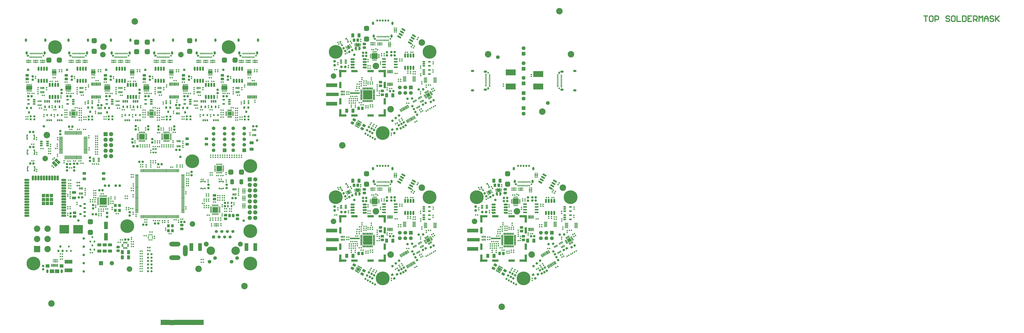
<source format=gts>
G04*
G04 #@! TF.GenerationSoftware,Altium Limited,Altium Designer,20.1.11 (218)*
G04*
G04 Layer_Color=8388736*
%FSLAX24Y24*%
%MOIN*%
G70*
G04*
G04 #@! TF.SameCoordinates,4F03ECE6-B82A-4DAD-B74B-52B5A60C741D*
G04*
G04*
G04 #@! TF.FilePolarity,Negative*
G04*
G01*
G75*
%ADD11C,0.0200*%
%ADD56P,0.0947X4X165.0*%
%ADD120R,0.0669X0.0669*%
%ADD126R,0.1004X0.1004*%
%ADD172C,0.0197*%
%ADD183C,0.0550*%
%ADD184R,0.0550X0.0550*%
%ADD379R,0.0935X0.0935*%
%ADD380R,0.0935X0.0935*%
%ADD381R,0.0935X0.0935*%
%ADD382R,0.1644X0.0935*%
%ADD383C,0.1181*%
%ADD384R,0.0150X0.0307*%
%ADD385R,0.2260X0.0646*%
%ADD386R,0.1984X0.0685*%
G04:AMPARAMS|DCode=387|XSize=23.9mil|YSize=23.9mil|CornerRadius=8mil|HoleSize=0mil|Usage=FLASHONLY|Rotation=60.000|XOffset=0mil|YOffset=0mil|HoleType=Round|Shape=RoundedRectangle|*
%AMROUNDEDRECTD387*
21,1,0.0239,0.0080,0,0,60.0*
21,1,0.0080,0.0239,0,0,60.0*
1,1,0.0159,0.0055,0.0015*
1,1,0.0159,0.0015,-0.0055*
1,1,0.0159,-0.0055,-0.0015*
1,1,0.0159,-0.0015,0.0055*
%
%ADD387ROUNDEDRECTD387*%
%ADD388R,0.1079X0.1079*%
G04:AMPARAMS|DCode=389|XSize=15.4mil|YSize=29.1mil|CornerRadius=3.7mil|HoleSize=0mil|Usage=FLASHONLY|Rotation=270.000|XOffset=0mil|YOffset=0mil|HoleType=Round|Shape=RoundedRectangle|*
%AMROUNDEDRECTD389*
21,1,0.0154,0.0217,0,0,270.0*
21,1,0.0079,0.0291,0,0,270.0*
1,1,0.0075,-0.0108,-0.0039*
1,1,0.0075,-0.0108,0.0039*
1,1,0.0075,0.0108,0.0039*
1,1,0.0075,0.0108,-0.0039*
%
%ADD389ROUNDEDRECTD389*%
G04:AMPARAMS|DCode=390|XSize=15.4mil|YSize=29.1mil|CornerRadius=3.7mil|HoleSize=0mil|Usage=FLASHONLY|Rotation=360.000|XOffset=0mil|YOffset=0mil|HoleType=Round|Shape=RoundedRectangle|*
%AMROUNDEDRECTD390*
21,1,0.0154,0.0217,0,0,360.0*
21,1,0.0079,0.0291,0,0,360.0*
1,1,0.0075,0.0039,-0.0108*
1,1,0.0075,-0.0039,-0.0108*
1,1,0.0075,-0.0039,0.0108*
1,1,0.0075,0.0039,0.0108*
%
%ADD390ROUNDEDRECTD390*%
G04:AMPARAMS|DCode=391|XSize=74.9mil|YSize=50.9mil|CornerRadius=10mil|HoleSize=0mil|Usage=FLASHONLY|Rotation=270.000|XOffset=0mil|YOffset=0mil|HoleType=Round|Shape=RoundedRectangle|*
%AMROUNDEDRECTD391*
21,1,0.0749,0.0310,0,0,270.0*
21,1,0.0550,0.0509,0,0,270.0*
1,1,0.0199,-0.0155,-0.0275*
1,1,0.0199,-0.0155,0.0275*
1,1,0.0199,0.0155,0.0275*
1,1,0.0199,0.0155,-0.0275*
%
%ADD391ROUNDEDRECTD391*%
G04:AMPARAMS|DCode=392|XSize=17.3mil|YSize=23.2mil|CornerRadius=3.9mil|HoleSize=0mil|Usage=FLASHONLY|Rotation=300.000|XOffset=0mil|YOffset=0mil|HoleType=Round|Shape=RoundedRectangle|*
%AMROUNDEDRECTD392*
21,1,0.0173,0.0154,0,0,300.0*
21,1,0.0094,0.0232,0,0,300.0*
1,1,0.0079,-0.0043,-0.0079*
1,1,0.0079,-0.0090,0.0003*
1,1,0.0079,0.0043,0.0079*
1,1,0.0079,0.0090,-0.0003*
%
%ADD392ROUNDEDRECTD392*%
G04:AMPARAMS|DCode=393|XSize=68.5mil|YSize=44.9mil|CornerRadius=4.7mil|HoleSize=0mil|Usage=FLASHONLY|Rotation=300.000|XOffset=0mil|YOffset=0mil|HoleType=Round|Shape=RoundedRectangle|*
%AMROUNDEDRECTD393*
21,1,0.0685,0.0354,0,0,300.0*
21,1,0.0591,0.0449,0,0,300.0*
1,1,0.0094,-0.0006,-0.0344*
1,1,0.0094,-0.0301,0.0167*
1,1,0.0094,0.0006,0.0344*
1,1,0.0094,0.0301,-0.0167*
%
%ADD393ROUNDEDRECTD393*%
G04:AMPARAMS|DCode=394|XSize=17.7mil|YSize=18.7mil|CornerRadius=0mil|HoleSize=0mil|Usage=FLASHONLY|Rotation=240.000|XOffset=0mil|YOffset=0mil|HoleType=Round|Shape=Rectangle|*
%AMROTATEDRECTD394*
4,1,4,-0.0037,0.0123,0.0125,0.0030,0.0037,-0.0123,-0.0125,-0.0030,-0.0037,0.0123,0.0*
%
%ADD394ROTATEDRECTD394*%

G04:AMPARAMS|DCode=395|XSize=19.7mil|YSize=86.6mil|CornerRadius=0mil|HoleSize=0mil|Usage=FLASHONLY|Rotation=240.000|XOffset=0mil|YOffset=0mil|HoleType=Round|Shape=Rectangle|*
%AMROTATEDRECTD395*
4,1,4,-0.0326,0.0302,0.0424,-0.0131,0.0326,-0.0302,-0.0424,0.0131,-0.0326,0.0302,0.0*
%
%ADD395ROTATEDRECTD395*%

G04:AMPARAMS|DCode=396|XSize=23.9mil|YSize=23.9mil|CornerRadius=8mil|HoleSize=0mil|Usage=FLASHONLY|Rotation=270.000|XOffset=0mil|YOffset=0mil|HoleType=Round|Shape=RoundedRectangle|*
%AMROUNDEDRECTD396*
21,1,0.0239,0.0080,0,0,270.0*
21,1,0.0080,0.0239,0,0,270.0*
1,1,0.0159,-0.0040,-0.0040*
1,1,0.0159,-0.0040,0.0040*
1,1,0.0159,0.0040,0.0040*
1,1,0.0159,0.0040,-0.0040*
%
%ADD396ROUNDEDRECTD396*%
G04:AMPARAMS|DCode=397|XSize=23.9mil|YSize=23.9mil|CornerRadius=8mil|HoleSize=0mil|Usage=FLASHONLY|Rotation=180.000|XOffset=0mil|YOffset=0mil|HoleType=Round|Shape=RoundedRectangle|*
%AMROUNDEDRECTD397*
21,1,0.0239,0.0080,0,0,180.0*
21,1,0.0080,0.0239,0,0,180.0*
1,1,0.0159,-0.0040,0.0040*
1,1,0.0159,0.0040,0.0040*
1,1,0.0159,0.0040,-0.0040*
1,1,0.0159,-0.0040,-0.0040*
%
%ADD397ROUNDEDRECTD397*%
%ADD398R,0.1339X0.0433*%
%ADD399R,0.0433X0.1339*%
%ADD400R,0.1181X0.0433*%
%ADD401R,0.0433X0.1181*%
G04:AMPARAMS|DCode=402|XSize=37mil|YSize=40.9mil|CornerRadius=0mil|HoleSize=0mil|Usage=FLASHONLY|Rotation=120.000|XOffset=0mil|YOffset=0mil|HoleType=Round|Shape=Rectangle|*
%AMROTATEDRECTD402*
4,1,4,0.0270,-0.0058,-0.0085,-0.0263,-0.0270,0.0058,0.0085,0.0263,0.0270,-0.0058,0.0*
%
%ADD402ROTATEDRECTD402*%

G04:AMPARAMS|DCode=403|XSize=58.9mil|YSize=46.9mil|CornerRadius=9.9mil|HoleSize=0mil|Usage=FLASHONLY|Rotation=360.000|XOffset=0mil|YOffset=0mil|HoleType=Round|Shape=RoundedRectangle|*
%AMROUNDEDRECTD403*
21,1,0.0589,0.0271,0,0,360.0*
21,1,0.0391,0.0469,0,0,360.0*
1,1,0.0198,0.0195,-0.0135*
1,1,0.0198,-0.0195,-0.0135*
1,1,0.0198,-0.0195,0.0135*
1,1,0.0198,0.0195,0.0135*
%
%ADD403ROUNDEDRECTD403*%
G04:AMPARAMS|DCode=404|XSize=31.1mil|YSize=74.4mil|CornerRadius=6.6mil|HoleSize=0mil|Usage=FLASHONLY|Rotation=240.000|XOffset=0mil|YOffset=0mil|HoleType=Round|Shape=RoundedRectangle|*
%AMROUNDEDRECTD404*
21,1,0.0311,0.0612,0,0,240.0*
21,1,0.0179,0.0744,0,0,240.0*
1,1,0.0132,-0.0310,0.0075*
1,1,0.0132,-0.0220,0.0231*
1,1,0.0132,0.0310,-0.0075*
1,1,0.0132,0.0220,-0.0231*
%
%ADD404ROUNDEDRECTD404*%
G04:AMPARAMS|DCode=405|XSize=38.9mil|YSize=37.9mil|CornerRadius=7.9mil|HoleSize=0mil|Usage=FLASHONLY|Rotation=300.000|XOffset=0mil|YOffset=0mil|HoleType=Round|Shape=RoundedRectangle|*
%AMROUNDEDRECTD405*
21,1,0.0389,0.0221,0,0,300.0*
21,1,0.0231,0.0379,0,0,300.0*
1,1,0.0158,-0.0038,-0.0155*
1,1,0.0158,-0.0153,0.0045*
1,1,0.0158,0.0038,0.0155*
1,1,0.0158,0.0153,-0.0045*
%
%ADD405ROUNDEDRECTD405*%
G04:AMPARAMS|DCode=406|XSize=15.7mil|YSize=61mil|CornerRadius=3.7mil|HoleSize=0mil|Usage=FLASHONLY|Rotation=270.000|XOffset=0mil|YOffset=0mil|HoleType=Round|Shape=RoundedRectangle|*
%AMROUNDEDRECTD406*
21,1,0.0157,0.0535,0,0,270.0*
21,1,0.0083,0.0610,0,0,270.0*
1,1,0.0075,-0.0268,-0.0041*
1,1,0.0075,-0.0268,0.0041*
1,1,0.0075,0.0268,0.0041*
1,1,0.0075,0.0268,-0.0041*
%
%ADD406ROUNDEDRECTD406*%
G04:AMPARAMS|DCode=407|XSize=19.3mil|YSize=58.7mil|CornerRadius=4.1mil|HoleSize=0mil|Usage=FLASHONLY|Rotation=30.000|XOffset=0mil|YOffset=0mil|HoleType=Round|Shape=RoundedRectangle|*
%AMROUNDEDRECTD407*
21,1,0.0193,0.0504,0,0,30.0*
21,1,0.0110,0.0587,0,0,30.0*
1,1,0.0083,0.0174,-0.0191*
1,1,0.0083,0.0078,-0.0246*
1,1,0.0083,-0.0174,0.0191*
1,1,0.0083,-0.0078,0.0246*
%
%ADD407ROUNDEDRECTD407*%
G04:AMPARAMS|DCode=408|XSize=23.9mil|YSize=23.9mil|CornerRadius=8mil|HoleSize=0mil|Usage=FLASHONLY|Rotation=300.000|XOffset=0mil|YOffset=0mil|HoleType=Round|Shape=RoundedRectangle|*
%AMROUNDEDRECTD408*
21,1,0.0239,0.0080,0,0,300.0*
21,1,0.0080,0.0239,0,0,300.0*
1,1,0.0159,-0.0015,-0.0055*
1,1,0.0159,-0.0055,0.0015*
1,1,0.0159,0.0015,0.0055*
1,1,0.0159,0.0055,-0.0015*
%
%ADD408ROUNDEDRECTD408*%
G04:AMPARAMS|DCode=409|XSize=15.4mil|YSize=33.1mil|CornerRadius=3mil|HoleSize=0mil|Usage=FLASHONLY|Rotation=30.000|XOffset=0mil|YOffset=0mil|HoleType=Round|Shape=RoundedRectangle|*
%AMROUNDEDRECTD409*
21,1,0.0154,0.0272,0,0,30.0*
21,1,0.0094,0.0331,0,0,30.0*
1,1,0.0059,0.0109,-0.0094*
1,1,0.0059,0.0027,-0.0141*
1,1,0.0059,-0.0109,0.0094*
1,1,0.0059,-0.0027,0.0141*
%
%ADD409ROUNDEDRECTD409*%
%ADD410C,0.0449*%
G04:AMPARAMS|DCode=411|XSize=19.7mil|YSize=35.4mil|CornerRadius=3.5mil|HoleSize=0mil|Usage=FLASHONLY|Rotation=30.000|XOffset=0mil|YOffset=0mil|HoleType=Round|Shape=RoundedRectangle|*
%AMROUNDEDRECTD411*
21,1,0.0197,0.0283,0,0,30.0*
21,1,0.0126,0.0354,0,0,30.0*
1,1,0.0071,0.0125,-0.0091*
1,1,0.0071,0.0016,-0.0154*
1,1,0.0071,-0.0125,0.0091*
1,1,0.0071,-0.0016,0.0154*
%
%ADD411ROUNDEDRECTD411*%
G04:AMPARAMS|DCode=412|XSize=38.9mil|YSize=37.9mil|CornerRadius=7.9mil|HoleSize=0mil|Usage=FLASHONLY|Rotation=30.000|XOffset=0mil|YOffset=0mil|HoleType=Round|Shape=RoundedRectangle|*
%AMROUNDEDRECTD412*
21,1,0.0389,0.0221,0,0,30.0*
21,1,0.0231,0.0379,0,0,30.0*
1,1,0.0158,0.0155,-0.0038*
1,1,0.0158,-0.0045,-0.0153*
1,1,0.0158,-0.0155,0.0038*
1,1,0.0158,0.0045,0.0153*
%
%ADD412ROUNDEDRECTD412*%
G04:AMPARAMS|DCode=413|XSize=15.4mil|YSize=31.9mil|CornerRadius=2.7mil|HoleSize=0mil|Usage=FLASHONLY|Rotation=30.000|XOffset=0mil|YOffset=0mil|HoleType=Round|Shape=RoundedRectangle|*
%AMROUNDEDRECTD413*
21,1,0.0154,0.0265,0,0,30.0*
21,1,0.0099,0.0319,0,0,30.0*
1,1,0.0054,0.0109,-0.0090*
1,1,0.0054,0.0023,-0.0139*
1,1,0.0054,-0.0109,0.0090*
1,1,0.0054,-0.0023,0.0139*
%
%ADD413ROUNDEDRECTD413*%
G04:AMPARAMS|DCode=414|XSize=15.4mil|YSize=31.9mil|CornerRadius=2.7mil|HoleSize=0mil|Usage=FLASHONLY|Rotation=300.000|XOffset=0mil|YOffset=0mil|HoleType=Round|Shape=RoundedRectangle|*
%AMROUNDEDRECTD414*
21,1,0.0154,0.0265,0,0,300.0*
21,1,0.0099,0.0319,0,0,300.0*
1,1,0.0054,-0.0090,-0.0109*
1,1,0.0054,-0.0139,-0.0023*
1,1,0.0054,0.0090,0.0109*
1,1,0.0054,0.0139,0.0023*
%
%ADD414ROUNDEDRECTD414*%
G04:AMPARAMS|DCode=415|XSize=23.9mil|YSize=23.9mil|CornerRadius=8mil|HoleSize=0mil|Usage=FLASHONLY|Rotation=150.000|XOffset=0mil|YOffset=0mil|HoleType=Round|Shape=RoundedRectangle|*
%AMROUNDEDRECTD415*
21,1,0.0239,0.0080,0,0,150.0*
21,1,0.0080,0.0239,0,0,150.0*
1,1,0.0159,-0.0015,0.0055*
1,1,0.0159,0.0055,0.0015*
1,1,0.0159,0.0015,-0.0055*
1,1,0.0159,-0.0055,-0.0015*
%
%ADD415ROUNDEDRECTD415*%
%ADD416P,0.0523X4X195.0*%
G04:AMPARAMS|DCode=417|XSize=23.9mil|YSize=23.9mil|CornerRadius=8mil|HoleSize=0mil|Usage=FLASHONLY|Rotation=210.000|XOffset=0mil|YOffset=0mil|HoleType=Round|Shape=RoundedRectangle|*
%AMROUNDEDRECTD417*
21,1,0.0239,0.0080,0,0,210.0*
21,1,0.0080,0.0239,0,0,210.0*
1,1,0.0159,-0.0055,0.0015*
1,1,0.0159,0.0015,0.0055*
1,1,0.0159,0.0055,-0.0015*
1,1,0.0159,-0.0015,-0.0055*
%
%ADD417ROUNDEDRECTD417*%
G04:AMPARAMS|DCode=418|XSize=58.9mil|YSize=46.9mil|CornerRadius=9.9mil|HoleSize=0mil|Usage=FLASHONLY|Rotation=270.000|XOffset=0mil|YOffset=0mil|HoleType=Round|Shape=RoundedRectangle|*
%AMROUNDEDRECTD418*
21,1,0.0589,0.0271,0,0,270.0*
21,1,0.0391,0.0469,0,0,270.0*
1,1,0.0198,-0.0135,-0.0195*
1,1,0.0198,-0.0135,0.0195*
1,1,0.0198,0.0135,0.0195*
1,1,0.0198,0.0135,-0.0195*
%
%ADD418ROUNDEDRECTD418*%
G04:AMPARAMS|DCode=419|XSize=31.5mil|YSize=17.7mil|CornerRadius=3.3mil|HoleSize=0mil|Usage=FLASHONLY|Rotation=300.000|XOffset=0mil|YOffset=0mil|HoleType=Round|Shape=RoundedRectangle|*
%AMROUNDEDRECTD419*
21,1,0.0315,0.0110,0,0,300.0*
21,1,0.0248,0.0177,0,0,300.0*
1,1,0.0067,0.0014,-0.0135*
1,1,0.0067,-0.0110,0.0080*
1,1,0.0067,-0.0014,0.0135*
1,1,0.0067,0.0110,-0.0080*
%
%ADD419ROUNDEDRECTD419*%
G04:AMPARAMS|DCode=420|XSize=27.6mil|YSize=29.5mil|CornerRadius=4.3mil|HoleSize=0mil|Usage=FLASHONLY|Rotation=300.000|XOffset=0mil|YOffset=0mil|HoleType=Round|Shape=RoundedRectangle|*
%AMROUNDEDRECTD420*
21,1,0.0276,0.0209,0,0,300.0*
21,1,0.0189,0.0295,0,0,300.0*
1,1,0.0087,-0.0043,-0.0134*
1,1,0.0087,-0.0138,0.0030*
1,1,0.0087,0.0043,0.0134*
1,1,0.0087,0.0138,-0.0030*
%
%ADD420ROUNDEDRECTD420*%
%ADD421R,0.0197X0.0167*%
%ADD422R,0.0197X0.0118*%
G04:AMPARAMS|DCode=423|XSize=38.9mil|YSize=37.9mil|CornerRadius=7.9mil|HoleSize=0mil|Usage=FLASHONLY|Rotation=90.000|XOffset=0mil|YOffset=0mil|HoleType=Round|Shape=RoundedRectangle|*
%AMROUNDEDRECTD423*
21,1,0.0389,0.0221,0,0,90.0*
21,1,0.0231,0.0379,0,0,90.0*
1,1,0.0158,0.0111,0.0116*
1,1,0.0158,0.0111,-0.0116*
1,1,0.0158,-0.0111,-0.0116*
1,1,0.0158,-0.0111,0.0116*
%
%ADD423ROUNDEDRECTD423*%
G04:AMPARAMS|DCode=424|XSize=27.2mil|YSize=44.9mil|CornerRadius=4.9mil|HoleSize=0mil|Usage=FLASHONLY|Rotation=90.000|XOffset=0mil|YOffset=0mil|HoleType=Round|Shape=RoundedRectangle|*
%AMROUNDEDRECTD424*
21,1,0.0272,0.0350,0,0,90.0*
21,1,0.0173,0.0449,0,0,90.0*
1,1,0.0098,0.0175,0.0087*
1,1,0.0098,0.0175,-0.0087*
1,1,0.0098,-0.0175,-0.0087*
1,1,0.0098,-0.0175,0.0087*
%
%ADD424ROUNDEDRECTD424*%
G04:AMPARAMS|DCode=425|XSize=38.9mil|YSize=37.9mil|CornerRadius=7.9mil|HoleSize=0mil|Usage=FLASHONLY|Rotation=180.000|XOffset=0mil|YOffset=0mil|HoleType=Round|Shape=RoundedRectangle|*
%AMROUNDEDRECTD425*
21,1,0.0389,0.0221,0,0,180.0*
21,1,0.0231,0.0379,0,0,180.0*
1,1,0.0158,-0.0116,0.0111*
1,1,0.0158,0.0116,0.0111*
1,1,0.0158,0.0116,-0.0111*
1,1,0.0158,-0.0116,-0.0111*
%
%ADD425ROUNDEDRECTD425*%
G04:AMPARAMS|DCode=426|XSize=29.1mil|YSize=68.5mil|CornerRadius=5.1mil|HoleSize=0mil|Usage=FLASHONLY|Rotation=90.000|XOffset=0mil|YOffset=0mil|HoleType=Round|Shape=RoundedRectangle|*
%AMROUNDEDRECTD426*
21,1,0.0291,0.0583,0,0,90.0*
21,1,0.0189,0.0685,0,0,90.0*
1,1,0.0102,0.0291,0.0094*
1,1,0.0102,0.0291,-0.0094*
1,1,0.0102,-0.0291,-0.0094*
1,1,0.0102,-0.0291,0.0094*
%
%ADD426ROUNDEDRECTD426*%
G04:AMPARAMS|DCode=427|XSize=19.7mil|YSize=39.4mil|CornerRadius=2.8mil|HoleSize=0mil|Usage=FLASHONLY|Rotation=270.000|XOffset=0mil|YOffset=0mil|HoleType=Round|Shape=RoundedRectangle|*
%AMROUNDEDRECTD427*
21,1,0.0197,0.0339,0,0,270.0*
21,1,0.0142,0.0394,0,0,270.0*
1,1,0.0055,-0.0169,-0.0071*
1,1,0.0055,-0.0169,0.0071*
1,1,0.0055,0.0169,0.0071*
1,1,0.0055,0.0169,-0.0071*
%
%ADD427ROUNDEDRECTD427*%
G04:AMPARAMS|DCode=428|XSize=31.1mil|YSize=74.4mil|CornerRadius=6.6mil|HoleSize=0mil|Usage=FLASHONLY|Rotation=270.000|XOffset=0mil|YOffset=0mil|HoleType=Round|Shape=RoundedRectangle|*
%AMROUNDEDRECTD428*
21,1,0.0311,0.0612,0,0,270.0*
21,1,0.0179,0.0744,0,0,270.0*
1,1,0.0132,-0.0306,-0.0090*
1,1,0.0132,-0.0306,0.0090*
1,1,0.0132,0.0306,0.0090*
1,1,0.0132,0.0306,-0.0090*
%
%ADD428ROUNDEDRECTD428*%
G04:AMPARAMS|DCode=429|XSize=11.8mil|YSize=26.2mil|CornerRadius=3.2mil|HoleSize=0mil|Usage=FLASHONLY|Rotation=360.000|XOffset=0mil|YOffset=0mil|HoleType=Round|Shape=RoundedRectangle|*
%AMROUNDEDRECTD429*
21,1,0.0118,0.0199,0,0,360.0*
21,1,0.0055,0.0262,0,0,360.0*
1,1,0.0063,0.0028,-0.0099*
1,1,0.0063,-0.0028,-0.0099*
1,1,0.0063,-0.0028,0.0099*
1,1,0.0063,0.0028,0.0099*
%
%ADD429ROUNDEDRECTD429*%
G04:AMPARAMS|DCode=430|XSize=19.7mil|YSize=26.2mil|CornerRadius=3.2mil|HoleSize=0mil|Usage=FLASHONLY|Rotation=360.000|XOffset=0mil|YOffset=0mil|HoleType=Round|Shape=RoundedRectangle|*
%AMROUNDEDRECTD430*
21,1,0.0197,0.0197,0,0,360.0*
21,1,0.0132,0.0262,0,0,360.0*
1,1,0.0065,0.0066,-0.0099*
1,1,0.0065,-0.0066,-0.0099*
1,1,0.0065,-0.0066,0.0099*
1,1,0.0065,0.0066,0.0099*
%
%ADD430ROUNDEDRECTD430*%
G04:AMPARAMS|DCode=431|XSize=11.8mil|YSize=26.2mil|CornerRadius=3.2mil|HoleSize=0mil|Usage=FLASHONLY|Rotation=90.000|XOffset=0mil|YOffset=0mil|HoleType=Round|Shape=RoundedRectangle|*
%AMROUNDEDRECTD431*
21,1,0.0118,0.0199,0,0,90.0*
21,1,0.0055,0.0262,0,0,90.0*
1,1,0.0063,0.0099,0.0028*
1,1,0.0063,0.0099,-0.0028*
1,1,0.0063,-0.0099,-0.0028*
1,1,0.0063,-0.0099,0.0028*
%
%ADD431ROUNDEDRECTD431*%
G04:AMPARAMS|DCode=432|XSize=19.7mil|YSize=26.2mil|CornerRadius=3.2mil|HoleSize=0mil|Usage=FLASHONLY|Rotation=90.000|XOffset=0mil|YOffset=0mil|HoleType=Round|Shape=RoundedRectangle|*
%AMROUNDEDRECTD432*
21,1,0.0197,0.0197,0,0,90.0*
21,1,0.0132,0.0262,0,0,90.0*
1,1,0.0065,0.0099,0.0066*
1,1,0.0065,0.0099,-0.0066*
1,1,0.0065,-0.0099,-0.0066*
1,1,0.0065,-0.0099,0.0066*
%
%ADD432ROUNDEDRECTD432*%
G04:AMPARAMS|DCode=433|XSize=94.5mil|YSize=90.6mil|CornerRadius=24mil|HoleSize=0mil|Usage=FLASHONLY|Rotation=180.000|XOffset=0mil|YOffset=0mil|HoleType=Round|Shape=RoundedRectangle|*
%AMROUNDEDRECTD433*
21,1,0.0945,0.0425,0,0,180.0*
21,1,0.0465,0.0906,0,0,180.0*
1,1,0.0480,-0.0232,0.0213*
1,1,0.0480,0.0232,0.0213*
1,1,0.0480,0.0232,-0.0213*
1,1,0.0480,-0.0232,-0.0213*
%
%ADD433ROUNDEDRECTD433*%
%ADD434P,0.0523X4X255.0*%
G04:AMPARAMS|DCode=435|XSize=58.9mil|YSize=46.9mil|CornerRadius=9.9mil|HoleSize=0mil|Usage=FLASHONLY|Rotation=150.000|XOffset=0mil|YOffset=0mil|HoleType=Round|Shape=RoundedRectangle|*
%AMROUNDEDRECTD435*
21,1,0.0589,0.0271,0,0,150.0*
21,1,0.0391,0.0469,0,0,150.0*
1,1,0.0198,-0.0102,0.0215*
1,1,0.0198,0.0237,0.0020*
1,1,0.0198,0.0102,-0.0215*
1,1,0.0198,-0.0237,-0.0020*
%
%ADD435ROUNDEDRECTD435*%
G04:AMPARAMS|DCode=436|XSize=21.7mil|YSize=63mil|CornerRadius=3.7mil|HoleSize=0mil|Usage=FLASHONLY|Rotation=360.000|XOffset=0mil|YOffset=0mil|HoleType=Round|Shape=RoundedRectangle|*
%AMROUNDEDRECTD436*
21,1,0.0217,0.0555,0,0,360.0*
21,1,0.0142,0.0630,0,0,360.0*
1,1,0.0075,0.0071,-0.0278*
1,1,0.0075,-0.0071,-0.0278*
1,1,0.0075,-0.0071,0.0278*
1,1,0.0075,0.0071,0.0278*
%
%ADD436ROUNDEDRECTD436*%
G04:AMPARAMS|DCode=437|XSize=31.1mil|YSize=74.4mil|CornerRadius=6.6mil|HoleSize=0mil|Usage=FLASHONLY|Rotation=360.000|XOffset=0mil|YOffset=0mil|HoleType=Round|Shape=RoundedRectangle|*
%AMROUNDEDRECTD437*
21,1,0.0311,0.0612,0,0,360.0*
21,1,0.0179,0.0744,0,0,360.0*
1,1,0.0132,0.0090,-0.0306*
1,1,0.0132,-0.0090,-0.0306*
1,1,0.0132,-0.0090,0.0306*
1,1,0.0132,0.0090,0.0306*
%
%ADD437ROUNDEDRECTD437*%
G04:AMPARAMS|DCode=438|XSize=37mil|YSize=17.3mil|CornerRadius=3.9mil|HoleSize=0mil|Usage=FLASHONLY|Rotation=90.000|XOffset=0mil|YOffset=0mil|HoleType=Round|Shape=RoundedRectangle|*
%AMROUNDEDRECTD438*
21,1,0.0370,0.0094,0,0,90.0*
21,1,0.0291,0.0173,0,0,90.0*
1,1,0.0079,0.0047,0.0146*
1,1,0.0079,0.0047,-0.0146*
1,1,0.0079,-0.0047,-0.0146*
1,1,0.0079,-0.0047,0.0146*
%
%ADD438ROUNDEDRECTD438*%
G04:AMPARAMS|DCode=439|XSize=40.6mil|YSize=11.8mil|CornerRadius=2.4mil|HoleSize=0mil|Usage=FLASHONLY|Rotation=270.000|XOffset=0mil|YOffset=0mil|HoleType=Round|Shape=RoundedRectangle|*
%AMROUNDEDRECTD439*
21,1,0.0406,0.0069,0,0,270.0*
21,1,0.0357,0.0118,0,0,270.0*
1,1,0.0049,-0.0035,-0.0178*
1,1,0.0049,-0.0035,0.0178*
1,1,0.0049,0.0035,0.0178*
1,1,0.0049,0.0035,-0.0178*
%
%ADD439ROUNDEDRECTD439*%
G04:AMPARAMS|DCode=440|XSize=40.6mil|YSize=11.8mil|CornerRadius=2.4mil|HoleSize=0mil|Usage=FLASHONLY|Rotation=360.000|XOffset=0mil|YOffset=0mil|HoleType=Round|Shape=RoundedRectangle|*
%AMROUNDEDRECTD440*
21,1,0.0406,0.0069,0,0,360.0*
21,1,0.0357,0.0118,0,0,360.0*
1,1,0.0049,0.0178,-0.0035*
1,1,0.0049,-0.0178,-0.0035*
1,1,0.0049,-0.0178,0.0035*
1,1,0.0049,0.0178,0.0035*
%
%ADD440ROUNDEDRECTD440*%
%ADD441R,0.1709X0.1709*%
%ADD442R,0.0307X0.0150*%
%ADD443R,0.1827X0.1051*%
G04:AMPARAMS|DCode=444|XSize=37mil|YSize=21.3mil|CornerRadius=4.3mil|HoleSize=0mil|Usage=FLASHONLY|Rotation=270.000|XOffset=0mil|YOffset=0mil|HoleType=Round|Shape=RoundedRectangle|*
%AMROUNDEDRECTD444*
21,1,0.0370,0.0126,0,0,270.0*
21,1,0.0283,0.0213,0,0,270.0*
1,1,0.0087,-0.0063,-0.0142*
1,1,0.0087,-0.0063,0.0142*
1,1,0.0087,0.0063,0.0142*
1,1,0.0087,0.0063,-0.0142*
%
%ADD444ROUNDEDRECTD444*%
%ADD445R,0.0646X0.0488*%
%ADD446R,0.0370X0.0409*%
G04:AMPARAMS|DCode=447|XSize=57.9mil|YSize=57.9mil|CornerRadius=0mil|HoleSize=0mil|Usage=FLASHONLY|Rotation=360.000|XOffset=0mil|YOffset=0mil|HoleType=Round|Shape=RoundedRectangle|*
%AMROUNDEDRECTD447*
21,1,0.0579,0.0579,0,0,360.0*
21,1,0.0579,0.0579,0,0,360.0*
1,1,0.0000,0.0289,-0.0289*
1,1,0.0000,-0.0289,-0.0289*
1,1,0.0000,-0.0289,0.0289*
1,1,0.0000,0.0289,0.0289*
%
%ADD447ROUNDEDRECTD447*%
G04:AMPARAMS|DCode=448|XSize=40.9mil|YSize=84.3mil|CornerRadius=6.3mil|HoleSize=0mil|Usage=FLASHONLY|Rotation=270.000|XOffset=0mil|YOffset=0mil|HoleType=Round|Shape=RoundedRectangle|*
%AMROUNDEDRECTD448*
21,1,0.0409,0.0717,0,0,270.0*
21,1,0.0283,0.0843,0,0,270.0*
1,1,0.0126,-0.0358,-0.0142*
1,1,0.0126,-0.0358,0.0142*
1,1,0.0126,0.0358,0.0142*
1,1,0.0126,0.0358,-0.0142*
%
%ADD448ROUNDEDRECTD448*%
G04:AMPARAMS|DCode=449|XSize=84.3mil|YSize=40.9mil|CornerRadius=6.3mil|HoleSize=0mil|Usage=FLASHONLY|Rotation=180.000|XOffset=0mil|YOffset=0mil|HoleType=Round|Shape=RoundedRectangle|*
%AMROUNDEDRECTD449*
21,1,0.0843,0.0283,0,0,180.0*
21,1,0.0717,0.0409,0,0,180.0*
1,1,0.0126,-0.0358,0.0142*
1,1,0.0126,0.0358,0.0142*
1,1,0.0126,0.0358,-0.0142*
1,1,0.0126,-0.0358,-0.0142*
%
%ADD449ROUNDEDRECTD449*%
G04:AMPARAMS|DCode=450|XSize=84.3mil|YSize=40.9mil|CornerRadius=6.3mil|HoleSize=0mil|Usage=FLASHONLY|Rotation=270.000|XOffset=0mil|YOffset=0mil|HoleType=Round|Shape=RoundedRectangle|*
%AMROUNDEDRECTD450*
21,1,0.0843,0.0283,0,0,270.0*
21,1,0.0717,0.0409,0,0,270.0*
1,1,0.0126,-0.0142,-0.0358*
1,1,0.0126,-0.0142,0.0358*
1,1,0.0126,0.0142,0.0358*
1,1,0.0126,0.0142,-0.0358*
%
%ADD450ROUNDEDRECTD450*%
%ADD451R,0.0272X0.0370*%
G04:AMPARAMS|DCode=452|XSize=48.8mil|YSize=52.8mil|CornerRadius=7.1mil|HoleSize=0mil|Usage=FLASHONLY|Rotation=315.000|XOffset=0mil|YOffset=0mil|HoleType=Round|Shape=RoundedRectangle|*
%AMROUNDEDRECTD452*
21,1,0.0488,0.0386,0,0,315.0*
21,1,0.0346,0.0528,0,0,315.0*
1,1,0.0142,-0.0014,-0.0259*
1,1,0.0142,-0.0259,-0.0014*
1,1,0.0142,0.0014,0.0259*
1,1,0.0142,0.0259,0.0014*
%
%ADD452ROUNDEDRECTD452*%
G04:AMPARAMS|DCode=453|XSize=28.7mil|YSize=36.6mil|CornerRadius=2.9mil|HoleSize=0mil|Usage=FLASHONLY|Rotation=270.000|XOffset=0mil|YOffset=0mil|HoleType=Round|Shape=RoundedRectangle|*
%AMROUNDEDRECTD453*
21,1,0.0287,0.0309,0,0,270.0*
21,1,0.0230,0.0366,0,0,270.0*
1,1,0.0057,-0.0155,-0.0115*
1,1,0.0057,-0.0155,0.0115*
1,1,0.0057,0.0155,0.0115*
1,1,0.0057,0.0155,-0.0115*
%
%ADD453ROUNDEDRECTD453*%
G04:AMPARAMS|DCode=454|XSize=47.2mil|YSize=55.1mil|CornerRadius=4.1mil|HoleSize=0mil|Usage=FLASHONLY|Rotation=180.000|XOffset=0mil|YOffset=0mil|HoleType=Round|Shape=RoundedRectangle|*
%AMROUNDEDRECTD454*
21,1,0.0472,0.0469,0,0,180.0*
21,1,0.0390,0.0551,0,0,180.0*
1,1,0.0083,-0.0195,0.0234*
1,1,0.0083,0.0195,0.0234*
1,1,0.0083,0.0195,-0.0234*
1,1,0.0083,-0.0195,-0.0234*
%
%ADD454ROUNDEDRECTD454*%
G04:AMPARAMS|DCode=455|XSize=76.4mil|YSize=44.9mil|CornerRadius=6.7mil|HoleSize=0mil|Usage=FLASHONLY|Rotation=180.000|XOffset=0mil|YOffset=0mil|HoleType=Round|Shape=RoundedRectangle|*
%AMROUNDEDRECTD455*
21,1,0.0764,0.0315,0,0,180.0*
21,1,0.0630,0.0449,0,0,180.0*
1,1,0.0134,-0.0315,0.0157*
1,1,0.0134,0.0315,0.0157*
1,1,0.0134,0.0315,-0.0157*
1,1,0.0134,-0.0315,-0.0157*
%
%ADD455ROUNDEDRECTD455*%
%ADD456R,0.0311X0.0390*%
G04:AMPARAMS|DCode=457|XSize=102mil|YSize=102mil|CornerRadius=7.6mil|HoleSize=0mil|Usage=FLASHONLY|Rotation=180.000|XOffset=0mil|YOffset=0mil|HoleType=Round|Shape=RoundedRectangle|*
%AMROUNDEDRECTD457*
21,1,0.1020,0.0868,0,0,180.0*
21,1,0.0868,0.1020,0,0,180.0*
1,1,0.0152,-0.0434,0.0434*
1,1,0.0152,0.0434,0.0434*
1,1,0.0152,0.0434,-0.0434*
1,1,0.0152,-0.0434,-0.0434*
%
%ADD457ROUNDEDRECTD457*%
G04:AMPARAMS|DCode=458|XSize=29.1mil|YSize=15mil|CornerRadius=3.2mil|HoleSize=0mil|Usage=FLASHONLY|Rotation=270.000|XOffset=0mil|YOffset=0mil|HoleType=Round|Shape=RoundedRectangle|*
%AMROUNDEDRECTD458*
21,1,0.0291,0.0085,0,0,270.0*
21,1,0.0227,0.0150,0,0,270.0*
1,1,0.0065,-0.0043,-0.0113*
1,1,0.0065,-0.0043,0.0113*
1,1,0.0065,0.0043,0.0113*
1,1,0.0065,0.0043,-0.0113*
%
%ADD458ROUNDEDRECTD458*%
G04:AMPARAMS|DCode=459|XSize=29.1mil|YSize=15mil|CornerRadius=3.2mil|HoleSize=0mil|Usage=FLASHONLY|Rotation=180.000|XOffset=0mil|YOffset=0mil|HoleType=Round|Shape=RoundedRectangle|*
%AMROUNDEDRECTD459*
21,1,0.0291,0.0085,0,0,180.0*
21,1,0.0227,0.0150,0,0,180.0*
1,1,0.0065,-0.0113,0.0043*
1,1,0.0065,0.0113,0.0043*
1,1,0.0065,0.0113,-0.0043*
1,1,0.0065,-0.0113,-0.0043*
%
%ADD459ROUNDEDRECTD459*%
G04:AMPARAMS|DCode=460|XSize=37mil|YSize=21.3mil|CornerRadius=4.3mil|HoleSize=0mil|Usage=FLASHONLY|Rotation=360.000|XOffset=0mil|YOffset=0mil|HoleType=Round|Shape=RoundedRectangle|*
%AMROUNDEDRECTD460*
21,1,0.0370,0.0126,0,0,360.0*
21,1,0.0283,0.0213,0,0,360.0*
1,1,0.0087,0.0142,-0.0063*
1,1,0.0087,-0.0142,-0.0063*
1,1,0.0087,-0.0142,0.0063*
1,1,0.0087,0.0142,0.0063*
%
%ADD460ROUNDEDRECTD460*%
G04:AMPARAMS|DCode=461|XSize=74.8mil|YSize=106.3mil|CornerRadius=5.5mil|HoleSize=0mil|Usage=FLASHONLY|Rotation=90.000|XOffset=0mil|YOffset=0mil|HoleType=Round|Shape=RoundedRectangle|*
%AMROUNDEDRECTD461*
21,1,0.0748,0.0953,0,0,90.0*
21,1,0.0638,0.1063,0,0,90.0*
1,1,0.0110,0.0476,0.0319*
1,1,0.0110,0.0476,-0.0319*
1,1,0.0110,-0.0476,-0.0319*
1,1,0.0110,-0.0476,0.0319*
%
%ADD461ROUNDEDRECTD461*%
G04:AMPARAMS|DCode=462|XSize=15.6mil|YSize=25mil|CornerRadius=3.1mil|HoleSize=0mil|Usage=FLASHONLY|Rotation=180.000|XOffset=0mil|YOffset=0mil|HoleType=Round|Shape=RoundedRectangle|*
%AMROUNDEDRECTD462*
21,1,0.0156,0.0189,0,0,180.0*
21,1,0.0094,0.0250,0,0,180.0*
1,1,0.0061,-0.0047,0.0094*
1,1,0.0061,0.0047,0.0094*
1,1,0.0061,0.0047,-0.0094*
1,1,0.0061,-0.0047,-0.0094*
%
%ADD462ROUNDEDRECTD462*%
G04:AMPARAMS|DCode=463|XSize=20.5mil|YSize=27.6mil|CornerRadius=3.6mil|HoleSize=0mil|Usage=FLASHONLY|Rotation=270.000|XOffset=0mil|YOffset=0mil|HoleType=Round|Shape=RoundedRectangle|*
%AMROUNDEDRECTD463*
21,1,0.0205,0.0203,0,0,270.0*
21,1,0.0132,0.0276,0,0,270.0*
1,1,0.0072,-0.0102,-0.0066*
1,1,0.0072,-0.0102,0.0066*
1,1,0.0072,0.0102,0.0066*
1,1,0.0072,0.0102,-0.0066*
%
%ADD463ROUNDEDRECTD463*%
G04:AMPARAMS|DCode=464|XSize=20.5mil|YSize=27.6mil|CornerRadius=3.6mil|HoleSize=0mil|Usage=FLASHONLY|Rotation=360.000|XOffset=0mil|YOffset=0mil|HoleType=Round|Shape=RoundedRectangle|*
%AMROUNDEDRECTD464*
21,1,0.0205,0.0203,0,0,360.0*
21,1,0.0132,0.0276,0,0,360.0*
1,1,0.0072,0.0066,-0.0102*
1,1,0.0072,-0.0066,-0.0102*
1,1,0.0072,-0.0066,0.0102*
1,1,0.0072,0.0066,0.0102*
%
%ADD464ROUNDEDRECTD464*%
%ADD465R,0.0843X0.0528*%
%ADD466R,0.0154X0.0252*%
G04:AMPARAMS|DCode=467|XSize=21.3mil|YSize=37mil|CornerRadius=4.3mil|HoleSize=0mil|Usage=FLASHONLY|Rotation=360.000|XOffset=0mil|YOffset=0mil|HoleType=Round|Shape=RoundedRectangle|*
%AMROUNDEDRECTD467*
21,1,0.0213,0.0283,0,0,360.0*
21,1,0.0126,0.0370,0,0,360.0*
1,1,0.0087,0.0063,-0.0142*
1,1,0.0087,-0.0063,-0.0142*
1,1,0.0087,-0.0063,0.0142*
1,1,0.0087,0.0063,0.0142*
%
%ADD467ROUNDEDRECTD467*%
G04:AMPARAMS|DCode=468|XSize=19.3mil|YSize=58.7mil|CornerRadius=4.1mil|HoleSize=0mil|Usage=FLASHONLY|Rotation=180.000|XOffset=0mil|YOffset=0mil|HoleType=Round|Shape=RoundedRectangle|*
%AMROUNDEDRECTD468*
21,1,0.0193,0.0504,0,0,180.0*
21,1,0.0110,0.0587,0,0,180.0*
1,1,0.0083,-0.0055,0.0252*
1,1,0.0083,0.0055,0.0252*
1,1,0.0083,0.0055,-0.0252*
1,1,0.0083,-0.0055,-0.0252*
%
%ADD468ROUNDEDRECTD468*%
G04:AMPARAMS|DCode=469|XSize=15.4mil|YSize=31.9mil|CornerRadius=2.7mil|HoleSize=0mil|Usage=FLASHONLY|Rotation=180.000|XOffset=0mil|YOffset=0mil|HoleType=Round|Shape=RoundedRectangle|*
%AMROUNDEDRECTD469*
21,1,0.0154,0.0265,0,0,180.0*
21,1,0.0099,0.0319,0,0,180.0*
1,1,0.0054,-0.0050,0.0132*
1,1,0.0054,0.0050,0.0132*
1,1,0.0054,0.0050,-0.0132*
1,1,0.0054,-0.0050,-0.0132*
%
%ADD469ROUNDEDRECTD469*%
G04:AMPARAMS|DCode=470|XSize=15.4mil|YSize=31.9mil|CornerRadius=2.7mil|HoleSize=0mil|Usage=FLASHONLY|Rotation=90.000|XOffset=0mil|YOffset=0mil|HoleType=Round|Shape=RoundedRectangle|*
%AMROUNDEDRECTD470*
21,1,0.0154,0.0265,0,0,90.0*
21,1,0.0099,0.0319,0,0,90.0*
1,1,0.0054,0.0132,0.0050*
1,1,0.0054,0.0132,-0.0050*
1,1,0.0054,-0.0132,-0.0050*
1,1,0.0054,-0.0132,0.0050*
%
%ADD470ROUNDEDRECTD470*%
%ADD471R,0.0453X0.0276*%
%ADD472R,0.1315X0.1315*%
G04:AMPARAMS|DCode=473|XSize=13.8mil|YSize=35.4mil|CornerRadius=4.4mil|HoleSize=0mil|Usage=FLASHONLY|Rotation=90.000|XOffset=0mil|YOffset=0mil|HoleType=Round|Shape=RoundedRectangle|*
%AMROUNDEDRECTD473*
21,1,0.0138,0.0266,0,0,90.0*
21,1,0.0049,0.0354,0,0,90.0*
1,1,0.0089,0.0133,0.0025*
1,1,0.0089,0.0133,-0.0025*
1,1,0.0089,-0.0133,-0.0025*
1,1,0.0089,-0.0133,0.0025*
%
%ADD473ROUNDEDRECTD473*%
G04:AMPARAMS|DCode=474|XSize=13.8mil|YSize=35.4mil|CornerRadius=4.4mil|HoleSize=0mil|Usage=FLASHONLY|Rotation=180.000|XOffset=0mil|YOffset=0mil|HoleType=Round|Shape=RoundedRectangle|*
%AMROUNDEDRECTD474*
21,1,0.0138,0.0266,0,0,180.0*
21,1,0.0049,0.0354,0,0,180.0*
1,1,0.0089,-0.0025,0.0133*
1,1,0.0089,0.0025,0.0133*
1,1,0.0089,0.0025,-0.0133*
1,1,0.0089,-0.0025,-0.0133*
%
%ADD474ROUNDEDRECTD474*%
%ADD475R,0.1043X0.1043*%
%ADD476O,0.0370X0.0154*%
%ADD477O,0.0154X0.0370*%
G04:AMPARAMS|DCode=478|XSize=65.7mil|YSize=15.4mil|CornerRadius=3.5mil|HoleSize=0mil|Usage=FLASHONLY|Rotation=180.000|XOffset=0mil|YOffset=0mil|HoleType=Round|Shape=RoundedRectangle|*
%AMROUNDEDRECTD478*
21,1,0.0657,0.0083,0,0,180.0*
21,1,0.0587,0.0154,0,0,180.0*
1,1,0.0071,-0.0293,0.0041*
1,1,0.0071,0.0293,0.0041*
1,1,0.0071,0.0293,-0.0041*
1,1,0.0071,-0.0293,-0.0041*
%
%ADD478ROUNDEDRECTD478*%
G04:AMPARAMS|DCode=479|XSize=65.7mil|YSize=15.4mil|CornerRadius=3.5mil|HoleSize=0mil|Usage=FLASHONLY|Rotation=270.000|XOffset=0mil|YOffset=0mil|HoleType=Round|Shape=RoundedRectangle|*
%AMROUNDEDRECTD479*
21,1,0.0657,0.0083,0,0,270.0*
21,1,0.0587,0.0154,0,0,270.0*
1,1,0.0071,-0.0041,-0.0293*
1,1,0.0071,-0.0041,0.0293*
1,1,0.0071,0.0041,0.0293*
1,1,0.0071,0.0041,-0.0293*
%
%ADD479ROUNDEDRECTD479*%
G04:AMPARAMS|DCode=480|XSize=13.8mil|YSize=37.4mil|CornerRadius=4.4mil|HoleSize=0mil|Usage=FLASHONLY|Rotation=360.000|XOffset=0mil|YOffset=0mil|HoleType=Round|Shape=RoundedRectangle|*
%AMROUNDEDRECTD480*
21,1,0.0138,0.0285,0,0,360.0*
21,1,0.0049,0.0374,0,0,360.0*
1,1,0.0089,0.0025,-0.0143*
1,1,0.0089,-0.0025,-0.0143*
1,1,0.0089,-0.0025,0.0143*
1,1,0.0089,0.0025,0.0143*
%
%ADD480ROUNDEDRECTD480*%
G04:AMPARAMS|DCode=481|XSize=13.8mil|YSize=37.4mil|CornerRadius=4.4mil|HoleSize=0mil|Usage=FLASHONLY|Rotation=90.000|XOffset=0mil|YOffset=0mil|HoleType=Round|Shape=RoundedRectangle|*
%AMROUNDEDRECTD481*
21,1,0.0138,0.0285,0,0,90.0*
21,1,0.0049,0.0374,0,0,90.0*
1,1,0.0089,0.0143,0.0025*
1,1,0.0089,0.0143,-0.0025*
1,1,0.0089,-0.0143,-0.0025*
1,1,0.0089,-0.0143,0.0025*
%
%ADD481ROUNDEDRECTD481*%
%ADD482R,0.0244X0.0156*%
%ADD483R,0.0156X0.0244*%
%ADD484R,0.0350X0.0193*%
%ADD485R,0.0193X0.0350*%
G04:AMPARAMS|DCode=486|XSize=15.6mil|YSize=56.9mil|CornerRadius=4.8mil|HoleSize=0mil|Usage=FLASHONLY|Rotation=180.000|XOffset=0mil|YOffset=0mil|HoleType=Round|Shape=RoundedRectangle|*
%AMROUNDEDRECTD486*
21,1,0.0156,0.0472,0,0,180.0*
21,1,0.0059,0.0569,0,0,180.0*
1,1,0.0097,-0.0030,0.0236*
1,1,0.0097,0.0030,0.0236*
1,1,0.0097,0.0030,-0.0236*
1,1,0.0097,-0.0030,-0.0236*
%
%ADD486ROUNDEDRECTD486*%
G04:AMPARAMS|DCode=487|XSize=15.6mil|YSize=56.9mil|CornerRadius=4.8mil|HoleSize=0mil|Usage=FLASHONLY|Rotation=90.000|XOffset=0mil|YOffset=0mil|HoleType=Round|Shape=RoundedRectangle|*
%AMROUNDEDRECTD487*
21,1,0.0156,0.0472,0,0,90.0*
21,1,0.0059,0.0569,0,0,90.0*
1,1,0.0097,0.0236,0.0030*
1,1,0.0097,0.0236,-0.0030*
1,1,0.0097,-0.0236,-0.0030*
1,1,0.0097,-0.0236,0.0030*
%
%ADD487ROUNDEDRECTD487*%
G04:AMPARAMS|DCode=488|XSize=27.6mil|YSize=29.5mil|CornerRadius=4.3mil|HoleSize=0mil|Usage=FLASHONLY|Rotation=270.000|XOffset=0mil|YOffset=0mil|HoleType=Round|Shape=RoundedRectangle|*
%AMROUNDEDRECTD488*
21,1,0.0276,0.0209,0,0,270.0*
21,1,0.0189,0.0295,0,0,270.0*
1,1,0.0087,-0.0104,-0.0094*
1,1,0.0087,-0.0104,0.0094*
1,1,0.0087,0.0104,0.0094*
1,1,0.0087,0.0104,-0.0094*
%
%ADD488ROUNDEDRECTD488*%
G04:AMPARAMS|DCode=489|XSize=31.5mil|YSize=17.7mil|CornerRadius=3.3mil|HoleSize=0mil|Usage=FLASHONLY|Rotation=90.000|XOffset=0mil|YOffset=0mil|HoleType=Round|Shape=RoundedRectangle|*
%AMROUNDEDRECTD489*
21,1,0.0315,0.0110,0,0,90.0*
21,1,0.0248,0.0177,0,0,90.0*
1,1,0.0067,0.0055,0.0124*
1,1,0.0067,0.0055,-0.0124*
1,1,0.0067,-0.0055,-0.0124*
1,1,0.0067,-0.0055,0.0124*
%
%ADD489ROUNDEDRECTD489*%
%ADD490R,0.0409X0.0370*%
%ADD491R,0.0275X0.0340*%
%ADD492R,0.1750X0.1580*%
G04:AMPARAMS|DCode=493|XSize=91.3mil|YSize=69.3mil|CornerRadius=18.7mil|HoleSize=0mil|Usage=FLASHONLY|Rotation=270.000|XOffset=0mil|YOffset=0mil|HoleType=Round|Shape=RoundedRectangle|*
%AMROUNDEDRECTD493*
21,1,0.0913,0.0319,0,0,270.0*
21,1,0.0539,0.0693,0,0,270.0*
1,1,0.0374,-0.0159,-0.0270*
1,1,0.0374,-0.0159,0.0270*
1,1,0.0374,0.0159,0.0270*
1,1,0.0374,0.0159,-0.0270*
%
%ADD493ROUNDEDRECTD493*%
%ADD494R,0.0370X0.0370*%
G04:AMPARAMS|DCode=495|XSize=94.5mil|YSize=90.6mil|CornerRadius=24mil|HoleSize=0mil|Usage=FLASHONLY|Rotation=270.000|XOffset=0mil|YOffset=0mil|HoleType=Round|Shape=RoundedRectangle|*
%AMROUNDEDRECTD495*
21,1,0.0945,0.0425,0,0,270.0*
21,1,0.0465,0.0906,0,0,270.0*
1,1,0.0480,-0.0213,-0.0232*
1,1,0.0480,-0.0213,0.0232*
1,1,0.0480,0.0213,0.0232*
1,1,0.0480,0.0213,-0.0232*
%
%ADD495ROUNDEDRECTD495*%
%ADD496R,0.0295X0.0276*%
%ADD497R,0.0291X0.0331*%
%ADD498R,0.0693X0.1319*%
G04:AMPARAMS|DCode=499|XSize=74.9mil|YSize=50.9mil|CornerRadius=10mil|HoleSize=0mil|Usage=FLASHONLY|Rotation=180.000|XOffset=0mil|YOffset=0mil|HoleType=Round|Shape=RoundedRectangle|*
%AMROUNDEDRECTD499*
21,1,0.0749,0.0310,0,0,180.0*
21,1,0.0550,0.0509,0,0,180.0*
1,1,0.0199,-0.0275,0.0155*
1,1,0.0199,0.0275,0.0155*
1,1,0.0199,0.0275,-0.0155*
1,1,0.0199,-0.0275,-0.0155*
%
%ADD499ROUNDEDRECTD499*%
G04:AMPARAMS|DCode=500|XSize=23.9mil|YSize=23.9mil|CornerRadius=8mil|HoleSize=0mil|Usage=FLASHONLY|Rotation=45.000|XOffset=0mil|YOffset=0mil|HoleType=Round|Shape=RoundedRectangle|*
%AMROUNDEDRECTD500*
21,1,0.0239,0.0080,0,0,45.0*
21,1,0.0080,0.0239,0,0,45.0*
1,1,0.0159,0.0057,0.0000*
1,1,0.0159,0.0000,-0.0057*
1,1,0.0159,-0.0057,0.0000*
1,1,0.0159,0.0000,0.0057*
%
%ADD500ROUNDEDRECTD500*%
G04:AMPARAMS|DCode=501|XSize=23.9mil|YSize=23.9mil|CornerRadius=8mil|HoleSize=0mil|Usage=FLASHONLY|Rotation=135.000|XOffset=0mil|YOffset=0mil|HoleType=Round|Shape=RoundedRectangle|*
%AMROUNDEDRECTD501*
21,1,0.0239,0.0080,0,0,135.0*
21,1,0.0080,0.0239,0,0,135.0*
1,1,0.0159,0.0000,0.0057*
1,1,0.0159,0.0057,0.0000*
1,1,0.0159,0.0000,-0.0057*
1,1,0.0159,-0.0057,0.0000*
%
%ADD501ROUNDEDRECTD501*%
G04:AMPARAMS|DCode=502|XSize=66.9mil|YSize=141.7mil|CornerRadius=9.8mil|HoleSize=0mil|Usage=FLASHONLY|Rotation=360.000|XOffset=0mil|YOffset=0mil|HoleType=Round|Shape=RoundedRectangle|*
%AMROUNDEDRECTD502*
21,1,0.0669,0.1220,0,0,360.0*
21,1,0.0472,0.1417,0,0,360.0*
1,1,0.0197,0.0236,-0.0610*
1,1,0.0197,-0.0236,-0.0610*
1,1,0.0197,-0.0236,0.0610*
1,1,0.0197,0.0236,0.0610*
%
%ADD502ROUNDEDRECTD502*%
G04:AMPARAMS|DCode=503|XSize=31.5mil|YSize=17.7mil|CornerRadius=3.3mil|HoleSize=0mil|Usage=FLASHONLY|Rotation=360.000|XOffset=0mil|YOffset=0mil|HoleType=Round|Shape=RoundedRectangle|*
%AMROUNDEDRECTD503*
21,1,0.0315,0.0110,0,0,360.0*
21,1,0.0248,0.0177,0,0,360.0*
1,1,0.0067,0.0124,-0.0055*
1,1,0.0067,-0.0124,-0.0055*
1,1,0.0067,-0.0124,0.0055*
1,1,0.0067,0.0124,0.0055*
%
%ADD503ROUNDEDRECTD503*%
G04:AMPARAMS|DCode=504|XSize=27.6mil|YSize=29.5mil|CornerRadius=4.3mil|HoleSize=0mil|Usage=FLASHONLY|Rotation=360.000|XOffset=0mil|YOffset=0mil|HoleType=Round|Shape=RoundedRectangle|*
%AMROUNDEDRECTD504*
21,1,0.0276,0.0209,0,0,360.0*
21,1,0.0189,0.0295,0,0,360.0*
1,1,0.0087,0.0094,-0.0104*
1,1,0.0087,-0.0094,-0.0104*
1,1,0.0087,-0.0094,0.0104*
1,1,0.0087,0.0094,0.0104*
%
%ADD504ROUNDEDRECTD504*%
G04:AMPARAMS|DCode=505|XSize=27.2mil|YSize=44.9mil|CornerRadius=4.9mil|HoleSize=0mil|Usage=FLASHONLY|Rotation=360.000|XOffset=0mil|YOffset=0mil|HoleType=Round|Shape=RoundedRectangle|*
%AMROUNDEDRECTD505*
21,1,0.0272,0.0350,0,0,360.0*
21,1,0.0173,0.0449,0,0,360.0*
1,1,0.0098,0.0087,-0.0175*
1,1,0.0098,-0.0087,-0.0175*
1,1,0.0098,-0.0087,0.0175*
1,1,0.0098,0.0087,0.0175*
%
%ADD505ROUNDEDRECTD505*%
G04:AMPARAMS|DCode=506|XSize=66.9mil|YSize=141.7mil|CornerRadius=9.8mil|HoleSize=0mil|Usage=FLASHONLY|Rotation=270.000|XOffset=0mil|YOffset=0mil|HoleType=Round|Shape=RoundedRectangle|*
%AMROUNDEDRECTD506*
21,1,0.0669,0.1220,0,0,270.0*
21,1,0.0472,0.1417,0,0,270.0*
1,1,0.0197,-0.0610,-0.0236*
1,1,0.0197,-0.0610,0.0236*
1,1,0.0197,0.0610,0.0236*
1,1,0.0197,0.0610,-0.0236*
%
%ADD506ROUNDEDRECTD506*%
G04:AMPARAMS|DCode=507|XSize=19.7mil|YSize=57.1mil|CornerRadius=5.9mil|HoleSize=0mil|Usage=FLASHONLY|Rotation=360.000|XOffset=0mil|YOffset=0mil|HoleType=Round|Shape=RoundedRectangle|*
%AMROUNDEDRECTD507*
21,1,0.0197,0.0453,0,0,360.0*
21,1,0.0079,0.0571,0,0,360.0*
1,1,0.0118,0.0039,-0.0226*
1,1,0.0118,-0.0039,-0.0226*
1,1,0.0118,-0.0039,0.0226*
1,1,0.0118,0.0039,0.0226*
%
%ADD507ROUNDEDRECTD507*%
%ADD508R,0.0787X0.0650*%
%ADD509R,0.0669X0.0591*%
%ADD510C,0.0380*%
%ADD511O,0.0429X0.0311*%
%ADD512O,0.0370X0.0606*%
%ADD513C,0.0311*%
%ADD514C,0.1000*%
%ADD515C,0.0685*%
%ADD516R,0.0685X0.0685*%
%ADD517C,0.0488*%
%ADD518C,0.2496*%
%ADD519O,0.0606X0.0370*%
%ADD520O,0.0311X0.0429*%
%ADD521C,0.0680*%
%ADD522R,0.0705X0.0705*%
%ADD523C,0.0705*%
%ADD524C,0.1157*%
%ADD525R,0.1157X0.1157*%
%ADD526C,0.0885*%
%ADD527C,0.1535*%
%ADD528C,0.0665*%
%ADD529O,0.0843X0.2024*%
%ADD530O,0.2024X0.0843*%
%ADD531C,0.0764*%
%ADD532R,0.0764X0.0764*%
G04:AMPARAMS|DCode=533|XSize=39.4mil|YSize=66.9mil|CornerRadius=19.7mil|HoleSize=0mil|Usage=FLASHONLY|Rotation=360.000|XOffset=0mil|YOffset=0mil|HoleType=Round|Shape=RoundedRectangle|*
%AMROUNDEDRECTD533*
21,1,0.0394,0.0276,0,0,360.0*
21,1,0.0000,0.0669,0,0,360.0*
1,1,0.0394,0.0000,-0.0138*
1,1,0.0394,0.0000,-0.0138*
1,1,0.0394,0.0000,0.0138*
1,1,0.0394,0.0000,0.0138*
%
%ADD533ROUNDEDRECTD533*%
%ADD534C,0.0650*%
%ADD535R,0.0650X0.0650*%
%ADD536C,0.0783*%
%ADD537R,0.0783X0.0783*%
%ADD538C,0.0079*%
%ADD539C,0.0237*%
%ADD540C,0.0236*%
G36*
X64993Y51950D02*
X64997Y51949D01*
X65000Y51947D01*
X65003Y51945D01*
X65006Y51942D01*
X65007Y51938D01*
X65009Y51935D01*
X65009Y51931D01*
X65009Y51853D01*
X65009Y51852D01*
X65010Y51852D01*
X65058Y51852D01*
X65062Y51852D01*
X65066Y51851D01*
X65069Y51849D01*
X65072Y51846D01*
X65074Y51843D01*
X65076Y51840D01*
X65077Y51836D01*
X65078Y51832D01*
Y51332D01*
X65077Y51328D01*
X65076Y51325D01*
X65075Y51323D01*
X65074Y51321D01*
X65072Y51318D01*
X65072D01*
Y51318D01*
X65069Y51316D01*
X65067Y51315D01*
X65066Y51314D01*
X65062Y51313D01*
X65058Y51312D01*
X64862Y51312D01*
X64862Y51312D01*
X64861Y51312D01*
X64861Y51269D01*
Y51265D01*
X64861Y51262D01*
X64860Y51258D01*
X64857Y51251D01*
X64855Y51247D01*
X64852Y51244D01*
X64847Y51239D01*
X64844Y51236D01*
X64841Y51234D01*
X64833Y51231D01*
X64830Y51230D01*
X64826Y51230D01*
X64822D01*
X64664Y51230D01*
X64664Y51230D01*
X64664Y51230D01*
X64664Y51230D01*
X64664Y51230D01*
X64660Y51230D01*
X64660D01*
X64659Y51230D01*
X64657Y51230D01*
X64657Y51230D01*
X64657D01*
X64656Y51230D01*
X64653Y51231D01*
X64653Y51231D01*
X64653D01*
X64646Y51234D01*
X64646Y51234D01*
X64646Y51234D01*
X64644Y51235D01*
X64642Y51236D01*
X64642Y51236D01*
X64642Y51236D01*
X64639Y51239D01*
X64634Y51244D01*
X64631Y51247D01*
X64629Y51251D01*
X64629Y51251D01*
X64626Y51258D01*
X64626Y51258D01*
X64626Y51258D01*
X64626Y51260D01*
X64625Y51261D01*
Y51261D01*
X64625Y51261D01*
X64625Y51264D01*
X64625Y51265D01*
Y51265D01*
Y51265D01*
X64625Y51269D01*
Y51269D01*
Y51269D01*
X64625Y51312D01*
X64625Y51312D01*
X64624Y51312D01*
X64428Y51312D01*
X64424Y51313D01*
X64421Y51314D01*
X64419Y51315D01*
X64417Y51316D01*
X64414Y51318D01*
Y51318D01*
X64414D01*
X64412Y51321D01*
X64411Y51323D01*
X64410Y51325D01*
X64409Y51328D01*
X64408Y51332D01*
Y51832D01*
X64409Y51836D01*
X64410Y51840D01*
X64412Y51843D01*
X64414Y51846D01*
X64417Y51849D01*
X64421Y51851D01*
X64424Y51852D01*
X64428Y51852D01*
X64476D01*
X64477Y51852D01*
X64477Y51853D01*
Y51931D01*
X64478Y51935D01*
X64479Y51938D01*
X64481Y51942D01*
X64483Y51945D01*
X64486Y51947D01*
X64489Y51949D01*
X64493Y51950D01*
X64497Y51950D01*
X64595D01*
X64599Y51950D01*
X64602Y51949D01*
X64603Y51949D01*
X64603Y51949D01*
X64606Y51947D01*
X64609Y51945D01*
X64609Y51945D01*
Y51945D01*
X64609D01*
X64610Y51944D01*
X64612Y51942D01*
X64614Y51938D01*
X64614Y51938D01*
X64614Y51937D01*
X64615Y51935D01*
X64615Y51931D01*
Y51931D01*
Y51931D01*
X64615Y51853D01*
X64615Y51852D01*
X64616Y51852D01*
X64870Y51852D01*
X64871Y51852D01*
X64871Y51853D01*
X64871Y51931D01*
X64871Y51935D01*
X64872Y51937D01*
X64872Y51938D01*
X64872Y51938D01*
X64874Y51942D01*
X64876Y51944D01*
X64877Y51945D01*
X64877Y51945D01*
X64877Y51945D01*
X64878Y51946D01*
X64880Y51947D01*
X64883Y51949D01*
X64883Y51949D01*
X64885Y51949D01*
X64887Y51950D01*
X64891Y51950D01*
X64989D01*
X64993Y51950D01*
D02*
G37*
G36*
X65200Y51242D02*
X65203Y51241D01*
X65203Y51240D01*
X65203Y51240D01*
X65207Y51239D01*
X65209Y51237D01*
X65210Y51236D01*
Y51236D01*
X65210D01*
X65210Y51235D01*
X65212Y51233D01*
X65214Y51230D01*
X65214Y51230D01*
X65214Y51229D01*
X65215Y51226D01*
X65215Y51222D01*
Y51222D01*
Y51222D01*
X65215Y51007D01*
X65216Y51006D01*
X65216Y51006D01*
X65294D01*
X65298Y51005D01*
X65302Y51004D01*
X65305Y51002D01*
X65308Y51000D01*
X65311Y50997D01*
X65312Y50993D01*
X65314Y50990D01*
X65314Y50986D01*
Y50887D01*
X65314Y50884D01*
X65312Y50880D01*
X65311Y50876D01*
X65308Y50873D01*
X65305Y50871D01*
X65302Y50869D01*
X65298Y50868D01*
X65294Y50868D01*
X65216D01*
X65216Y50867D01*
X65215Y50867D01*
X65215Y50651D01*
X65215Y50647D01*
X65214Y50644D01*
X65212Y50640D01*
X65210Y50637D01*
X65210D01*
Y50637D01*
X65207Y50635D01*
X65203Y50633D01*
X65200Y50632D01*
X65196Y50631D01*
X65010Y50631D01*
X65009Y50631D01*
X65009Y50631D01*
X65009Y50553D01*
X65008Y50549D01*
X65007Y50545D01*
X65005Y50542D01*
X65003Y50539D01*
X65000Y50536D01*
X64997Y50535D01*
X64993Y50533D01*
X64989Y50533D01*
X64900D01*
X64897Y50533D01*
X64893Y50535D01*
X64889Y50536D01*
X64886Y50539D01*
X64884Y50542D01*
X64882Y50545D01*
X64881Y50549D01*
X64881Y50553D01*
Y51206D01*
X64881Y51210D01*
X64881Y51210D01*
X64882Y51214D01*
X64885Y51221D01*
X64886Y51223D01*
X64887Y51225D01*
X64889Y51228D01*
X64895Y51233D01*
X64898Y51236D01*
X64901Y51237D01*
X64909Y51240D01*
X64912Y51242D01*
X64916Y51242D01*
X64920D01*
X65196Y51242D01*
X65196D01*
X65200Y51242D01*
D02*
G37*
G36*
X64566Y51242D02*
X64570D01*
X64574Y51242D01*
X64577Y51240D01*
X64585Y51237D01*
X64588Y51236D01*
X64591Y51233D01*
X64597Y51228D01*
X64599Y51225D01*
X64600Y51223D01*
X64601Y51221D01*
X64604Y51214D01*
X64605Y51212D01*
X64605Y51210D01*
X64605Y51206D01*
Y50553D01*
X64605Y50549D01*
X64604Y50545D01*
X64602Y50542D01*
X64600Y50539D01*
X64597Y50536D01*
X64593Y50535D01*
X64590Y50533D01*
X64586Y50533D01*
X64497D01*
X64493Y50533D01*
X64490Y50535D01*
X64486Y50536D01*
X64483Y50539D01*
X64481Y50542D01*
X64479Y50545D01*
X64478Y50549D01*
X64477Y50553D01*
X64477Y50631D01*
X64477Y50631D01*
X64476Y50631D01*
X64290Y50631D01*
X64287Y50632D01*
X64283Y50633D01*
X64279Y50635D01*
X64276Y50637D01*
X64274Y50640D01*
X64272Y50644D01*
X64271Y50647D01*
X64271Y50651D01*
X64271Y50867D01*
X64270Y50867D01*
X64270Y50868D01*
X64192D01*
X64188Y50868D01*
X64184Y50869D01*
X64181Y50871D01*
X64178Y50873D01*
X64176Y50876D01*
X64174Y50880D01*
X64173Y50884D01*
X64172Y50887D01*
Y50986D01*
X64173Y50990D01*
X64174Y50993D01*
X64176Y50997D01*
X64178Y51000D01*
X64181Y51002D01*
X64184Y51004D01*
X64188Y51005D01*
X64192Y51006D01*
X64270D01*
X64270Y51006D01*
X64271Y51007D01*
X64271Y51222D01*
Y51222D01*
Y51222D01*
X64271Y51226D01*
X64272Y51229D01*
X64272Y51230D01*
X64272Y51230D01*
X64274Y51233D01*
X64276Y51235D01*
X64276Y51236D01*
X64276D01*
Y51236D01*
X64277Y51237D01*
X64279Y51239D01*
X64283Y51240D01*
X64283Y51240D01*
X64283Y51241D01*
X64287Y51242D01*
X64290Y51242D01*
X64290D01*
X64566Y51242D01*
D02*
G37*
G36*
X77567Y43217D02*
X77570Y43216D01*
X77573Y43215D01*
X77576Y43214D01*
X77579Y43211D01*
X77581Y43209D01*
X77583Y43206D01*
X77652Y43087D01*
X77652Y43087D01*
X77655Y43082D01*
X77655Y43082D01*
X77655Y43081D01*
X77656Y43080D01*
X77656Y43079D01*
X77656Y43079D01*
X77657Y43078D01*
X77660Y43068D01*
X77660Y43068D01*
X77660Y43067D01*
X77661Y43066D01*
X77661Y43065D01*
X77661Y43064D01*
X77661Y43064D01*
X77662Y43053D01*
X77662Y43053D01*
X77663Y43052D01*
X77663Y43051D01*
X77663Y43050D01*
X77663Y43049D01*
X77663Y43049D01*
X77662Y43038D01*
X77662Y43038D01*
X77662Y43037D01*
X77662Y43036D01*
X77661Y43035D01*
X77661Y43034D01*
X77661Y43034D01*
X77658Y43023D01*
X77658Y43023D01*
X77658Y43022D01*
X77658Y43021D01*
X77657Y43020D01*
X77657Y43020D01*
X77657Y43019D01*
X77652Y43010D01*
X77652Y43009D01*
X77652Y43009D01*
X77651Y43008D01*
X77650Y43007D01*
X77650Y43006D01*
X77650Y43006D01*
X77643Y42997D01*
X77643Y42997D01*
X77643Y42997D01*
X77642Y42996D01*
X77641Y42995D01*
X77641Y42995D01*
X77640Y42994D01*
X77632Y42987D01*
X77632Y42987D01*
X77631Y42986D01*
X77630Y42986D01*
X77629Y42985D01*
X77629Y42985D01*
X77629Y42985D01*
X77619Y42979D01*
X77619Y42979D01*
X77619Y42979D01*
X77617Y42978D01*
X77616Y42978D01*
X77616Y42978D01*
X77615Y42977D01*
X77605Y42974D01*
X77605Y42974D01*
X77604Y42974D01*
X77603Y42973D01*
X77602Y42973D01*
X77601Y42973D01*
X77601Y42973D01*
X77590Y42972D01*
X77590Y42971D01*
X77589Y42971D01*
X77588Y42971D01*
X77587Y42971D01*
X77586Y42971D01*
X77586Y42971D01*
X77575Y42972D01*
X77575Y42972D01*
X77574Y42972D01*
X77573Y42972D01*
X77572Y42973D01*
X77571Y42973D01*
X77571Y42973D01*
X77560Y42976D01*
X77560Y42976D01*
X77560Y42976D01*
X77558Y42976D01*
X77557Y42977D01*
X77557Y42977D01*
X77556Y42977D01*
X77547Y42982D01*
X77546Y42982D01*
X77546Y42982D01*
X77545Y42983D01*
X77544Y42984D01*
X77543Y42984D01*
X77543Y42984D01*
X77534Y42991D01*
X77534Y42991D01*
X77534Y42991D01*
X77533Y42992D01*
X77532Y42993D01*
X77532Y42993D01*
X77531Y42994D01*
X77524Y43002D01*
X77524Y43002D01*
X77524Y43002D01*
X77523Y43004D01*
X77522Y43005D01*
X77522Y43005D01*
X77522Y43005D01*
X77519Y43010D01*
X77519Y43010D01*
X77450Y43129D01*
X77449Y43132D01*
X77448Y43136D01*
X77447Y43139D01*
Y43139D01*
X77447Y43142D01*
X77448Y43146D01*
X77449Y43149D01*
X77451Y43152D01*
X77453Y43155D01*
X77455Y43157D01*
X77458Y43159D01*
X77554Y43214D01*
X77557Y43216D01*
X77560Y43217D01*
X77563Y43217D01*
X77567Y43217D01*
D02*
G37*
G36*
X77922Y43122D02*
X77925Y43121D01*
X77928Y43120D01*
X77931Y43118D01*
X77934Y43116D01*
X77936Y43114D01*
X77938Y43111D01*
X77993Y43016D01*
X77993Y43016D01*
X77995Y43013D01*
X77996Y43009D01*
X77996Y43006D01*
X77996Y43002D01*
X77995Y42999D01*
X77994Y42996D01*
X77993Y42993D01*
X77991Y42990D01*
X77988Y42988D01*
X77985Y42986D01*
X77866Y42917D01*
X77866Y42917D01*
X77861Y42914D01*
X77861Y42914D01*
X77860Y42914D01*
X77859Y42913D01*
X77858Y42913D01*
X77858Y42913D01*
X77857Y42913D01*
X77847Y42909D01*
X77847Y42909D01*
X77846Y42909D01*
X77845Y42909D01*
X77844Y42908D01*
X77843Y42908D01*
X77843Y42908D01*
X77832Y42907D01*
X77832Y42907D01*
X77831Y42907D01*
X77830Y42907D01*
X77829Y42906D01*
X77828Y42907D01*
X77828Y42907D01*
X77817Y42907D01*
X77817Y42907D01*
X77816Y42907D01*
X77815Y42908D01*
X77814Y42908D01*
X77813Y42908D01*
X77813Y42908D01*
X77802Y42911D01*
X77802Y42911D01*
X77802Y42911D01*
X77800Y42911D01*
X77799Y42912D01*
X77799Y42912D01*
X77798Y42912D01*
X77789Y42917D01*
X77788Y42917D01*
X77788Y42917D01*
X77787Y42918D01*
X77786Y42919D01*
X77785Y42919D01*
X77785Y42919D01*
X77776Y42926D01*
X77776Y42926D01*
X77776Y42926D01*
X77775Y42927D01*
X77774Y42928D01*
X77774Y42929D01*
X77773Y42929D01*
X77766Y42937D01*
X77766Y42937D01*
X77766Y42938D01*
X77765Y42939D01*
X77764Y42940D01*
X77764Y42940D01*
X77764Y42940D01*
X77758Y42950D01*
X77758Y42950D01*
X77758Y42951D01*
X77757Y42952D01*
X77757Y42953D01*
X77757Y42953D01*
X77757Y42954D01*
X77753Y42964D01*
X77753Y42964D01*
X77753Y42965D01*
X77752Y42966D01*
X77752Y42967D01*
X77752Y42968D01*
X77752Y42968D01*
X77751Y42979D01*
X77751Y42979D01*
X77751Y42980D01*
X77751Y42981D01*
X77750Y42982D01*
X77751Y42983D01*
X77751Y42983D01*
X77751Y42994D01*
X77751Y42994D01*
X77751Y42995D01*
X77752Y42996D01*
X77752Y42997D01*
X77752Y42998D01*
X77752Y42998D01*
X77755Y43009D01*
X77755Y43009D01*
X77755Y43010D01*
X77755Y43011D01*
X77756Y43012D01*
X77756Y43012D01*
X77756Y43013D01*
X77761Y43022D01*
X77761Y43023D01*
X77761Y43023D01*
X77762Y43024D01*
X77763Y43025D01*
X77763Y43026D01*
X77763Y43026D01*
X77770Y43035D01*
X77770Y43035D01*
X77770Y43035D01*
X77771Y43036D01*
X77772Y43037D01*
X77772Y43037D01*
X77773Y43038D01*
X77781Y43045D01*
X77781Y43045D01*
X77782Y43045D01*
X77783Y43046D01*
X77784Y43047D01*
X77784Y43047D01*
X77784Y43047D01*
X77789Y43050D01*
X77789Y43050D01*
X77908Y43119D01*
X77912Y43120D01*
X77913Y43121D01*
X77915Y43121D01*
X77918Y43122D01*
X77918Y43122D01*
X77918D01*
X77922Y43122D01*
D02*
G37*
G36*
X77396Y43118D02*
X77400Y43118D01*
X77403Y43117D01*
X77406Y43115D01*
X77408Y43113D01*
X77411Y43111D01*
X77413Y43108D01*
X77482Y42988D01*
X77482Y42988D01*
X77484Y42984D01*
X77485Y42983D01*
X77485Y42983D01*
X77485Y42982D01*
X77486Y42981D01*
X77486Y42980D01*
X77486Y42980D01*
X77490Y42970D01*
X77490Y42969D01*
X77490Y42969D01*
X77490Y42967D01*
X77490Y42966D01*
X77490Y42966D01*
X77491Y42965D01*
X77492Y42955D01*
X77492Y42954D01*
X77492Y42954D01*
X77492Y42952D01*
X77492Y42951D01*
X77492Y42951D01*
X77492Y42950D01*
X77491Y42940D01*
X77491Y42939D01*
X77491Y42939D01*
X77491Y42937D01*
X77491Y42936D01*
X77491Y42936D01*
X77491Y42935D01*
X77488Y42925D01*
X77488Y42924D01*
X77488Y42924D01*
X77487Y42923D01*
X77487Y42922D01*
X77487Y42921D01*
X77486Y42921D01*
X77482Y42911D01*
X77481Y42911D01*
X77481Y42910D01*
X77481Y42909D01*
X77480Y42908D01*
X77480Y42908D01*
X77479Y42908D01*
X77473Y42899D01*
X77472Y42899D01*
X77472Y42898D01*
X77471Y42897D01*
X77470Y42896D01*
X77470Y42896D01*
X77470Y42896D01*
X77462Y42889D01*
X77461Y42888D01*
X77461Y42888D01*
X77460Y42887D01*
X77459Y42887D01*
X77459Y42886D01*
X77458Y42886D01*
X77449Y42881D01*
X77448Y42881D01*
X77448Y42880D01*
X77447Y42880D01*
X77446Y42879D01*
X77445Y42879D01*
X77445Y42879D01*
X77435Y42875D01*
X77434Y42875D01*
X77434Y42875D01*
X77433Y42875D01*
X77431Y42875D01*
X77431Y42875D01*
X77430Y42874D01*
X77420Y42873D01*
X77419Y42873D01*
X77419Y42873D01*
X77418Y42873D01*
X77416Y42873D01*
X77416Y42873D01*
X77415Y42873D01*
X77405Y42874D01*
X77404Y42874D01*
X77404Y42874D01*
X77403Y42874D01*
X77401Y42874D01*
X77401Y42874D01*
X77400Y42874D01*
X77390Y42877D01*
X77390Y42877D01*
X77389Y42877D01*
X77388Y42878D01*
X77387Y42878D01*
X77386Y42878D01*
X77386Y42879D01*
X77376Y42883D01*
X77376Y42884D01*
X77375Y42884D01*
X77374Y42885D01*
X77373Y42885D01*
X77373Y42885D01*
X77373Y42886D01*
X77364Y42892D01*
X77364Y42893D01*
X77363Y42893D01*
X77362Y42894D01*
X77361Y42895D01*
X77361Y42895D01*
X77361Y42895D01*
X77354Y42903D01*
X77353Y42904D01*
X77353Y42904D01*
X77352Y42905D01*
X77352Y42906D01*
X77351Y42907D01*
X77351Y42907D01*
X77349Y42912D01*
X77349Y42912D01*
X77280Y43031D01*
X77278Y43034D01*
X77278Y43035D01*
X77277Y43037D01*
X77277Y43040D01*
X77277Y43041D01*
Y43041D01*
X77277Y43044D01*
X77277Y43047D01*
X77279Y43051D01*
X77280Y43054D01*
X77282Y43056D01*
X77285Y43059D01*
X77288Y43061D01*
X77383Y43116D01*
X77383Y43116D01*
X77386Y43117D01*
X77389Y43118D01*
X77393Y43119D01*
X77396Y43118D01*
D02*
G37*
G36*
X77226Y43020D02*
X77229Y43019D01*
X77232Y43018D01*
X77235Y43017D01*
X77238Y43015D01*
X77240Y43012D01*
X77242Y43009D01*
X77311Y42890D01*
X77311Y42890D01*
X77314Y42885D01*
X77314Y42885D01*
X77314Y42885D01*
X77315Y42883D01*
X77315Y42882D01*
X77315Y42882D01*
X77316Y42881D01*
X77319Y42871D01*
X77319Y42871D01*
X77319Y42870D01*
X77320Y42869D01*
X77320Y42868D01*
X77320Y42867D01*
X77320Y42867D01*
X77321Y42856D01*
X77322Y42856D01*
X77322Y42855D01*
X77322Y42854D01*
X77322Y42853D01*
X77322Y42852D01*
X77322Y42852D01*
X77321Y42841D01*
X77321Y42841D01*
X77321Y42840D01*
X77321Y42839D01*
X77320Y42838D01*
X77320Y42837D01*
X77320Y42837D01*
X77317Y42826D01*
X77317Y42826D01*
X77317Y42826D01*
X77317Y42824D01*
X77316Y42823D01*
X77316Y42823D01*
X77316Y42822D01*
X77311Y42813D01*
X77311Y42812D01*
X77311Y42812D01*
X77310Y42811D01*
X77309Y42810D01*
X77309Y42809D01*
X77309Y42809D01*
X77302Y42800D01*
X77302Y42800D01*
X77302Y42800D01*
X77301Y42799D01*
X77300Y42798D01*
X77300Y42798D01*
X77299Y42797D01*
X77291Y42790D01*
X77291Y42790D01*
X77291Y42790D01*
X77289Y42789D01*
X77288Y42788D01*
X77288Y42788D01*
X77288Y42788D01*
X77278Y42782D01*
X77278Y42782D01*
X77278Y42782D01*
X77276Y42781D01*
X77275Y42781D01*
X77275Y42781D01*
X77274Y42781D01*
X77264Y42777D01*
X77264Y42777D01*
X77263Y42777D01*
X77262Y42777D01*
X77261Y42776D01*
X77260Y42776D01*
X77260Y42776D01*
X77249Y42775D01*
X77249Y42775D01*
X77248Y42775D01*
X77247Y42775D01*
X77246Y42774D01*
X77245Y42775D01*
X77245Y42775D01*
X77234Y42775D01*
X77234Y42775D01*
X77233Y42775D01*
X77232Y42776D01*
X77231Y42776D01*
X77230Y42776D01*
X77230Y42776D01*
X77219Y42779D01*
X77219Y42779D01*
X77219Y42779D01*
X77217Y42779D01*
X77216Y42780D01*
X77216Y42780D01*
X77215Y42780D01*
X77206Y42785D01*
X77205Y42785D01*
X77205Y42785D01*
X77204Y42786D01*
X77203Y42787D01*
X77202Y42787D01*
X77202Y42787D01*
X77194Y42794D01*
X77193Y42794D01*
X77193Y42794D01*
X77192Y42795D01*
X77191Y42796D01*
X77191Y42797D01*
X77190Y42797D01*
X77183Y42805D01*
X77183Y42805D01*
X77183Y42806D01*
X77182Y42807D01*
X77181Y42808D01*
X77181Y42808D01*
X77181Y42808D01*
X77178Y42813D01*
X77178Y42813D01*
X77109Y42932D01*
X77108Y42936D01*
X77107Y42937D01*
X77107Y42939D01*
X77106Y42942D01*
X77106Y42942D01*
Y42942D01*
X77106Y42946D01*
X77107Y42949D01*
X77108Y42952D01*
X77110Y42955D01*
X77112Y42958D01*
X77114Y42960D01*
X77117Y42962D01*
X77213Y43017D01*
X77213Y43017D01*
X77216Y43019D01*
X77219Y43020D01*
X77222Y43020D01*
X77226Y43020D01*
D02*
G37*
G36*
X78020Y42951D02*
X78023Y42951D01*
X78027Y42950D01*
X78030Y42948D01*
X78032Y42946D01*
X78035Y42943D01*
X78037Y42941D01*
X78092Y42845D01*
X78092Y42845D01*
X78093Y42842D01*
X78094Y42839D01*
X78095Y42835D01*
X78094Y42832D01*
X78094Y42829D01*
X78094Y42829D01*
X78093Y42825D01*
X78091Y42822D01*
X78089Y42820D01*
X78087Y42817D01*
X78085Y42816D01*
X78084Y42815D01*
X77964Y42747D01*
X77964Y42747D01*
X77960Y42744D01*
X77959Y42744D01*
X77959Y42743D01*
X77958Y42743D01*
X77957Y42742D01*
X77956Y42742D01*
X77956Y42742D01*
X77946Y42739D01*
X77945Y42738D01*
X77945Y42738D01*
X77943Y42738D01*
X77942Y42738D01*
X77942Y42738D01*
X77941Y42738D01*
X77931Y42736D01*
X77930Y42736D01*
X77930Y42736D01*
X77928Y42736D01*
X77927Y42736D01*
X77927Y42736D01*
X77926Y42736D01*
X77916Y42737D01*
X77915Y42737D01*
X77915Y42737D01*
X77913Y42737D01*
X77912Y42737D01*
X77912Y42737D01*
X77911Y42737D01*
X77901Y42740D01*
X77900Y42740D01*
X77900Y42741D01*
X77899Y42741D01*
X77898Y42741D01*
X77897Y42742D01*
X77897Y42742D01*
X77887Y42747D01*
X77887Y42747D01*
X77886Y42747D01*
X77885Y42748D01*
X77884Y42748D01*
X77884Y42749D01*
X77883Y42749D01*
X77875Y42755D01*
X77875Y42756D01*
X77874Y42756D01*
X77873Y42757D01*
X77872Y42758D01*
X77872Y42758D01*
X77872Y42758D01*
X77865Y42766D01*
X77864Y42767D01*
X77864Y42767D01*
X77863Y42768D01*
X77863Y42769D01*
X77862Y42770D01*
X77862Y42770D01*
X77857Y42779D01*
X77857Y42780D01*
X77856Y42780D01*
X77856Y42781D01*
X77855Y42782D01*
X77855Y42783D01*
X77855Y42783D01*
X77851Y42794D01*
X77851Y42794D01*
X77851Y42794D01*
X77851Y42796D01*
X77851Y42797D01*
X77851Y42797D01*
X77850Y42798D01*
X77849Y42808D01*
X77849Y42809D01*
X77849Y42809D01*
X77849Y42811D01*
X77849Y42812D01*
X77849Y42812D01*
X77849Y42813D01*
X77850Y42824D01*
X77850Y42824D01*
X77850Y42824D01*
X77850Y42826D01*
X77850Y42827D01*
X77850Y42827D01*
X77850Y42828D01*
X77853Y42838D01*
X77853Y42839D01*
X77853Y42839D01*
X77854Y42840D01*
X77854Y42841D01*
X77854Y42842D01*
X77855Y42842D01*
X77859Y42852D01*
X77860Y42852D01*
X77860Y42853D01*
X77861Y42854D01*
X77861Y42855D01*
X77861Y42855D01*
X77862Y42856D01*
X77868Y42864D01*
X77869Y42864D01*
X77869Y42865D01*
X77870Y42866D01*
X77871Y42867D01*
X77871Y42867D01*
X77871Y42867D01*
X77879Y42874D01*
X77880Y42875D01*
X77880Y42875D01*
X77881Y42876D01*
X77882Y42876D01*
X77882Y42877D01*
X77883Y42877D01*
X77888Y42880D01*
X77888Y42880D01*
X78007Y42949D01*
X78010Y42950D01*
X78011Y42950D01*
X78013Y42951D01*
X78016Y42951D01*
X78017Y42951D01*
X78017D01*
X78020Y42951D01*
D02*
G37*
G36*
X77055Y42922D02*
X77059Y42921D01*
X77062Y42920D01*
X77065Y42918D01*
X77067Y42916D01*
X77070Y42914D01*
X77072Y42911D01*
X77141Y42792D01*
X77141Y42792D01*
X77143Y42787D01*
X77144Y42786D01*
X77144Y42786D01*
X77144Y42785D01*
X77145Y42784D01*
X77145Y42783D01*
X77145Y42783D01*
X77149Y42773D01*
X77149Y42772D01*
X77149Y42772D01*
X77149Y42771D01*
X77149Y42769D01*
X77150Y42769D01*
X77150Y42769D01*
X77151Y42758D01*
X77151Y42757D01*
X77151Y42757D01*
X77151Y42756D01*
X77151Y42754D01*
X77151Y42754D01*
X77151Y42754D01*
X77150Y42743D01*
X77150Y42742D01*
X77150Y42742D01*
X77150Y42741D01*
X77150Y42739D01*
X77150Y42739D01*
X77150Y42738D01*
X77147Y42728D01*
X77147Y42728D01*
X77147Y42727D01*
X77146Y42726D01*
X77146Y42725D01*
X77146Y42724D01*
X77145Y42724D01*
X77141Y42714D01*
X77140Y42714D01*
X77140Y42714D01*
X77140Y42712D01*
X77139Y42711D01*
X77139Y42711D01*
X77138Y42711D01*
X77132Y42702D01*
X77131Y42702D01*
X77131Y42701D01*
X77130Y42700D01*
X77129Y42700D01*
X77129Y42699D01*
X77129Y42699D01*
X77121Y42692D01*
X77120Y42692D01*
X77120Y42691D01*
X77119Y42691D01*
X77118Y42690D01*
X77118Y42690D01*
X77117Y42689D01*
X77108Y42684D01*
X77107Y42684D01*
X77107Y42683D01*
X77106Y42683D01*
X77105Y42682D01*
X77104Y42682D01*
X77104Y42682D01*
X77094Y42679D01*
X77093Y42679D01*
X77093Y42678D01*
X77092Y42678D01*
X77090Y42678D01*
X77090Y42678D01*
X77090Y42678D01*
X77079Y42676D01*
X77078Y42676D01*
X77078Y42676D01*
X77077Y42676D01*
X77075Y42676D01*
X77075Y42676D01*
X77075Y42676D01*
X77064Y42677D01*
X77063Y42677D01*
X77063Y42677D01*
X77062Y42677D01*
X77060Y42677D01*
X77060Y42677D01*
X77059Y42677D01*
X77049Y42680D01*
X77049Y42680D01*
X77048Y42681D01*
X77047Y42681D01*
X77046Y42681D01*
X77045Y42682D01*
X77045Y42682D01*
X77035Y42687D01*
X77035Y42687D01*
X77035Y42687D01*
X77033Y42688D01*
X77032Y42688D01*
X77032Y42689D01*
X77032Y42689D01*
X77023Y42695D01*
X77023Y42696D01*
X77022Y42696D01*
X77021Y42697D01*
X77021Y42698D01*
X77020Y42698D01*
X77020Y42698D01*
X77013Y42707D01*
X77013Y42707D01*
X77012Y42707D01*
X77011Y42708D01*
X77011Y42709D01*
X77011Y42710D01*
X77010Y42710D01*
X77008Y42715D01*
X77008Y42715D01*
X76939Y42834D01*
X76937Y42837D01*
X76936Y42840D01*
X76936Y42844D01*
Y42844D01*
X76936Y42847D01*
X76936Y42851D01*
X76938Y42854D01*
X76939Y42857D01*
X76941Y42859D01*
X76944Y42862D01*
X76947Y42864D01*
X77042Y42919D01*
X77045Y42920D01*
X77048Y42921D01*
X77052Y42922D01*
X77055Y42922D01*
D02*
G37*
G36*
X65121Y42913D02*
X65117Y42675D01*
X63350Y42675D01*
X63350Y42949D01*
X65086Y42949D01*
X65121Y42913D01*
D02*
G37*
G36*
X78118Y42781D02*
X78122Y42780D01*
X78125Y42779D01*
X78128Y42777D01*
X78131Y42775D01*
X78133Y42773D01*
X78135Y42770D01*
X78190Y42675D01*
X78192Y42672D01*
X78193Y42668D01*
X78193Y42665D01*
X78193Y42662D01*
X78192Y42658D01*
X78191Y42655D01*
X78190Y42652D01*
X78187Y42649D01*
X78185Y42647D01*
X78182Y42645D01*
X78063Y42576D01*
X78063Y42576D01*
X78058Y42573D01*
X78058Y42573D01*
X78057Y42573D01*
X78056Y42572D01*
X78055Y42572D01*
X78055Y42572D01*
X78054Y42572D01*
X78044Y42568D01*
X78044Y42568D01*
X78043Y42568D01*
X78042Y42568D01*
X78041Y42567D01*
X78040Y42567D01*
X78040Y42567D01*
X78029Y42566D01*
X78029Y42566D01*
X78028Y42566D01*
X78027Y42566D01*
X78026Y42566D01*
X78025Y42566D01*
X78025Y42566D01*
X78014Y42566D01*
X78014Y42566D01*
X78013Y42566D01*
X78012Y42567D01*
X78011Y42567D01*
X78010Y42567D01*
X78010Y42567D01*
X77999Y42570D01*
X77999Y42570D01*
X77998Y42570D01*
X77997Y42571D01*
X77996Y42571D01*
X77996Y42571D01*
X77995Y42571D01*
X77986Y42576D01*
X77985Y42576D01*
X77985Y42576D01*
X77984Y42577D01*
X77983Y42578D01*
X77982Y42578D01*
X77982Y42578D01*
X77973Y42585D01*
X77973Y42585D01*
X77973Y42585D01*
X77972Y42586D01*
X77971Y42587D01*
X77970Y42588D01*
X77970Y42588D01*
X77963Y42596D01*
X77963Y42596D01*
X77962Y42597D01*
X77962Y42598D01*
X77961Y42599D01*
X77961Y42599D01*
X77961Y42599D01*
X77955Y42609D01*
X77955Y42609D01*
X77955Y42610D01*
X77954Y42611D01*
X77954Y42612D01*
X77954Y42612D01*
X77953Y42613D01*
X77950Y42623D01*
X77950Y42623D01*
X77950Y42624D01*
X77949Y42625D01*
X77949Y42626D01*
X77949Y42627D01*
X77949Y42627D01*
X77947Y42638D01*
X77947Y42638D01*
X77947Y42639D01*
X77947Y42640D01*
X77947Y42641D01*
X77947Y42642D01*
X77947Y42642D01*
X77948Y42653D01*
X77948Y42653D01*
X77948Y42654D01*
X77948Y42655D01*
X77949Y42656D01*
X77949Y42657D01*
X77949Y42657D01*
X77952Y42668D01*
X77952Y42668D01*
X77952Y42669D01*
X77952Y42670D01*
X77953Y42671D01*
X77953Y42671D01*
X77953Y42672D01*
X77958Y42681D01*
X77958Y42682D01*
X77958Y42682D01*
X77959Y42683D01*
X77960Y42684D01*
X77960Y42685D01*
X77960Y42685D01*
X77967Y42694D01*
X77967Y42694D01*
X77967Y42694D01*
X77968Y42695D01*
X77969Y42696D01*
X77969Y42696D01*
X77970Y42697D01*
X77978Y42704D01*
X77978Y42704D01*
X77978Y42705D01*
X77979Y42705D01*
X77981Y42706D01*
X77981Y42706D01*
X77981Y42706D01*
X77986Y42709D01*
X77986Y42709D01*
X78105Y42778D01*
X78108Y42780D01*
X78112Y42780D01*
X78115Y42781D01*
X78115D01*
X78118Y42781D01*
D02*
G37*
G36*
X78217Y42610D02*
X78220Y42610D01*
X78223Y42609D01*
X78226Y42607D01*
X78229Y42605D01*
X78231Y42602D01*
X78233Y42600D01*
X78289Y42504D01*
X78289Y42504D01*
X78289Y42503D01*
X78290Y42501D01*
X78291Y42498D01*
X78291Y42494D01*
X78291Y42491D01*
X78291Y42488D01*
X78290Y42484D01*
X78288Y42481D01*
X78286Y42479D01*
X78283Y42476D01*
X78281Y42474D01*
X78161Y42406D01*
X78161Y42406D01*
X78157Y42403D01*
X78156Y42403D01*
X78156Y42402D01*
X78155Y42402D01*
X78153Y42401D01*
X78153Y42401D01*
X78153Y42401D01*
X78142Y42398D01*
X78142Y42398D01*
X78142Y42397D01*
X78140Y42397D01*
X78139Y42397D01*
X78139Y42397D01*
X78138Y42397D01*
X78127Y42395D01*
X78127Y42395D01*
X78127Y42395D01*
X78125Y42395D01*
X78124Y42395D01*
X78124Y42395D01*
X78123Y42395D01*
X78112Y42396D01*
X78112Y42396D01*
X78112Y42396D01*
X78110Y42396D01*
X78109Y42396D01*
X78109Y42396D01*
X78108Y42396D01*
X78098Y42399D01*
X78097Y42399D01*
X78097Y42400D01*
X78096Y42400D01*
X78094Y42400D01*
X78094Y42401D01*
X78094Y42401D01*
X78084Y42406D01*
X78084Y42406D01*
X78083Y42406D01*
X78082Y42407D01*
X78081Y42407D01*
X78081Y42408D01*
X78080Y42408D01*
X78072Y42414D01*
X78071Y42415D01*
X78071Y42415D01*
X78070Y42416D01*
X78069Y42417D01*
X78069Y42417D01*
X78069Y42417D01*
X78061Y42426D01*
X78061Y42426D01*
X78061Y42426D01*
X78060Y42427D01*
X78059Y42428D01*
X78059Y42429D01*
X78059Y42429D01*
X78054Y42438D01*
X78053Y42439D01*
X78053Y42439D01*
X78053Y42440D01*
X78052Y42441D01*
X78052Y42442D01*
X78052Y42442D01*
X78048Y42453D01*
X78048Y42453D01*
X78048Y42453D01*
X78048Y42455D01*
X78047Y42456D01*
X78047Y42456D01*
X78047Y42457D01*
X78046Y42467D01*
X78046Y42468D01*
X78046Y42468D01*
X78046Y42470D01*
X78046Y42471D01*
X78046Y42471D01*
X78046Y42472D01*
X78046Y42483D01*
X78047Y42483D01*
X78047Y42483D01*
X78047Y42485D01*
X78047Y42486D01*
X78047Y42486D01*
X78047Y42487D01*
X78050Y42497D01*
X78050Y42498D01*
X78050Y42498D01*
X78051Y42499D01*
X78051Y42500D01*
X78051Y42501D01*
X78051Y42501D01*
X78056Y42511D01*
X78057Y42511D01*
X78057Y42512D01*
X78057Y42513D01*
X78058Y42514D01*
X78058Y42514D01*
X78059Y42515D01*
X78065Y42523D01*
X78065Y42524D01*
X78066Y42524D01*
X78067Y42525D01*
X78067Y42526D01*
X78068Y42526D01*
X78068Y42526D01*
X78076Y42533D01*
X78077Y42534D01*
X78077Y42534D01*
X78078Y42535D01*
X78079Y42536D01*
X78079Y42536D01*
X78080Y42536D01*
X78084Y42539D01*
X78084Y42539D01*
X78204Y42608D01*
X78207Y42609D01*
X78210Y42610D01*
X78213Y42610D01*
X78213Y42610D01*
X78213D01*
X78217Y42610D01*
D02*
G37*
G36*
X77008Y42588D02*
X77009Y42588D01*
X77020Y42587D01*
X77020Y42587D01*
X77021Y42587D01*
X77022Y42587D01*
X77023Y42587D01*
X77024Y42587D01*
X77024Y42587D01*
X77034Y42584D01*
X77035Y42584D01*
X77035Y42584D01*
X77036Y42583D01*
X77038Y42583D01*
X77038Y42583D01*
X77038Y42582D01*
X77048Y42578D01*
X77048Y42577D01*
X77049Y42577D01*
X77050Y42577D01*
X77051Y42576D01*
X77051Y42576D01*
X77052Y42575D01*
X77060Y42569D01*
X77061Y42569D01*
X77061Y42568D01*
X77062Y42567D01*
X77063Y42567D01*
X77063Y42566D01*
X77063Y42566D01*
X77071Y42558D01*
X77071Y42557D01*
X77071Y42557D01*
X77072Y42556D01*
X77073Y42555D01*
X77073Y42555D01*
X77073Y42554D01*
X77079Y42545D01*
X77079Y42544D01*
X77079Y42544D01*
X77079Y42543D01*
X77080Y42542D01*
X77080Y42541D01*
X77080Y42541D01*
X77084Y42531D01*
X77084Y42530D01*
X77084Y42530D01*
X77084Y42529D01*
X77085Y42527D01*
X77085Y42527D01*
X77085Y42527D01*
X77086Y42516D01*
X77086Y42515D01*
X77086Y42515D01*
X77086Y42514D01*
X77086Y42512D01*
X77086Y42512D01*
X77086Y42512D01*
X77086Y42501D01*
X77086Y42500D01*
X77086Y42500D01*
X77085Y42499D01*
X77085Y42497D01*
X77085Y42497D01*
X77085Y42497D01*
X77082Y42486D01*
X77082Y42486D01*
X77082Y42485D01*
X77081Y42484D01*
X77081Y42483D01*
X77081Y42482D01*
X77081Y42482D01*
X77076Y42472D01*
X77076Y42472D01*
X77075Y42472D01*
X77075Y42470D01*
X77074Y42469D01*
X77074Y42469D01*
X77074Y42469D01*
X77067Y42460D01*
X77067Y42460D01*
X77066Y42459D01*
X77066Y42458D01*
X77065Y42458D01*
X77064Y42457D01*
X77064Y42457D01*
X77056Y42450D01*
X77056Y42450D01*
X77055Y42449D01*
X77054Y42449D01*
X77053Y42448D01*
X77053Y42448D01*
X77052Y42447D01*
X77048Y42445D01*
X77048Y42445D01*
X76928Y42376D01*
X76925Y42374D01*
X76924Y42374D01*
X76922Y42373D01*
X76919Y42373D01*
X76919Y42373D01*
X76919D01*
X76915Y42373D01*
X76912Y42374D01*
X76909Y42375D01*
X76906Y42376D01*
X76903Y42378D01*
X76901Y42381D01*
X76899Y42384D01*
X76844Y42479D01*
X76844Y42479D01*
X76843Y42480D01*
X76842Y42482D01*
X76841Y42485D01*
X76841Y42489D01*
X76841Y42492D01*
X76841Y42496D01*
X76843Y42499D01*
X76844Y42502D01*
X76846Y42505D01*
X76849Y42507D01*
X76852Y42509D01*
X76971Y42578D01*
X76971Y42578D01*
X76976Y42580D01*
X76976Y42581D01*
X76976Y42581D01*
X76977Y42581D01*
X76979Y42582D01*
X76979Y42582D01*
X76979Y42582D01*
X76990Y42586D01*
X76990Y42586D01*
X76991Y42586D01*
X76992Y42586D01*
X76993Y42586D01*
X76993Y42587D01*
X76994Y42587D01*
X77005Y42588D01*
X77005Y42588D01*
X77005Y42588D01*
X77007Y42588D01*
X77008Y42588D01*
X77008Y42588D01*
D02*
G37*
G36*
X77107Y42418D02*
X77107Y42418D01*
X77118Y42417D01*
X77119Y42417D01*
X77119Y42417D01*
X77120Y42417D01*
X77122Y42417D01*
X77122Y42416D01*
X77122Y42416D01*
X77133Y42413D01*
X77133Y42413D01*
X77134Y42413D01*
X77135Y42413D01*
X77136Y42412D01*
X77136Y42412D01*
X77137Y42412D01*
X77147Y42407D01*
X77147Y42407D01*
X77147Y42407D01*
X77148Y42406D01*
X77149Y42405D01*
X77150Y42405D01*
X77150Y42405D01*
X77159Y42398D01*
X77159Y42398D01*
X77159Y42398D01*
X77160Y42397D01*
X77161Y42396D01*
X77162Y42396D01*
X77162Y42395D01*
X77169Y42387D01*
X77169Y42387D01*
X77170Y42387D01*
X77170Y42386D01*
X77171Y42385D01*
X77171Y42384D01*
X77172Y42384D01*
X77177Y42374D01*
X77177Y42374D01*
X77177Y42374D01*
X77178Y42372D01*
X77178Y42371D01*
X77179Y42371D01*
X77179Y42371D01*
X77182Y42360D01*
X77182Y42360D01*
X77182Y42359D01*
X77183Y42358D01*
X77183Y42357D01*
X77183Y42357D01*
X77183Y42356D01*
X77185Y42345D01*
X77185Y42345D01*
X77185Y42344D01*
X77185Y42343D01*
X77185Y42342D01*
X77185Y42341D01*
X77185Y42341D01*
X77184Y42330D01*
X77184Y42330D01*
X77184Y42329D01*
X77184Y42328D01*
X77184Y42327D01*
X77183Y42326D01*
X77183Y42326D01*
X77181Y42316D01*
X77180Y42315D01*
X77180Y42315D01*
X77180Y42314D01*
X77179Y42312D01*
X77179Y42312D01*
X77179Y42312D01*
X77174Y42302D01*
X77174Y42301D01*
X77174Y42301D01*
X77173Y42300D01*
X77172Y42299D01*
X77172Y42299D01*
X77172Y42298D01*
X77165Y42290D01*
X77165Y42289D01*
X77165Y42289D01*
X77164Y42288D01*
X77163Y42287D01*
X77163Y42287D01*
X77162Y42286D01*
X77154Y42279D01*
X77154Y42279D01*
X77154Y42279D01*
X77153Y42278D01*
X77152Y42277D01*
X77151Y42277D01*
X77151Y42277D01*
X77146Y42274D01*
X77146Y42274D01*
X77027Y42205D01*
X77024Y42204D01*
X77023Y42203D01*
X77020Y42203D01*
X77017Y42202D01*
X77017Y42202D01*
X77017D01*
X77014Y42202D01*
X77010Y42203D01*
X77007Y42204D01*
X77004Y42206D01*
X77001Y42208D01*
X76999Y42210D01*
X76997Y42213D01*
X76942Y42309D01*
X76942Y42309D01*
X76941Y42312D01*
X76940Y42315D01*
X76939Y42318D01*
X76939Y42322D01*
X76940Y42325D01*
X76941Y42328D01*
X76943Y42331D01*
X76945Y42334D01*
X76947Y42336D01*
X76950Y42338D01*
X77069Y42407D01*
X77069Y42407D01*
X77074Y42410D01*
X77074Y42410D01*
X77075Y42410D01*
X77076Y42411D01*
X77077Y42411D01*
X77077Y42412D01*
X77078Y42412D01*
X77088Y42415D01*
X77089Y42415D01*
X77089Y42415D01*
X77090Y42416D01*
X77091Y42416D01*
X77092Y42416D01*
X77092Y42416D01*
X77103Y42418D01*
X77103Y42418D01*
X77104Y42418D01*
X77105Y42418D01*
X77106Y42418D01*
X77107Y42418D01*
D02*
G37*
G36*
X78057Y42307D02*
X78058Y42307D01*
X78068Y42306D01*
X78069Y42306D01*
X78069Y42306D01*
X78071Y42306D01*
X78072Y42306D01*
X78072Y42306D01*
X78073Y42306D01*
X78083Y42303D01*
X78083Y42303D01*
X78084Y42303D01*
X78085Y42302D01*
X78086Y42302D01*
X78087Y42302D01*
X78087Y42301D01*
X78097Y42297D01*
X78097Y42296D01*
X78098Y42296D01*
X78099Y42296D01*
X78100Y42295D01*
X78100Y42295D01*
X78100Y42294D01*
X78109Y42288D01*
X78109Y42288D01*
X78110Y42287D01*
X78111Y42286D01*
X78112Y42286D01*
X78112Y42285D01*
X78112Y42285D01*
X78119Y42277D01*
X78120Y42276D01*
X78120Y42276D01*
X78121Y42275D01*
X78121Y42274D01*
X78122Y42274D01*
X78122Y42273D01*
X78124Y42269D01*
X78125Y42269D01*
X78193Y42149D01*
X78195Y42146D01*
X78196Y42143D01*
X78196Y42139D01*
Y42139D01*
X78196Y42136D01*
X78196Y42133D01*
X78194Y42130D01*
X78193Y42127D01*
X78191Y42124D01*
X78188Y42121D01*
X78185Y42120D01*
X78090Y42064D01*
X78087Y42063D01*
X78084Y42062D01*
X78080Y42062D01*
X78080D01*
X78077Y42062D01*
X78074Y42062D01*
X78070Y42063D01*
X78067Y42065D01*
X78065Y42067D01*
X78062Y42070D01*
X78060Y42072D01*
X77991Y42192D01*
X77991Y42192D01*
X77989Y42196D01*
X77989Y42197D01*
X77988Y42197D01*
X77988Y42198D01*
X77987Y42200D01*
X77987Y42200D01*
X77987Y42200D01*
X77983Y42211D01*
X77983Y42211D01*
X77983Y42211D01*
X77983Y42213D01*
X77983Y42214D01*
X77983Y42214D01*
X77982Y42215D01*
X77981Y42225D01*
X77981Y42226D01*
X77981Y42226D01*
X77981Y42228D01*
X77981Y42229D01*
X77981Y42229D01*
X77981Y42230D01*
X77982Y42241D01*
X77982Y42241D01*
X77982Y42241D01*
X77982Y42243D01*
X77982Y42244D01*
X77982Y42244D01*
X77982Y42245D01*
X77985Y42255D01*
X77985Y42256D01*
X77985Y42256D01*
X77986Y42257D01*
X77986Y42259D01*
X77986Y42259D01*
X77987Y42259D01*
X77991Y42269D01*
X77992Y42269D01*
X77992Y42270D01*
X77993Y42271D01*
X77993Y42272D01*
X77993Y42272D01*
X77994Y42273D01*
X78000Y42281D01*
X78001Y42282D01*
X78001Y42282D01*
X78002Y42283D01*
X78003Y42284D01*
X78003Y42284D01*
X78003Y42284D01*
X78011Y42291D01*
X78012Y42292D01*
X78012Y42292D01*
X78013Y42293D01*
X78014Y42294D01*
X78014Y42294D01*
X78015Y42294D01*
X78024Y42299D01*
X78025Y42300D01*
X78025Y42300D01*
X78026Y42300D01*
X78027Y42301D01*
X78028Y42301D01*
X78028Y42301D01*
X78038Y42305D01*
X78039Y42305D01*
X78039Y42305D01*
X78040Y42305D01*
X78042Y42305D01*
X78042Y42306D01*
X78043Y42306D01*
X78053Y42307D01*
X78054Y42307D01*
X78054Y42307D01*
X78055Y42307D01*
X78057Y42307D01*
X78057Y42307D01*
D02*
G37*
G36*
X77205Y42247D02*
X77206Y42247D01*
X77217Y42247D01*
X77217Y42246D01*
X77217Y42246D01*
X77219Y42246D01*
X77220Y42246D01*
X77220Y42246D01*
X77221Y42246D01*
X77231Y42243D01*
X77232Y42243D01*
X77232Y42243D01*
X77233Y42242D01*
X77234Y42242D01*
X77235Y42242D01*
X77235Y42242D01*
X77245Y42237D01*
X77245Y42236D01*
X77246Y42236D01*
X77247Y42236D01*
X77248Y42235D01*
X77248Y42235D01*
X77249Y42234D01*
X77257Y42228D01*
X77258Y42228D01*
X77258Y42227D01*
X77259Y42226D01*
X77260Y42226D01*
X77260Y42225D01*
X77260Y42225D01*
X77267Y42217D01*
X77268Y42216D01*
X77268Y42216D01*
X77269Y42215D01*
X77270Y42214D01*
X77270Y42214D01*
X77270Y42213D01*
X77275Y42204D01*
X77276Y42204D01*
X77276Y42203D01*
X77276Y42202D01*
X77277Y42201D01*
X77277Y42200D01*
X77277Y42200D01*
X77281Y42190D01*
X77281Y42189D01*
X77281Y42189D01*
X77281Y42188D01*
X77281Y42186D01*
X77282Y42186D01*
X77282Y42186D01*
X77283Y42175D01*
X77283Y42174D01*
X77283Y42174D01*
X77283Y42173D01*
X77283Y42171D01*
X77283Y42171D01*
X77283Y42171D01*
X77282Y42160D01*
X77282Y42159D01*
X77282Y42159D01*
X77282Y42158D01*
X77282Y42156D01*
X77282Y42156D01*
X77282Y42156D01*
X77279Y42145D01*
X77279Y42145D01*
X77279Y42144D01*
X77278Y42143D01*
X77278Y42142D01*
X77278Y42141D01*
X77277Y42141D01*
X77273Y42131D01*
X77272Y42131D01*
X77272Y42131D01*
X77272Y42130D01*
X77271Y42128D01*
X77271Y42128D01*
X77270Y42128D01*
X77264Y42119D01*
X77263Y42119D01*
X77263Y42118D01*
X77262Y42118D01*
X77262Y42117D01*
X77261Y42116D01*
X77261Y42116D01*
X77253Y42109D01*
X77252Y42109D01*
X77252Y42108D01*
X77251Y42108D01*
X77250Y42107D01*
X77250Y42107D01*
X77249Y42106D01*
X77245Y42104D01*
X77245Y42104D01*
X77125Y42035D01*
X77122Y42033D01*
X77119Y42032D01*
X77115Y42032D01*
X77112Y42032D01*
X77109Y42033D01*
X77105Y42034D01*
X77102Y42035D01*
X77100Y42037D01*
X77097Y42040D01*
X77096Y42042D01*
X77096Y42043D01*
X77096Y42043D01*
X77040Y42138D01*
X77039Y42141D01*
X77038Y42144D01*
X77038Y42148D01*
Y42148D01*
X77038Y42148D01*
X77038Y42151D01*
X77038Y42154D01*
X77038Y42155D01*
X77039Y42155D01*
X77039Y42158D01*
X77041Y42161D01*
X77043Y42164D01*
X77046Y42166D01*
X77048Y42168D01*
X77168Y42237D01*
X77168Y42237D01*
X77172Y42239D01*
X77173Y42240D01*
X77173Y42240D01*
X77174Y42240D01*
X77175Y42241D01*
X77176Y42241D01*
X77176Y42241D01*
X77187Y42245D01*
X77187Y42245D01*
X77187Y42245D01*
X77189Y42245D01*
X77190Y42246D01*
X77190Y42246D01*
X77191Y42246D01*
X77201Y42247D01*
X77202Y42247D01*
X77202Y42247D01*
X77204Y42247D01*
X77205Y42247D01*
X77205Y42247D01*
D02*
G37*
G36*
X77887Y42209D02*
X77887Y42209D01*
X77898Y42208D01*
X77898Y42208D01*
X77899Y42208D01*
X77900Y42208D01*
X77901Y42208D01*
X77902Y42207D01*
X77902Y42207D01*
X77913Y42205D01*
X77913Y42204D01*
X77913Y42204D01*
X77915Y42204D01*
X77916Y42203D01*
X77916Y42203D01*
X77917Y42203D01*
X77926Y42198D01*
X77927Y42198D01*
X77927Y42198D01*
X77928Y42197D01*
X77929Y42196D01*
X77930Y42196D01*
X77930Y42196D01*
X77939Y42189D01*
X77939Y42189D01*
X77939Y42189D01*
X77940Y42188D01*
X77941Y42187D01*
X77941Y42187D01*
X77942Y42186D01*
X77949Y42178D01*
X77949Y42178D01*
X77949Y42178D01*
X77950Y42177D01*
X77951Y42176D01*
X77951Y42175D01*
X77951Y42175D01*
X77954Y42170D01*
X77954Y42170D01*
X78023Y42051D01*
X78024Y42048D01*
X78025Y42044D01*
X78026Y42041D01*
Y42041D01*
X78026Y42038D01*
X78025Y42034D01*
X78024Y42031D01*
X78022Y42028D01*
X78020Y42025D01*
X78018Y42023D01*
X78015Y42021D01*
X77920Y41966D01*
X77916Y41965D01*
X77913Y41964D01*
X77910Y41963D01*
X77910D01*
X77910Y41963D01*
X77906Y41963D01*
X77904Y41964D01*
X77903Y41964D01*
X77902Y41964D01*
X77900Y41965D01*
X77898Y41966D01*
X77897Y41967D01*
X77894Y41969D01*
X77892Y41971D01*
X77890Y41974D01*
X77821Y42093D01*
X77821Y42093D01*
X77818Y42098D01*
X77818Y42098D01*
X77818Y42099D01*
X77817Y42100D01*
X77817Y42101D01*
X77817Y42101D01*
X77816Y42102D01*
X77813Y42112D01*
X77813Y42113D01*
X77813Y42113D01*
X77812Y42114D01*
X77812Y42115D01*
X77812Y42116D01*
X77812Y42116D01*
X77811Y42127D01*
X77811Y42127D01*
X77811Y42128D01*
X77810Y42129D01*
X77810Y42130D01*
X77810Y42131D01*
X77810Y42131D01*
X77811Y42142D01*
X77811Y42143D01*
X77811Y42143D01*
X77811Y42144D01*
X77812Y42146D01*
X77812Y42146D01*
X77812Y42146D01*
X77815Y42157D01*
X77815Y42157D01*
X77815Y42158D01*
X77815Y42159D01*
X77816Y42160D01*
X77816Y42160D01*
X77816Y42161D01*
X77821Y42171D01*
X77821Y42171D01*
X77821Y42171D01*
X77822Y42172D01*
X77823Y42174D01*
X77823Y42174D01*
X77823Y42174D01*
X77830Y42183D01*
X77830Y42183D01*
X77830Y42183D01*
X77831Y42184D01*
X77832Y42185D01*
X77832Y42186D01*
X77833Y42186D01*
X77841Y42193D01*
X77841Y42193D01*
X77842Y42194D01*
X77843Y42194D01*
X77844Y42195D01*
X77844Y42195D01*
X77844Y42196D01*
X77854Y42201D01*
X77854Y42201D01*
X77855Y42201D01*
X77856Y42202D01*
X77857Y42202D01*
X77857Y42203D01*
X77858Y42203D01*
X77868Y42206D01*
X77868Y42206D01*
X77869Y42206D01*
X77870Y42207D01*
X77871Y42207D01*
X77872Y42207D01*
X77872Y42207D01*
X77883Y42209D01*
X77883Y42209D01*
X77884Y42209D01*
X77885Y42209D01*
X77886Y42209D01*
X77887Y42209D01*
D02*
G37*
G36*
X77716Y42110D02*
X77717Y42110D01*
X77727Y42110D01*
X77728Y42110D01*
X77728Y42110D01*
X77730Y42109D01*
X77731Y42109D01*
X77731Y42109D01*
X77732Y42109D01*
X77742Y42106D01*
X77743Y42106D01*
X77743Y42106D01*
X77744Y42105D01*
X77745Y42105D01*
X77746Y42105D01*
X77746Y42105D01*
X77756Y42100D01*
X77756Y42100D01*
X77757Y42099D01*
X77758Y42099D01*
X77759Y42098D01*
X77759Y42098D01*
X77759Y42098D01*
X77768Y42091D01*
X77768Y42091D01*
X77769Y42090D01*
X77770Y42090D01*
X77771Y42089D01*
X77771Y42088D01*
X77771Y42088D01*
X77778Y42080D01*
X77779Y42080D01*
X77779Y42079D01*
X77780Y42078D01*
X77780Y42077D01*
X77781Y42077D01*
X77781Y42076D01*
X77784Y42072D01*
X77784Y42072D01*
X77852Y41952D01*
X77854Y41949D01*
X77854Y41948D01*
X77855Y41946D01*
X77855Y41943D01*
X77855Y41943D01*
Y41943D01*
X77855Y41939D01*
X77855Y41936D01*
X77853Y41933D01*
X77852Y41930D01*
X77850Y41927D01*
X77847Y41925D01*
X77845Y41923D01*
X77749Y41868D01*
X77749Y41868D01*
X77746Y41866D01*
X77743Y41865D01*
X77739Y41865D01*
X77736Y41865D01*
X77733Y41865D01*
X77733Y41865D01*
X77729Y41867D01*
X77726Y41868D01*
X77724Y41870D01*
X77721Y41873D01*
X77720Y41874D01*
X77719Y41876D01*
X77650Y41995D01*
X77650Y41995D01*
X77648Y42000D01*
X77648Y42000D01*
X77647Y42000D01*
X77647Y42002D01*
X77646Y42003D01*
X77646Y42003D01*
X77646Y42003D01*
X77642Y42014D01*
X77642Y42014D01*
X77642Y42015D01*
X77642Y42016D01*
X77642Y42017D01*
X77642Y42017D01*
X77642Y42018D01*
X77640Y42029D01*
X77640Y42029D01*
X77640Y42030D01*
X77640Y42031D01*
X77640Y42032D01*
X77640Y42032D01*
X77640Y42033D01*
X77641Y42044D01*
X77641Y42044D01*
X77641Y42045D01*
X77641Y42046D01*
X77641Y42047D01*
X77641Y42048D01*
X77641Y42048D01*
X77644Y42058D01*
X77644Y42059D01*
X77644Y42059D01*
X77645Y42060D01*
X77645Y42062D01*
X77646Y42062D01*
X77646Y42062D01*
X77650Y42072D01*
X77651Y42073D01*
X77651Y42073D01*
X77652Y42074D01*
X77652Y42075D01*
X77653Y42075D01*
X77653Y42076D01*
X77659Y42084D01*
X77660Y42085D01*
X77660Y42085D01*
X77661Y42086D01*
X77662Y42087D01*
X77662Y42087D01*
X77662Y42087D01*
X77670Y42095D01*
X77671Y42095D01*
X77671Y42095D01*
X77672Y42096D01*
X77673Y42097D01*
X77674Y42097D01*
X77674Y42097D01*
X77683Y42103D01*
X77684Y42103D01*
X77684Y42103D01*
X77685Y42103D01*
X77686Y42104D01*
X77687Y42104D01*
X77687Y42104D01*
X77697Y42108D01*
X77698Y42108D01*
X77698Y42108D01*
X77700Y42108D01*
X77701Y42109D01*
X77701Y42109D01*
X77702Y42109D01*
X77712Y42110D01*
X77713Y42110D01*
X77713Y42110D01*
X77714Y42110D01*
X77716Y42110D01*
X77716Y42110D01*
D02*
G37*
G36*
X77304Y42077D02*
X77304Y42077D01*
X77315Y42076D01*
X77315Y42076D01*
X77316Y42076D01*
X77317Y42076D01*
X77318Y42076D01*
X77319Y42075D01*
X77319Y42075D01*
X77330Y42073D01*
X77330Y42072D01*
X77330Y42072D01*
X77332Y42072D01*
X77333Y42071D01*
X77333Y42071D01*
X77334Y42071D01*
X77343Y42066D01*
X77344Y42066D01*
X77344Y42066D01*
X77345Y42065D01*
X77346Y42064D01*
X77347Y42064D01*
X77347Y42064D01*
X77356Y42057D01*
X77356Y42057D01*
X77356Y42057D01*
X77357Y42056D01*
X77358Y42055D01*
X77358Y42055D01*
X77359Y42054D01*
X77366Y42046D01*
X77366Y42046D01*
X77366Y42046D01*
X77367Y42045D01*
X77368Y42044D01*
X77368Y42043D01*
X77368Y42043D01*
X77374Y42033D01*
X77374Y42033D01*
X77374Y42033D01*
X77375Y42032D01*
X77375Y42030D01*
X77375Y42030D01*
X77376Y42030D01*
X77379Y42019D01*
X77379Y42019D01*
X77379Y42018D01*
X77380Y42017D01*
X77380Y42016D01*
X77380Y42016D01*
X77380Y42015D01*
X77381Y42004D01*
X77381Y42004D01*
X77382Y42004D01*
X77382Y42002D01*
X77382Y42001D01*
X77382Y42001D01*
X77382Y42000D01*
X77381Y41989D01*
X77381Y41989D01*
X77381Y41988D01*
X77381Y41987D01*
X77380Y41986D01*
X77380Y41985D01*
X77380Y41985D01*
X77377Y41975D01*
X77377Y41974D01*
X77377Y41974D01*
X77377Y41973D01*
X77376Y41971D01*
X77376Y41971D01*
X77376Y41971D01*
X77371Y41961D01*
X77371Y41961D01*
X77371Y41960D01*
X77370Y41959D01*
X77369Y41958D01*
X77369Y41958D01*
X77369Y41957D01*
X77362Y41949D01*
X77362Y41948D01*
X77362Y41948D01*
X77361Y41947D01*
X77360Y41946D01*
X77360Y41946D01*
X77359Y41946D01*
X77351Y41938D01*
X77351Y41938D01*
X77350Y41938D01*
X77349Y41937D01*
X77348Y41936D01*
X77348Y41936D01*
X77348Y41936D01*
X77343Y41933D01*
X77343Y41933D01*
X77224Y41864D01*
X77221Y41863D01*
X77220Y41863D01*
X77217Y41862D01*
X77214Y41861D01*
X77214Y41861D01*
X77214D01*
X77210Y41861D01*
X77207Y41862D01*
X77204Y41863D01*
X77201Y41865D01*
X77198Y41867D01*
X77196Y41869D01*
X77194Y41872D01*
X77139Y41968D01*
X77139Y41968D01*
X77138Y41969D01*
X77137Y41971D01*
X77136Y41974D01*
X77136Y41977D01*
X77136Y41981D01*
X77137Y41984D01*
X77138Y41987D01*
X77139Y41990D01*
X77141Y41993D01*
X77144Y41995D01*
X77147Y41997D01*
X77266Y42066D01*
X77266Y42066D01*
X77271Y42069D01*
X77271Y42069D01*
X77272Y42069D01*
X77273Y42070D01*
X77274Y42070D01*
X77274Y42071D01*
X77275Y42071D01*
X77285Y42074D01*
X77285Y42074D01*
X77286Y42074D01*
X77287Y42075D01*
X77288Y42075D01*
X77289Y42075D01*
X77289Y42075D01*
X77300Y42077D01*
X77300Y42077D01*
X77301Y42077D01*
X77302Y42077D01*
X77303Y42077D01*
X77304Y42077D01*
D02*
G37*
G36*
X77546Y42012D02*
X77546Y42012D01*
X77557Y42011D01*
X77557Y42011D01*
X77558Y42011D01*
X77559Y42011D01*
X77560Y42011D01*
X77561Y42011D01*
X77561Y42010D01*
X77572Y42008D01*
X77572Y42008D01*
X77572Y42007D01*
X77574Y42007D01*
X77575Y42007D01*
X77575Y42006D01*
X77576Y42006D01*
X77585Y42001D01*
X77586Y42001D01*
X77586Y42001D01*
X77587Y42000D01*
X77588Y42000D01*
X77589Y41999D01*
X77589Y41999D01*
X77598Y41993D01*
X77598Y41992D01*
X77598Y41992D01*
X77599Y41991D01*
X77600Y41990D01*
X77600Y41990D01*
X77601Y41990D01*
X77608Y41981D01*
X77608Y41981D01*
X77608Y41981D01*
X77609Y41980D01*
X77610Y41979D01*
X77610Y41978D01*
X77610Y41978D01*
X77613Y41973D01*
X77613Y41973D01*
X77682Y41854D01*
X77683Y41851D01*
X77684Y41848D01*
X77685Y41844D01*
Y41844D01*
X77685Y41841D01*
X77684Y41837D01*
X77683Y41834D01*
X77681Y41831D01*
X77679Y41829D01*
X77677Y41826D01*
X77674Y41824D01*
X77579Y41769D01*
X77575Y41768D01*
X77572Y41767D01*
X77569Y41766D01*
X77569D01*
X77565Y41766D01*
X77562Y41767D01*
X77559Y41768D01*
X77556Y41770D01*
X77553Y41772D01*
X77551Y41774D01*
X77549Y41777D01*
X77480Y41896D01*
X77480Y41896D01*
X77477Y41901D01*
X77477Y41902D01*
X77477Y41902D01*
X77476Y41903D01*
X77476Y41904D01*
X77476Y41905D01*
X77476Y41905D01*
X77472Y41915D01*
X77472Y41916D01*
X77472Y41916D01*
X77471Y41917D01*
X77471Y41919D01*
X77471Y41919D01*
X77471Y41919D01*
X77470Y41930D01*
X77470Y41931D01*
X77470Y41931D01*
X77470Y41932D01*
X77469Y41934D01*
X77470Y41934D01*
X77470Y41934D01*
X77470Y41945D01*
X77470Y41946D01*
X77470Y41946D01*
X77471Y41947D01*
X77471Y41949D01*
X77471Y41949D01*
X77471Y41950D01*
X77474Y41960D01*
X77474Y41960D01*
X77474Y41961D01*
X77474Y41962D01*
X77475Y41963D01*
X77475Y41964D01*
X77475Y41964D01*
X77480Y41974D01*
X77480Y41974D01*
X77480Y41974D01*
X77481Y41976D01*
X77482Y41977D01*
X77482Y41977D01*
X77482Y41977D01*
X77489Y41986D01*
X77489Y41986D01*
X77489Y41987D01*
X77490Y41988D01*
X77491Y41988D01*
X77491Y41989D01*
X77492Y41989D01*
X77500Y41996D01*
X77500Y41996D01*
X77501Y41997D01*
X77502Y41998D01*
X77503Y41998D01*
X77503Y41998D01*
X77503Y41999D01*
X77513Y42004D01*
X77513Y42004D01*
X77514Y42005D01*
X77515Y42005D01*
X77516Y42006D01*
X77516Y42006D01*
X77517Y42006D01*
X77527Y42009D01*
X77527Y42009D01*
X77528Y42010D01*
X77529Y42010D01*
X77530Y42010D01*
X77531Y42010D01*
X77531Y42010D01*
X77542Y42012D01*
X77542Y42012D01*
X77543Y42012D01*
X77544Y42012D01*
X77545Y42012D01*
X77546Y42012D01*
D02*
G37*
G36*
X41867Y39709D02*
X41870Y39708D01*
X41873Y39707D01*
X41876Y39705D01*
X41879Y39703D01*
X41881Y39700D01*
X41883Y39697D01*
X41884Y39694D01*
X41885Y39691D01*
X41885Y39687D01*
X41885Y39550D01*
X41885Y39550D01*
X41885Y39544D01*
X41885Y39544D01*
X41885Y39543D01*
X41885Y39542D01*
X41885Y39541D01*
X41885Y39540D01*
X41885Y39540D01*
X41883Y39529D01*
X41883Y39529D01*
X41883Y39529D01*
X41882Y39527D01*
X41882Y39526D01*
X41882Y39526D01*
X41882Y39525D01*
X41877Y39515D01*
X41877Y39515D01*
X41877Y39514D01*
X41876Y39513D01*
X41876Y39512D01*
X41876Y39512D01*
X41875Y39511D01*
X41869Y39502D01*
X41869Y39502D01*
X41869Y39502D01*
X41868Y39501D01*
X41867Y39500D01*
X41867Y39499D01*
X41867Y39499D01*
X41859Y39491D01*
X41859Y39491D01*
X41858Y39491D01*
X41857Y39490D01*
X41856Y39489D01*
X41856Y39489D01*
X41856Y39489D01*
X41847Y39483D01*
X41846Y39483D01*
X41846Y39482D01*
X41845Y39482D01*
X41844Y39481D01*
X41843Y39481D01*
X41843Y39481D01*
X41833Y39477D01*
X41833Y39476D01*
X41832Y39476D01*
X41831Y39476D01*
X41830Y39476D01*
X41829Y39475D01*
X41829Y39475D01*
X41818Y39473D01*
X41818Y39473D01*
X41817Y39473D01*
X41816Y39473D01*
X41815Y39473D01*
X41814Y39473D01*
X41814Y39473D01*
X41803Y39473D01*
X41803Y39473D01*
X41802Y39473D01*
X41801Y39473D01*
X41800Y39473D01*
X41799Y39473D01*
X41799Y39473D01*
X41788Y39475D01*
X41788Y39475D01*
X41787Y39476D01*
X41786Y39476D01*
X41785Y39476D01*
X41785Y39476D01*
X41784Y39477D01*
X41774Y39481D01*
X41774Y39481D01*
X41773Y39481D01*
X41772Y39482D01*
X41771Y39482D01*
X41771Y39483D01*
X41770Y39483D01*
X41761Y39489D01*
X41761Y39489D01*
X41761Y39489D01*
X41760Y39490D01*
X41759Y39491D01*
X41758Y39491D01*
X41758Y39491D01*
X41750Y39499D01*
X41750Y39499D01*
X41750Y39500D01*
X41749Y39501D01*
X41748Y39502D01*
X41748Y39502D01*
X41748Y39502D01*
X41742Y39511D01*
X41741Y39512D01*
X41741Y39512D01*
X41741Y39513D01*
X41740Y39514D01*
X41740Y39515D01*
X41740Y39515D01*
X41735Y39525D01*
X41735Y39526D01*
X41735Y39526D01*
X41735Y39527D01*
X41734Y39529D01*
X41734Y39529D01*
X41734Y39529D01*
X41732Y39540D01*
X41732Y39540D01*
X41732Y39541D01*
X41732Y39542D01*
X41732Y39543D01*
X41732Y39544D01*
X41732Y39544D01*
X41732Y39550D01*
X41732Y39687D01*
X41732Y39691D01*
X41733Y39694D01*
X41734Y39697D01*
X41736Y39700D01*
X41738Y39703D01*
X41741Y39705D01*
X41744Y39707D01*
X41747Y39708D01*
X41750Y39709D01*
X41753Y39709D01*
X41864D01*
X41867Y39709D01*
D02*
G37*
G36*
X41670D02*
X41673Y39708D01*
X41677Y39707D01*
X41680Y39705D01*
X41682Y39703D01*
X41684Y39700D01*
X41686Y39697D01*
X41687Y39694D01*
X41688Y39691D01*
X41688Y39687D01*
X41689Y39550D01*
X41688Y39550D01*
X41688Y39544D01*
X41688Y39544D01*
X41688Y39543D01*
X41688Y39542D01*
X41688Y39541D01*
X41688Y39540D01*
X41688Y39540D01*
X41686Y39529D01*
X41686Y39529D01*
X41686Y39529D01*
X41685Y39527D01*
X41685Y39526D01*
X41685Y39526D01*
X41685Y39525D01*
X41681Y39515D01*
X41680Y39515D01*
X41680Y39514D01*
X41680Y39513D01*
X41679Y39512D01*
X41679Y39512D01*
X41679Y39511D01*
X41673Y39502D01*
X41672Y39502D01*
X41672Y39502D01*
X41671Y39501D01*
X41670Y39500D01*
X41670Y39499D01*
X41670Y39499D01*
X41662Y39491D01*
X41662Y39491D01*
X41662Y39491D01*
X41661Y39490D01*
X41660Y39489D01*
X41659Y39489D01*
X41659Y39489D01*
X41650Y39483D01*
X41649Y39483D01*
X41649Y39482D01*
X41648Y39482D01*
X41647Y39481D01*
X41646Y39481D01*
X41646Y39481D01*
X41636Y39477D01*
X41636Y39476D01*
X41635Y39476D01*
X41634Y39476D01*
X41633Y39476D01*
X41632Y39475D01*
X41632Y39475D01*
X41621Y39473D01*
X41621Y39473D01*
X41620Y39473D01*
X41619Y39473D01*
X41618Y39473D01*
X41618Y39473D01*
X41617Y39473D01*
X41606Y39473D01*
X41606Y39473D01*
X41605Y39473D01*
X41604Y39473D01*
X41603Y39473D01*
X41602Y39473D01*
X41602Y39473D01*
X41591Y39475D01*
X41591Y39475D01*
X41591Y39476D01*
X41589Y39476D01*
X41588Y39476D01*
X41588Y39476D01*
X41587Y39477D01*
X41577Y39481D01*
X41577Y39481D01*
X41576Y39481D01*
X41575Y39482D01*
X41574Y39482D01*
X41574Y39483D01*
X41573Y39483D01*
X41564Y39489D01*
X41564Y39489D01*
X41564Y39489D01*
X41563Y39490D01*
X41562Y39491D01*
X41561Y39491D01*
X41561Y39491D01*
X41554Y39499D01*
X41553Y39499D01*
X41553Y39500D01*
X41552Y39501D01*
X41551Y39502D01*
X41551Y39502D01*
X41551Y39502D01*
X41545Y39511D01*
X41545Y39512D01*
X41544Y39512D01*
X41544Y39513D01*
X41543Y39514D01*
X41543Y39515D01*
X41543Y39515D01*
X41539Y39525D01*
X41538Y39526D01*
X41538Y39526D01*
X41538Y39527D01*
X41538Y39529D01*
X41537Y39529D01*
X41537Y39529D01*
X41535Y39540D01*
X41535Y39540D01*
X41535Y39541D01*
X41535Y39542D01*
X41535Y39543D01*
X41535Y39544D01*
X41535Y39544D01*
X41535Y39550D01*
X41535Y39687D01*
X41535Y39691D01*
X41536Y39694D01*
X41537Y39697D01*
X41539Y39700D01*
X41541Y39703D01*
X41544Y39705D01*
X41547Y39707D01*
X41550Y39708D01*
X41553Y39709D01*
X41557Y39709D01*
X41667D01*
X41670Y39709D01*
D02*
G37*
G36*
X41473D02*
X41477Y39708D01*
X41480Y39707D01*
X41483Y39705D01*
X41485Y39703D01*
X41488Y39700D01*
X41489Y39697D01*
X41491Y39694D01*
X41491Y39691D01*
X41492Y39687D01*
X41492Y39550D01*
X41492Y39550D01*
X41492Y39544D01*
X41492Y39544D01*
X41492Y39543D01*
X41491Y39542D01*
X41491Y39541D01*
X41491Y39540D01*
X41491Y39540D01*
X41489Y39529D01*
X41489Y39529D01*
X41489Y39529D01*
X41489Y39527D01*
X41488Y39526D01*
X41488Y39526D01*
X41488Y39525D01*
X41484Y39515D01*
X41484Y39515D01*
X41483Y39514D01*
X41483Y39513D01*
X41482Y39512D01*
X41482Y39512D01*
X41482Y39511D01*
X41476Y39502D01*
X41475Y39502D01*
X41475Y39502D01*
X41474Y39501D01*
X41474Y39500D01*
X41473Y39499D01*
X41473Y39499D01*
X41465Y39491D01*
X41465Y39491D01*
X41465Y39491D01*
X41464Y39490D01*
X41463Y39489D01*
X41462Y39489D01*
X41462Y39489D01*
X41453Y39483D01*
X41453Y39483D01*
X41452Y39482D01*
X41451Y39482D01*
X41450Y39481D01*
X41450Y39481D01*
X41449Y39481D01*
X41439Y39477D01*
X41439Y39476D01*
X41438Y39476D01*
X41437Y39476D01*
X41436Y39476D01*
X41436Y39475D01*
X41435Y39475D01*
X41424Y39473D01*
X41424Y39473D01*
X41424Y39473D01*
X41422Y39473D01*
X41421Y39473D01*
X41421Y39473D01*
X41420Y39473D01*
X41409Y39473D01*
X41409Y39473D01*
X41409Y39473D01*
X41407Y39473D01*
X41406Y39473D01*
X41406Y39473D01*
X41405Y39473D01*
X41395Y39475D01*
X41394Y39475D01*
X41394Y39476D01*
X41392Y39476D01*
X41391Y39476D01*
X41391Y39476D01*
X41390Y39477D01*
X41380Y39481D01*
X41380Y39481D01*
X41380Y39481D01*
X41378Y39482D01*
X41377Y39482D01*
X41377Y39483D01*
X41377Y39483D01*
X41368Y39489D01*
X41367Y39489D01*
X41367Y39489D01*
X41366Y39490D01*
X41365Y39491D01*
X41365Y39491D01*
X41364Y39491D01*
X41357Y39499D01*
X41356Y39499D01*
X41356Y39500D01*
X41355Y39501D01*
X41354Y39502D01*
X41354Y39502D01*
X41354Y39502D01*
X41348Y39511D01*
X41348Y39512D01*
X41347Y39512D01*
X41347Y39513D01*
X41346Y39514D01*
X41346Y39515D01*
X41346Y39515D01*
X41342Y39525D01*
X41342Y39526D01*
X41341Y39526D01*
X41341Y39527D01*
X41341Y39529D01*
X41341Y39529D01*
X41341Y39529D01*
X41338Y39540D01*
X41338Y39540D01*
X41338Y39541D01*
X41338Y39542D01*
X41338Y39543D01*
X41338Y39544D01*
X41338Y39544D01*
X41338Y39550D01*
X41338Y39687D01*
X41338Y39691D01*
X41339Y39694D01*
X41340Y39697D01*
X41342Y39700D01*
X41344Y39703D01*
X41347Y39705D01*
X41350Y39707D01*
X41353Y39708D01*
X41356Y39709D01*
X41360Y39709D01*
X41470D01*
X41473Y39709D01*
D02*
G37*
G36*
X41276D02*
X41280Y39708D01*
X41283Y39707D01*
X41286Y39705D01*
X41288Y39703D01*
X41291Y39700D01*
X41292Y39697D01*
X41294Y39694D01*
X41295Y39691D01*
X41295Y39687D01*
X41295Y39550D01*
X41295Y39550D01*
X41295Y39544D01*
X41295Y39544D01*
X41295Y39543D01*
X41295Y39542D01*
X41295Y39541D01*
X41294Y39540D01*
X41294Y39540D01*
X41292Y39529D01*
X41292Y39529D01*
X41292Y39529D01*
X41292Y39527D01*
X41291Y39526D01*
X41291Y39526D01*
X41291Y39525D01*
X41287Y39515D01*
X41287Y39515D01*
X41287Y39514D01*
X41286Y39513D01*
X41285Y39512D01*
X41285Y39512D01*
X41285Y39511D01*
X41279Y39502D01*
X41279Y39502D01*
X41278Y39502D01*
X41278Y39501D01*
X41277Y39500D01*
X41276Y39499D01*
X41276Y39499D01*
X41268Y39491D01*
X41268Y39491D01*
X41268Y39491D01*
X41267Y39490D01*
X41266Y39489D01*
X41266Y39489D01*
X41265Y39489D01*
X41256Y39483D01*
X41256Y39483D01*
X41255Y39482D01*
X41254Y39482D01*
X41253Y39481D01*
X41253Y39481D01*
X41252Y39481D01*
X41242Y39477D01*
X41242Y39476D01*
X41242Y39476D01*
X41240Y39476D01*
X41239Y39476D01*
X41239Y39475D01*
X41238Y39475D01*
X41228Y39473D01*
X41227Y39473D01*
X41227Y39473D01*
X41226Y39473D01*
X41224Y39473D01*
X41224Y39473D01*
X41223Y39473D01*
X41213Y39473D01*
X41212Y39473D01*
X41212Y39473D01*
X41210Y39473D01*
X41209Y39473D01*
X41209Y39473D01*
X41208Y39473D01*
X41198Y39475D01*
X41197Y39475D01*
X41197Y39476D01*
X41196Y39476D01*
X41194Y39476D01*
X41194Y39476D01*
X41194Y39477D01*
X41184Y39481D01*
X41183Y39481D01*
X41183Y39481D01*
X41182Y39482D01*
X41181Y39482D01*
X41180Y39483D01*
X41180Y39483D01*
X41171Y39489D01*
X41170Y39489D01*
X41170Y39489D01*
X41169Y39490D01*
X41168Y39491D01*
X41168Y39491D01*
X41167Y39491D01*
X41160Y39499D01*
X41160Y39499D01*
X41159Y39500D01*
X41158Y39501D01*
X41158Y39502D01*
X41157Y39502D01*
X41157Y39502D01*
X41151Y39511D01*
X41151Y39512D01*
X41151Y39512D01*
X41150Y39513D01*
X41149Y39514D01*
X41149Y39515D01*
X41149Y39515D01*
X41145Y39525D01*
X41145Y39526D01*
X41145Y39526D01*
X41144Y39527D01*
X41144Y39529D01*
X41144Y39529D01*
X41144Y39529D01*
X41142Y39540D01*
X41141Y39540D01*
X41141Y39541D01*
X41141Y39542D01*
X41141Y39543D01*
X41141Y39544D01*
X41141Y39544D01*
X41141Y39550D01*
X41141Y39687D01*
X41141Y39691D01*
X41142Y39694D01*
X41143Y39697D01*
X41145Y39700D01*
X41147Y39703D01*
X41150Y39705D01*
X41153Y39707D01*
X41156Y39708D01*
X41159Y39709D01*
X41163Y39709D01*
X41273D01*
X41276Y39709D01*
D02*
G37*
G36*
X27694D02*
X27697Y39708D01*
X27700Y39707D01*
X27703Y39705D01*
X27706Y39703D01*
X27708Y39700D01*
X27710Y39697D01*
X27711Y39694D01*
X27712Y39691D01*
X27712Y39687D01*
X27712Y39550D01*
X27712Y39550D01*
X27712Y39544D01*
X27712Y39544D01*
X27712Y39543D01*
X27712Y39542D01*
X27712Y39541D01*
X27712Y39540D01*
X27712Y39540D01*
X27710Y39529D01*
X27709Y39529D01*
X27709Y39529D01*
X27709Y39527D01*
X27709Y39526D01*
X27708Y39526D01*
X27708Y39525D01*
X27704Y39515D01*
X27704Y39515D01*
X27704Y39514D01*
X27703Y39513D01*
X27703Y39512D01*
X27702Y39512D01*
X27702Y39511D01*
X27696Y39502D01*
X27696Y39502D01*
X27696Y39502D01*
X27695Y39501D01*
X27694Y39500D01*
X27694Y39499D01*
X27693Y39499D01*
X27686Y39491D01*
X27685Y39491D01*
X27685Y39491D01*
X27684Y39490D01*
X27683Y39489D01*
X27683Y39489D01*
X27682Y39489D01*
X27673Y39483D01*
X27673Y39483D01*
X27673Y39482D01*
X27672Y39482D01*
X27670Y39481D01*
X27670Y39481D01*
X27670Y39481D01*
X27660Y39477D01*
X27659Y39476D01*
X27659Y39476D01*
X27658Y39476D01*
X27656Y39476D01*
X27656Y39475D01*
X27656Y39475D01*
X27645Y39473D01*
X27645Y39473D01*
X27644Y39473D01*
X27643Y39473D01*
X27642Y39473D01*
X27641Y39473D01*
X27641Y39473D01*
X27630Y39473D01*
X27629Y39473D01*
X27629Y39473D01*
X27628Y39473D01*
X27626Y39473D01*
X27626Y39473D01*
X27626Y39473D01*
X27615Y39475D01*
X27615Y39475D01*
X27614Y39476D01*
X27613Y39476D01*
X27612Y39476D01*
X27611Y39476D01*
X27611Y39477D01*
X27601Y39481D01*
X27600Y39481D01*
X27600Y39481D01*
X27599Y39482D01*
X27598Y39482D01*
X27597Y39483D01*
X27597Y39483D01*
X27588Y39489D01*
X27588Y39489D01*
X27587Y39489D01*
X27586Y39490D01*
X27585Y39491D01*
X27585Y39491D01*
X27585Y39491D01*
X27577Y39499D01*
X27577Y39499D01*
X27577Y39500D01*
X27576Y39501D01*
X27575Y39502D01*
X27575Y39502D01*
X27574Y39502D01*
X27568Y39511D01*
X27568Y39512D01*
X27568Y39512D01*
X27567Y39513D01*
X27567Y39514D01*
X27567Y39515D01*
X27566Y39515D01*
X27562Y39525D01*
X27562Y39526D01*
X27562Y39526D01*
X27562Y39527D01*
X27561Y39529D01*
X27561Y39529D01*
X27561Y39529D01*
X27559Y39540D01*
X27559Y39540D01*
X27559Y39541D01*
X27559Y39542D01*
X27558Y39543D01*
X27558Y39544D01*
X27558Y39544D01*
X27558Y39550D01*
X27558Y39687D01*
X27559Y39691D01*
X27560Y39694D01*
X27561Y39697D01*
X27563Y39700D01*
X27565Y39703D01*
X27567Y39705D01*
X27570Y39707D01*
X27573Y39708D01*
X27577Y39709D01*
X27580Y39709D01*
X27690D01*
X27694Y39709D01*
D02*
G37*
G36*
X27497D02*
X27500Y39708D01*
X27503Y39707D01*
X27506Y39705D01*
X27509Y39703D01*
X27511Y39700D01*
X27513Y39697D01*
X27514Y39694D01*
X27515Y39691D01*
X27515Y39687D01*
X27515Y39550D01*
X27515Y39550D01*
X27515Y39544D01*
X27515Y39544D01*
X27515Y39543D01*
X27515Y39542D01*
X27515Y39541D01*
X27515Y39540D01*
X27515Y39540D01*
X27513Y39529D01*
X27513Y39529D01*
X27513Y39529D01*
X27512Y39527D01*
X27512Y39526D01*
X27512Y39526D01*
X27512Y39525D01*
X27507Y39515D01*
X27507Y39515D01*
X27507Y39514D01*
X27506Y39513D01*
X27506Y39512D01*
X27506Y39512D01*
X27505Y39511D01*
X27499Y39502D01*
X27499Y39502D01*
X27499Y39502D01*
X27498Y39501D01*
X27497Y39500D01*
X27497Y39499D01*
X27497Y39499D01*
X27489Y39491D01*
X27489Y39491D01*
X27488Y39491D01*
X27487Y39490D01*
X27486Y39489D01*
X27486Y39489D01*
X27486Y39489D01*
X27477Y39483D01*
X27476Y39483D01*
X27476Y39482D01*
X27475Y39482D01*
X27474Y39481D01*
X27473Y39481D01*
X27473Y39481D01*
X27463Y39477D01*
X27462Y39476D01*
X27462Y39476D01*
X27461Y39476D01*
X27460Y39476D01*
X27459Y39475D01*
X27459Y39475D01*
X27448Y39473D01*
X27448Y39473D01*
X27447Y39473D01*
X27446Y39473D01*
X27445Y39473D01*
X27444Y39473D01*
X27444Y39473D01*
X27433Y39473D01*
X27433Y39473D01*
X27432Y39473D01*
X27431Y39473D01*
X27430Y39473D01*
X27429Y39473D01*
X27429Y39473D01*
X27418Y39475D01*
X27418Y39475D01*
X27417Y39476D01*
X27416Y39476D01*
X27415Y39476D01*
X27414Y39476D01*
X27414Y39477D01*
X27404Y39481D01*
X27404Y39481D01*
X27403Y39481D01*
X27402Y39482D01*
X27401Y39482D01*
X27401Y39483D01*
X27400Y39483D01*
X27391Y39489D01*
X27391Y39489D01*
X27391Y39489D01*
X27390Y39490D01*
X27389Y39491D01*
X27388Y39491D01*
X27388Y39491D01*
X27380Y39499D01*
X27380Y39499D01*
X27380Y39500D01*
X27379Y39501D01*
X27378Y39502D01*
X27378Y39502D01*
X27378Y39502D01*
X27372Y39511D01*
X27371Y39512D01*
X27371Y39512D01*
X27370Y39513D01*
X27370Y39514D01*
X27370Y39515D01*
X27370Y39515D01*
X27365Y39525D01*
X27365Y39526D01*
X27365Y39526D01*
X27365Y39527D01*
X27364Y39529D01*
X27364Y39529D01*
X27364Y39529D01*
X27362Y39540D01*
X27362Y39540D01*
X27362Y39541D01*
X27362Y39542D01*
X27362Y39543D01*
X27362Y39544D01*
X27362Y39544D01*
X27362Y39550D01*
X27362Y39687D01*
X27362Y39691D01*
X27363Y39694D01*
X27364Y39697D01*
X27366Y39700D01*
X27368Y39703D01*
X27371Y39705D01*
X27373Y39707D01*
X27377Y39708D01*
X27380Y39709D01*
X27383Y39709D01*
X27494D01*
X27497Y39709D01*
D02*
G37*
G36*
X27300D02*
X27303Y39708D01*
X27307Y39707D01*
X27309Y39705D01*
X27312Y39703D01*
X27314Y39700D01*
X27316Y39697D01*
X27317Y39694D01*
X27318Y39691D01*
X27318Y39687D01*
X27318Y39550D01*
X27318Y39550D01*
X27318Y39544D01*
X27318Y39544D01*
X27318Y39543D01*
X27318Y39542D01*
X27318Y39541D01*
X27318Y39540D01*
X27318Y39540D01*
X27316Y39529D01*
X27316Y39529D01*
X27316Y39529D01*
X27315Y39527D01*
X27315Y39526D01*
X27315Y39526D01*
X27315Y39525D01*
X27311Y39515D01*
X27310Y39515D01*
X27310Y39514D01*
X27310Y39513D01*
X27309Y39512D01*
X27309Y39512D01*
X27308Y39511D01*
X27302Y39502D01*
X27302Y39502D01*
X27302Y39502D01*
X27301Y39501D01*
X27300Y39500D01*
X27300Y39499D01*
X27300Y39499D01*
X27292Y39491D01*
X27292Y39491D01*
X27291Y39491D01*
X27290Y39490D01*
X27289Y39489D01*
X27289Y39489D01*
X27289Y39489D01*
X27280Y39483D01*
X27279Y39483D01*
X27279Y39482D01*
X27278Y39482D01*
X27277Y39481D01*
X27276Y39481D01*
X27276Y39481D01*
X27266Y39477D01*
X27266Y39476D01*
X27265Y39476D01*
X27264Y39476D01*
X27263Y39476D01*
X27262Y39475D01*
X27262Y39475D01*
X27251Y39473D01*
X27251Y39473D01*
X27250Y39473D01*
X27249Y39473D01*
X27248Y39473D01*
X27247Y39473D01*
X27247Y39473D01*
X27236Y39473D01*
X27236Y39473D01*
X27235Y39473D01*
X27234Y39473D01*
X27233Y39473D01*
X27232Y39473D01*
X27232Y39473D01*
X27221Y39475D01*
X27221Y39475D01*
X27220Y39476D01*
X27219Y39476D01*
X27218Y39476D01*
X27218Y39476D01*
X27217Y39477D01*
X27207Y39481D01*
X27207Y39481D01*
X27206Y39481D01*
X27205Y39482D01*
X27204Y39482D01*
X27204Y39483D01*
X27203Y39483D01*
X27194Y39489D01*
X27194Y39489D01*
X27194Y39489D01*
X27193Y39490D01*
X27192Y39491D01*
X27191Y39491D01*
X27191Y39491D01*
X27183Y39499D01*
X27183Y39499D01*
X27183Y39500D01*
X27182Y39501D01*
X27181Y39502D01*
X27181Y39502D01*
X27181Y39502D01*
X27175Y39511D01*
X27174Y39512D01*
X27174Y39512D01*
X27174Y39513D01*
X27173Y39514D01*
X27173Y39515D01*
X27173Y39515D01*
X27169Y39525D01*
X27168Y39526D01*
X27168Y39526D01*
X27168Y39527D01*
X27167Y39529D01*
X27167Y39529D01*
X27167Y39529D01*
X27165Y39540D01*
X27165Y39540D01*
X27165Y39541D01*
X27165Y39542D01*
X27165Y39543D01*
X27165Y39544D01*
X27165Y39544D01*
X27165Y39550D01*
X27165Y39687D01*
X27165Y39691D01*
X27166Y39694D01*
X27167Y39697D01*
X27169Y39700D01*
X27171Y39703D01*
X27174Y39705D01*
X27177Y39707D01*
X27180Y39708D01*
X27183Y39709D01*
X27186Y39709D01*
X27297D01*
X27300Y39709D01*
D02*
G37*
G36*
X27103D02*
X27107Y39708D01*
X27110Y39707D01*
X27113Y39705D01*
X27115Y39703D01*
X27117Y39700D01*
X27119Y39697D01*
X27121Y39694D01*
X27121Y39691D01*
X27122Y39687D01*
X27122Y39550D01*
X27122Y39550D01*
X27122Y39544D01*
X27122Y39544D01*
X27122Y39543D01*
X27121Y39542D01*
X27121Y39541D01*
X27121Y39540D01*
X27121Y39540D01*
X27119Y39529D01*
X27119Y39529D01*
X27119Y39529D01*
X27118Y39527D01*
X27118Y39526D01*
X27118Y39526D01*
X27118Y39525D01*
X27114Y39515D01*
X27113Y39515D01*
X27113Y39514D01*
X27113Y39513D01*
X27112Y39512D01*
X27112Y39512D01*
X27112Y39511D01*
X27106Y39502D01*
X27105Y39502D01*
X27105Y39502D01*
X27104Y39501D01*
X27104Y39500D01*
X27103Y39499D01*
X27103Y39499D01*
X27095Y39491D01*
X27095Y39491D01*
X27095Y39491D01*
X27094Y39490D01*
X27093Y39489D01*
X27092Y39489D01*
X27092Y39489D01*
X27083Y39483D01*
X27083Y39483D01*
X27082Y39482D01*
X27081Y39482D01*
X27080Y39481D01*
X27080Y39481D01*
X27079Y39481D01*
X27069Y39477D01*
X27069Y39476D01*
X27068Y39476D01*
X27067Y39476D01*
X27066Y39476D01*
X27065Y39475D01*
X27065Y39475D01*
X27054Y39473D01*
X27054Y39473D01*
X27054Y39473D01*
X27052Y39473D01*
X27051Y39473D01*
X27051Y39473D01*
X27050Y39473D01*
X27039Y39473D01*
X27039Y39473D01*
X27038Y39473D01*
X27037Y39473D01*
X27036Y39473D01*
X27035Y39473D01*
X27035Y39473D01*
X27024Y39475D01*
X27024Y39475D01*
X27024Y39476D01*
X27022Y39476D01*
X27021Y39476D01*
X27021Y39476D01*
X27020Y39477D01*
X27010Y39481D01*
X27010Y39481D01*
X27010Y39481D01*
X27008Y39482D01*
X27007Y39482D01*
X27007Y39483D01*
X27007Y39483D01*
X26998Y39489D01*
X26997Y39489D01*
X26997Y39489D01*
X26996Y39490D01*
X26995Y39491D01*
X26995Y39491D01*
X26994Y39491D01*
X26987Y39499D01*
X26986Y39499D01*
X26986Y39500D01*
X26985Y39501D01*
X26984Y39502D01*
X26984Y39502D01*
X26984Y39502D01*
X26978Y39511D01*
X26978Y39512D01*
X26977Y39512D01*
X26977Y39513D01*
X26976Y39514D01*
X26976Y39515D01*
X26976Y39515D01*
X26972Y39525D01*
X26972Y39526D01*
X26971Y39526D01*
X26971Y39527D01*
X26971Y39529D01*
X26971Y39529D01*
X26970Y39529D01*
X26968Y39540D01*
X26968Y39540D01*
X26968Y39541D01*
X26968Y39542D01*
X26968Y39543D01*
X26968Y39544D01*
X26968Y39544D01*
X26968Y39550D01*
X26968Y39687D01*
X26968Y39691D01*
X26969Y39694D01*
X26970Y39697D01*
X26972Y39700D01*
X26974Y39703D01*
X26977Y39705D01*
X26980Y39707D01*
X26983Y39708D01*
X26986Y39709D01*
X26990Y39709D01*
X27100D01*
X27103Y39709D01*
D02*
G37*
G36*
X13521D02*
X13524Y39708D01*
X13527Y39707D01*
X13530Y39705D01*
X13533Y39703D01*
X13535Y39700D01*
X13537Y39697D01*
X13538Y39694D01*
X13539Y39691D01*
X13539Y39687D01*
X13539Y39550D01*
X13539Y39550D01*
X13539Y39544D01*
X13539Y39544D01*
X13539Y39543D01*
X13539Y39542D01*
X13539Y39541D01*
X13539Y39540D01*
X13538Y39540D01*
X13536Y39529D01*
X13536Y39529D01*
X13536Y39529D01*
X13536Y39527D01*
X13535Y39526D01*
X13535Y39526D01*
X13535Y39525D01*
X13531Y39515D01*
X13531Y39515D01*
X13531Y39514D01*
X13530Y39513D01*
X13529Y39512D01*
X13529Y39512D01*
X13529Y39511D01*
X13523Y39502D01*
X13523Y39502D01*
X13522Y39502D01*
X13522Y39501D01*
X13521Y39500D01*
X13521Y39499D01*
X13520Y39499D01*
X13513Y39491D01*
X13512Y39491D01*
X13512Y39491D01*
X13511Y39490D01*
X13510Y39489D01*
X13510Y39489D01*
X13509Y39489D01*
X13500Y39483D01*
X13500Y39483D01*
X13500Y39482D01*
X13498Y39482D01*
X13497Y39481D01*
X13497Y39481D01*
X13496Y39481D01*
X13486Y39477D01*
X13486Y39476D01*
X13486Y39476D01*
X13484Y39476D01*
X13483Y39476D01*
X13483Y39475D01*
X13482Y39475D01*
X13472Y39473D01*
X13471Y39473D01*
X13471Y39473D01*
X13470Y39473D01*
X13468Y39473D01*
X13468Y39473D01*
X13467Y39473D01*
X13457Y39473D01*
X13456Y39473D01*
X13456Y39473D01*
X13455Y39473D01*
X13453Y39473D01*
X13453Y39473D01*
X13452Y39473D01*
X13442Y39475D01*
X13441Y39475D01*
X13441Y39476D01*
X13440Y39476D01*
X13438Y39476D01*
X13438Y39476D01*
X13438Y39477D01*
X13428Y39481D01*
X13427Y39481D01*
X13427Y39481D01*
X13426Y39482D01*
X13425Y39482D01*
X13424Y39483D01*
X13424Y39483D01*
X13415Y39489D01*
X13415Y39489D01*
X13414Y39489D01*
X13413Y39490D01*
X13412Y39491D01*
X13412Y39491D01*
X13412Y39491D01*
X13404Y39499D01*
X13404Y39499D01*
X13403Y39500D01*
X13403Y39501D01*
X13402Y39502D01*
X13401Y39502D01*
X13401Y39502D01*
X13395Y39511D01*
X13395Y39512D01*
X13395Y39512D01*
X13394Y39513D01*
X13393Y39514D01*
X13393Y39515D01*
X13393Y39515D01*
X13389Y39525D01*
X13389Y39526D01*
X13389Y39526D01*
X13388Y39527D01*
X13388Y39529D01*
X13388Y39529D01*
X13388Y39529D01*
X13386Y39540D01*
X13386Y39540D01*
X13385Y39541D01*
X13385Y39542D01*
X13385Y39543D01*
X13385Y39544D01*
X13385Y39544D01*
X13385Y39550D01*
X13385Y39687D01*
X13385Y39691D01*
X13386Y39694D01*
X13388Y39697D01*
X13389Y39700D01*
X13392Y39703D01*
X13394Y39705D01*
X13397Y39707D01*
X13400Y39708D01*
X13404Y39709D01*
X13407Y39709D01*
X13517D01*
X13521Y39709D01*
D02*
G37*
G36*
X13324D02*
X13327Y39708D01*
X13330Y39707D01*
X13333Y39705D01*
X13336Y39703D01*
X13338Y39700D01*
X13340Y39697D01*
X13341Y39694D01*
X13342Y39691D01*
X13342Y39687D01*
X13342Y39550D01*
X13342Y39550D01*
X13342Y39544D01*
X13342Y39544D01*
X13342Y39543D01*
X13342Y39542D01*
X13342Y39541D01*
X13342Y39540D01*
X13342Y39540D01*
X13340Y39529D01*
X13339Y39529D01*
X13339Y39529D01*
X13339Y39527D01*
X13339Y39526D01*
X13338Y39526D01*
X13338Y39525D01*
X13334Y39515D01*
X13334Y39515D01*
X13334Y39514D01*
X13333Y39513D01*
X13333Y39512D01*
X13332Y39512D01*
X13332Y39511D01*
X13326Y39502D01*
X13326Y39502D01*
X13326Y39502D01*
X13325Y39501D01*
X13324Y39500D01*
X13324Y39499D01*
X13323Y39499D01*
X13316Y39491D01*
X13315Y39491D01*
X13315Y39491D01*
X13314Y39490D01*
X13313Y39489D01*
X13313Y39489D01*
X13312Y39489D01*
X13303Y39483D01*
X13303Y39483D01*
X13303Y39482D01*
X13302Y39482D01*
X13300Y39481D01*
X13300Y39481D01*
X13300Y39481D01*
X13290Y39477D01*
X13289Y39476D01*
X13289Y39476D01*
X13288Y39476D01*
X13286Y39476D01*
X13286Y39475D01*
X13286Y39475D01*
X13275Y39473D01*
X13274Y39473D01*
X13274Y39473D01*
X13273Y39473D01*
X13271Y39473D01*
X13271Y39473D01*
X13271Y39473D01*
X13260Y39473D01*
X13259Y39473D01*
X13259Y39473D01*
X13258Y39473D01*
X13256Y39473D01*
X13256Y39473D01*
X13256Y39473D01*
X13245Y39475D01*
X13244Y39475D01*
X13244Y39476D01*
X13243Y39476D01*
X13242Y39476D01*
X13241Y39476D01*
X13241Y39477D01*
X13231Y39481D01*
X13230Y39481D01*
X13230Y39481D01*
X13229Y39482D01*
X13228Y39482D01*
X13227Y39483D01*
X13227Y39483D01*
X13218Y39489D01*
X13218Y39489D01*
X13217Y39489D01*
X13216Y39490D01*
X13215Y39491D01*
X13215Y39491D01*
X13215Y39491D01*
X13207Y39499D01*
X13207Y39499D01*
X13206Y39500D01*
X13206Y39501D01*
X13205Y39502D01*
X13205Y39502D01*
X13204Y39502D01*
X13198Y39511D01*
X13198Y39512D01*
X13198Y39512D01*
X13197Y39513D01*
X13197Y39514D01*
X13196Y39515D01*
X13196Y39515D01*
X13192Y39525D01*
X13192Y39526D01*
X13192Y39526D01*
X13191Y39527D01*
X13191Y39529D01*
X13191Y39529D01*
X13191Y39529D01*
X13189Y39540D01*
X13189Y39540D01*
X13189Y39541D01*
X13189Y39542D01*
X13188Y39543D01*
X13188Y39544D01*
X13188Y39544D01*
X13188Y39550D01*
X13188Y39687D01*
X13189Y39691D01*
X13189Y39694D01*
X13191Y39697D01*
X13193Y39700D01*
X13195Y39703D01*
X13197Y39705D01*
X13200Y39707D01*
X13203Y39708D01*
X13207Y39709D01*
X13210Y39709D01*
X13320D01*
X13324Y39709D01*
D02*
G37*
G36*
X13127D02*
X13130Y39708D01*
X13133Y39707D01*
X13136Y39705D01*
X13139Y39703D01*
X13141Y39700D01*
X13143Y39697D01*
X13144Y39694D01*
X13145Y39691D01*
X13145Y39687D01*
X13145Y39550D01*
X13145Y39550D01*
X13145Y39544D01*
X13145Y39544D01*
X13145Y39543D01*
X13145Y39542D01*
X13145Y39541D01*
X13145Y39540D01*
X13145Y39540D01*
X13143Y39529D01*
X13143Y39529D01*
X13142Y39529D01*
X13142Y39527D01*
X13142Y39526D01*
X13142Y39526D01*
X13141Y39525D01*
X13137Y39515D01*
X13137Y39515D01*
X13137Y39514D01*
X13136Y39513D01*
X13136Y39512D01*
X13135Y39512D01*
X13135Y39511D01*
X13129Y39502D01*
X13129Y39502D01*
X13129Y39502D01*
X13128Y39501D01*
X13127Y39500D01*
X13127Y39499D01*
X13127Y39499D01*
X13119Y39491D01*
X13119Y39491D01*
X13118Y39491D01*
X13117Y39490D01*
X13116Y39489D01*
X13116Y39489D01*
X13116Y39489D01*
X13107Y39483D01*
X13106Y39483D01*
X13106Y39482D01*
X13105Y39482D01*
X13104Y39481D01*
X13103Y39481D01*
X13103Y39481D01*
X13093Y39477D01*
X13092Y39476D01*
X13092Y39476D01*
X13091Y39476D01*
X13090Y39476D01*
X13089Y39475D01*
X13089Y39475D01*
X13078Y39473D01*
X13078Y39473D01*
X13077Y39473D01*
X13076Y39473D01*
X13075Y39473D01*
X13074Y39473D01*
X13074Y39473D01*
X13063Y39473D01*
X13063Y39473D01*
X13062Y39473D01*
X13061Y39473D01*
X13060Y39473D01*
X13059Y39473D01*
X13059Y39473D01*
X13048Y39475D01*
X13048Y39475D01*
X13047Y39476D01*
X13046Y39476D01*
X13045Y39476D01*
X13044Y39476D01*
X13044Y39477D01*
X13034Y39481D01*
X13034Y39481D01*
X13033Y39481D01*
X13032Y39482D01*
X13031Y39482D01*
X13031Y39483D01*
X13030Y39483D01*
X13021Y39489D01*
X13021Y39489D01*
X13020Y39489D01*
X13019Y39490D01*
X13018Y39491D01*
X13018Y39491D01*
X13018Y39491D01*
X13010Y39499D01*
X13010Y39499D01*
X13010Y39500D01*
X13009Y39501D01*
X13008Y39502D01*
X13008Y39502D01*
X13007Y39502D01*
X13001Y39511D01*
X13001Y39512D01*
X13001Y39512D01*
X13000Y39513D01*
X13000Y39514D01*
X13000Y39515D01*
X12999Y39515D01*
X12995Y39525D01*
X12995Y39526D01*
X12995Y39526D01*
X12995Y39527D01*
X12994Y39529D01*
X12994Y39529D01*
X12994Y39529D01*
X12992Y39540D01*
X12992Y39540D01*
X12992Y39541D01*
X12992Y39542D01*
X12992Y39543D01*
X12992Y39544D01*
X12992Y39544D01*
X12992Y39550D01*
X12992Y39687D01*
X12992Y39691D01*
X12993Y39694D01*
X12994Y39697D01*
X12996Y39700D01*
X12998Y39703D01*
X13000Y39705D01*
X13003Y39707D01*
X13007Y39708D01*
X13010Y39709D01*
X13013Y39709D01*
X13123D01*
X13127Y39709D01*
D02*
G37*
G36*
X12930D02*
X12933Y39708D01*
X12936Y39707D01*
X12939Y39705D01*
X12942Y39703D01*
X12944Y39700D01*
X12946Y39697D01*
X12947Y39694D01*
X12948Y39691D01*
X12948Y39687D01*
X12948Y39550D01*
X12948Y39550D01*
X12948Y39544D01*
X12948Y39544D01*
X12948Y39543D01*
X12948Y39542D01*
X12948Y39541D01*
X12948Y39540D01*
X12948Y39540D01*
X12946Y39529D01*
X12946Y39529D01*
X12946Y39529D01*
X12945Y39527D01*
X12945Y39526D01*
X12945Y39526D01*
X12945Y39525D01*
X12940Y39515D01*
X12940Y39515D01*
X12940Y39514D01*
X12939Y39513D01*
X12939Y39512D01*
X12939Y39512D01*
X12938Y39511D01*
X12932Y39502D01*
X12932Y39502D01*
X12932Y39502D01*
X12931Y39501D01*
X12930Y39500D01*
X12930Y39499D01*
X12930Y39499D01*
X12922Y39491D01*
X12922Y39491D01*
X12921Y39491D01*
X12920Y39490D01*
X12919Y39489D01*
X12919Y39489D01*
X12919Y39489D01*
X12910Y39483D01*
X12909Y39483D01*
X12909Y39482D01*
X12908Y39482D01*
X12907Y39481D01*
X12906Y39481D01*
X12906Y39481D01*
X12896Y39477D01*
X12895Y39476D01*
X12895Y39476D01*
X12894Y39476D01*
X12893Y39476D01*
X12892Y39475D01*
X12892Y39475D01*
X12881Y39473D01*
X12881Y39473D01*
X12880Y39473D01*
X12879Y39473D01*
X12878Y39473D01*
X12877Y39473D01*
X12877Y39473D01*
X12866Y39473D01*
X12866Y39473D01*
X12865Y39473D01*
X12864Y39473D01*
X12863Y39473D01*
X12862Y39473D01*
X12862Y39473D01*
X12851Y39475D01*
X12851Y39475D01*
X12850Y39476D01*
X12849Y39476D01*
X12848Y39476D01*
X12848Y39476D01*
X12847Y39477D01*
X12837Y39481D01*
X12837Y39481D01*
X12836Y39481D01*
X12835Y39482D01*
X12834Y39482D01*
X12834Y39483D01*
X12833Y39483D01*
X12824Y39489D01*
X12824Y39489D01*
X12824Y39489D01*
X12823Y39490D01*
X12822Y39491D01*
X12821Y39491D01*
X12821Y39491D01*
X12813Y39499D01*
X12813Y39499D01*
X12813Y39500D01*
X12812Y39501D01*
X12811Y39502D01*
X12811Y39502D01*
X12811Y39502D01*
X12805Y39511D01*
X12804Y39512D01*
X12804Y39512D01*
X12804Y39513D01*
X12803Y39514D01*
X12803Y39515D01*
X12803Y39515D01*
X12798Y39525D01*
X12798Y39526D01*
X12798Y39526D01*
X12798Y39527D01*
X12797Y39529D01*
X12797Y39529D01*
X12797Y39529D01*
X12795Y39540D01*
X12795Y39540D01*
X12795Y39541D01*
X12795Y39542D01*
X12795Y39543D01*
X12795Y39544D01*
X12795Y39544D01*
X12795Y39550D01*
X12795Y39687D01*
X12795Y39691D01*
X12796Y39694D01*
X12797Y39697D01*
X12799Y39700D01*
X12801Y39703D01*
X12804Y39705D01*
X12807Y39707D01*
X12810Y39708D01*
X12813Y39709D01*
X12816Y39709D01*
X12927D01*
X12930Y39709D01*
D02*
G37*
G36*
X42127Y39449D02*
X42130Y39448D01*
X42133Y39447D01*
X42136Y39445D01*
X42139Y39443D01*
X42141Y39440D01*
X42143Y39437D01*
X42144Y39434D01*
X42145Y39431D01*
X42145Y39428D01*
Y39428D01*
Y39317D01*
X42145Y39314D01*
X42144Y39311D01*
X42143Y39308D01*
X42141Y39305D01*
X42139Y39302D01*
X42136Y39300D01*
X42133Y39298D01*
X42130Y39297D01*
X42127Y39296D01*
X42123Y39296D01*
X41986Y39296D01*
X41986Y39296D01*
X41980Y39296D01*
X41980Y39296D01*
X41979Y39296D01*
X41978Y39296D01*
X41977Y39296D01*
X41976Y39296D01*
X41976Y39296D01*
X41965Y39298D01*
X41965Y39298D01*
X41965Y39298D01*
X41963Y39299D01*
X41962Y39299D01*
X41962Y39299D01*
X41961Y39299D01*
X41951Y39304D01*
X41951Y39304D01*
X41950Y39304D01*
X41949Y39305D01*
X41948Y39305D01*
X41948Y39305D01*
X41947Y39306D01*
X41938Y39312D01*
X41938Y39312D01*
X41938Y39312D01*
X41937Y39313D01*
X41936Y39314D01*
X41935Y39314D01*
X41935Y39314D01*
X41927Y39322D01*
X41927Y39322D01*
X41927Y39323D01*
X41926Y39324D01*
X41925Y39325D01*
X41925Y39325D01*
X41925Y39325D01*
X41919Y39334D01*
X41919Y39335D01*
X41918Y39335D01*
X41918Y39336D01*
X41917Y39337D01*
X41917Y39338D01*
X41917Y39338D01*
X41913Y39348D01*
X41912Y39349D01*
X41912Y39349D01*
X41912Y39350D01*
X41912Y39351D01*
X41911Y39352D01*
X41911Y39352D01*
X41909Y39363D01*
X41909Y39363D01*
X41909Y39364D01*
X41909Y39365D01*
X41909Y39366D01*
X41909Y39367D01*
X41909Y39367D01*
X41909Y39378D01*
X41909Y39378D01*
X41909Y39379D01*
X41909Y39380D01*
X41909Y39381D01*
X41909Y39382D01*
X41909Y39382D01*
X41911Y39393D01*
X41911Y39393D01*
X41912Y39394D01*
X41912Y39395D01*
X41912Y39396D01*
X41912Y39397D01*
X41913Y39397D01*
X41917Y39407D01*
X41917Y39407D01*
X41917Y39408D01*
X41918Y39409D01*
X41918Y39410D01*
X41919Y39410D01*
X41919Y39411D01*
X41925Y39420D01*
X41925Y39420D01*
X41925Y39420D01*
X41926Y39421D01*
X41927Y39422D01*
X41927Y39423D01*
X41927Y39423D01*
X41935Y39431D01*
X41935Y39431D01*
X41936Y39431D01*
X41937Y39432D01*
X41938Y39433D01*
X41938Y39433D01*
X41938Y39433D01*
X41947Y39439D01*
X41948Y39440D01*
X41948Y39440D01*
X41949Y39440D01*
X41950Y39441D01*
X41951Y39441D01*
X41951Y39441D01*
X41961Y39446D01*
X41962Y39446D01*
X41962Y39446D01*
X41963Y39446D01*
X41965Y39447D01*
X41965Y39447D01*
X41965Y39447D01*
X41976Y39449D01*
X41976Y39449D01*
X41977Y39449D01*
X41978Y39449D01*
X41979Y39449D01*
X41980Y39449D01*
X41980Y39449D01*
X41986Y39449D01*
X42123Y39449D01*
X42123D01*
X42127Y39449D01*
D02*
G37*
G36*
X27954D02*
X27957Y39448D01*
X27960Y39447D01*
X27963Y39445D01*
X27966Y39443D01*
X27968Y39440D01*
X27970Y39437D01*
X27971Y39434D01*
X27972Y39431D01*
X27972Y39428D01*
Y39428D01*
Y39317D01*
X27972Y39314D01*
X27971Y39311D01*
X27970Y39308D01*
X27968Y39305D01*
X27966Y39302D01*
X27963Y39300D01*
X27960Y39298D01*
X27957Y39297D01*
X27954Y39296D01*
X27950Y39296D01*
X27812Y39296D01*
X27812Y39296D01*
X27807Y39296D01*
X27807Y39296D01*
X27806Y39296D01*
X27805Y39296D01*
X27804Y39296D01*
X27803Y39296D01*
X27803Y39296D01*
X27792Y39298D01*
X27792Y39298D01*
X27791Y39298D01*
X27790Y39299D01*
X27789Y39299D01*
X27788Y39299D01*
X27788Y39299D01*
X27778Y39304D01*
X27778Y39304D01*
X27777Y39304D01*
X27776Y39305D01*
X27775Y39305D01*
X27775Y39305D01*
X27774Y39306D01*
X27765Y39312D01*
X27765Y39312D01*
X27765Y39312D01*
X27764Y39313D01*
X27763Y39314D01*
X27762Y39314D01*
X27762Y39314D01*
X27754Y39322D01*
X27754Y39322D01*
X27754Y39323D01*
X27753Y39324D01*
X27752Y39325D01*
X27752Y39325D01*
X27752Y39325D01*
X27746Y39334D01*
X27745Y39335D01*
X27745Y39335D01*
X27744Y39336D01*
X27744Y39337D01*
X27744Y39338D01*
X27744Y39338D01*
X27739Y39348D01*
X27739Y39349D01*
X27739Y39349D01*
X27739Y39350D01*
X27738Y39351D01*
X27738Y39352D01*
X27738Y39352D01*
X27736Y39363D01*
X27736Y39363D01*
X27736Y39364D01*
X27736Y39365D01*
X27736Y39366D01*
X27736Y39367D01*
X27736Y39367D01*
X27736Y39378D01*
X27736Y39378D01*
X27736Y39379D01*
X27736Y39380D01*
X27736Y39381D01*
X27736Y39382D01*
X27736Y39382D01*
X27738Y39393D01*
X27738Y39393D01*
X27738Y39394D01*
X27739Y39395D01*
X27739Y39396D01*
X27739Y39397D01*
X27739Y39397D01*
X27744Y39407D01*
X27744Y39407D01*
X27744Y39408D01*
X27744Y39409D01*
X27745Y39410D01*
X27745Y39410D01*
X27746Y39411D01*
X27752Y39420D01*
X27752Y39420D01*
X27752Y39420D01*
X27753Y39421D01*
X27754Y39422D01*
X27754Y39423D01*
X27754Y39423D01*
X27762Y39431D01*
X27762Y39431D01*
X27763Y39431D01*
X27764Y39432D01*
X27765Y39433D01*
X27765Y39433D01*
X27765Y39433D01*
X27774Y39439D01*
X27775Y39440D01*
X27775Y39440D01*
X27776Y39440D01*
X27777Y39441D01*
X27778Y39441D01*
X27778Y39441D01*
X27788Y39446D01*
X27788Y39446D01*
X27789Y39446D01*
X27790Y39446D01*
X27791Y39447D01*
X27792Y39447D01*
X27792Y39447D01*
X27803Y39449D01*
X27803Y39449D01*
X27804Y39449D01*
X27805Y39449D01*
X27806Y39449D01*
X27807Y39449D01*
X27807Y39449D01*
X27812Y39449D01*
X27950Y39449D01*
X27950D01*
X27954Y39449D01*
D02*
G37*
G36*
X13780D02*
X13784Y39448D01*
X13787Y39447D01*
X13790Y39445D01*
X13792Y39443D01*
X13795Y39440D01*
X13796Y39437D01*
X13798Y39434D01*
X13798Y39431D01*
X13799Y39428D01*
Y39428D01*
Y39317D01*
X13798Y39314D01*
X13798Y39311D01*
X13796Y39308D01*
X13795Y39305D01*
X13792Y39302D01*
X13790Y39300D01*
X13787Y39298D01*
X13784Y39297D01*
X13780Y39296D01*
X13777Y39296D01*
X13639Y39296D01*
X13639Y39296D01*
X13634Y39296D01*
X13633Y39296D01*
X13633Y39296D01*
X13632Y39296D01*
X13630Y39296D01*
X13630Y39296D01*
X13630Y39296D01*
X13619Y39298D01*
X13618Y39298D01*
X13618Y39298D01*
X13617Y39299D01*
X13616Y39299D01*
X13615Y39299D01*
X13615Y39299D01*
X13605Y39304D01*
X13604Y39304D01*
X13604Y39304D01*
X13603Y39305D01*
X13602Y39305D01*
X13601Y39305D01*
X13601Y39306D01*
X13592Y39312D01*
X13592Y39312D01*
X13591Y39312D01*
X13590Y39313D01*
X13589Y39314D01*
X13589Y39314D01*
X13589Y39314D01*
X13581Y39322D01*
X13581Y39322D01*
X13580Y39323D01*
X13580Y39324D01*
X13579Y39325D01*
X13579Y39325D01*
X13578Y39325D01*
X13572Y39334D01*
X13572Y39335D01*
X13572Y39335D01*
X13571Y39336D01*
X13571Y39337D01*
X13570Y39338D01*
X13570Y39338D01*
X13566Y39348D01*
X13566Y39349D01*
X13566Y39349D01*
X13565Y39350D01*
X13565Y39351D01*
X13565Y39352D01*
X13565Y39352D01*
X13563Y39363D01*
X13563Y39363D01*
X13563Y39364D01*
X13563Y39365D01*
X13562Y39366D01*
X13562Y39367D01*
X13562Y39367D01*
X13562Y39378D01*
X13562Y39378D01*
X13562Y39379D01*
X13563Y39380D01*
X13563Y39381D01*
X13563Y39382D01*
X13563Y39382D01*
X13565Y39393D01*
X13565Y39393D01*
X13565Y39394D01*
X13565Y39395D01*
X13566Y39396D01*
X13566Y39397D01*
X13566Y39397D01*
X13570Y39407D01*
X13570Y39407D01*
X13571Y39408D01*
X13571Y39409D01*
X13572Y39410D01*
X13572Y39410D01*
X13572Y39411D01*
X13578Y39420D01*
X13579Y39420D01*
X13579Y39420D01*
X13580Y39421D01*
X13580Y39422D01*
X13581Y39423D01*
X13581Y39423D01*
X13589Y39431D01*
X13589Y39431D01*
X13589Y39431D01*
X13590Y39432D01*
X13591Y39433D01*
X13592Y39433D01*
X13592Y39433D01*
X13601Y39439D01*
X13601Y39440D01*
X13602Y39440D01*
X13603Y39440D01*
X13604Y39441D01*
X13604Y39441D01*
X13605Y39441D01*
X13615Y39446D01*
X13615Y39446D01*
X13616Y39446D01*
X13617Y39446D01*
X13618Y39447D01*
X13618Y39447D01*
X13619Y39447D01*
X13630Y39449D01*
X13630Y39449D01*
X13630Y39449D01*
X13632Y39449D01*
X13633Y39449D01*
X13633Y39449D01*
X13634Y39449D01*
X13639Y39449D01*
X13777Y39449D01*
X13777D01*
X13780Y39449D01*
D02*
G37*
G36*
X41041Y39449D02*
X41046Y39449D01*
X41047Y39449D01*
X41047Y39449D01*
X41048Y39449D01*
X41050Y39449D01*
X41050Y39449D01*
X41050Y39449D01*
X41061Y39447D01*
X41062Y39447D01*
X41062Y39447D01*
X41063Y39446D01*
X41064Y39446D01*
X41065Y39446D01*
X41065Y39446D01*
X41075Y39441D01*
X41076Y39441D01*
X41076Y39441D01*
X41077Y39440D01*
X41078Y39440D01*
X41079Y39440D01*
X41079Y39439D01*
X41088Y39433D01*
X41088Y39433D01*
X41089Y39433D01*
X41090Y39432D01*
X41091Y39431D01*
X41091Y39431D01*
X41091Y39431D01*
X41099Y39423D01*
X41099Y39423D01*
X41100Y39422D01*
X41100Y39421D01*
X41101Y39420D01*
X41101Y39420D01*
X41102Y39420D01*
X41108Y39411D01*
X41108Y39410D01*
X41108Y39410D01*
X41109Y39409D01*
X41109Y39408D01*
X41110Y39407D01*
X41110Y39407D01*
X41114Y39397D01*
X41114Y39397D01*
X41114Y39396D01*
X41115Y39395D01*
X41115Y39394D01*
X41115Y39393D01*
X41115Y39393D01*
X41117Y39382D01*
X41117Y39382D01*
X41117Y39381D01*
X41117Y39380D01*
X41118Y39379D01*
X41118Y39378D01*
X41118Y39378D01*
X41118Y39367D01*
X41118Y39367D01*
X41118Y39366D01*
X41118Y39365D01*
X41117Y39364D01*
X41117Y39363D01*
X41117Y39363D01*
X41115Y39352D01*
X41115Y39352D01*
X41115Y39351D01*
X41115Y39350D01*
X41114Y39349D01*
X41114Y39349D01*
X41114Y39348D01*
X41110Y39338D01*
X41110Y39338D01*
X41109Y39337D01*
X41109Y39336D01*
X41108Y39335D01*
X41108Y39335D01*
X41108Y39334D01*
X41102Y39325D01*
X41101Y39325D01*
X41101Y39325D01*
X41100Y39324D01*
X41100Y39323D01*
X41099Y39322D01*
X41099Y39322D01*
X41091Y39314D01*
X41091Y39314D01*
X41091Y39314D01*
X41090Y39313D01*
X41089Y39312D01*
X41088Y39312D01*
X41088Y39312D01*
X41079Y39306D01*
X41079Y39305D01*
X41078Y39305D01*
X41077Y39305D01*
X41076Y39304D01*
X41076Y39304D01*
X41075Y39304D01*
X41065Y39299D01*
X41065Y39299D01*
X41064Y39299D01*
X41063Y39299D01*
X41062Y39298D01*
X41062Y39298D01*
X41061Y39298D01*
X41050Y39296D01*
X41050Y39296D01*
X41050Y39296D01*
X41048Y39296D01*
X41047Y39296D01*
X41047Y39296D01*
X41046Y39296D01*
X41041Y39296D01*
X40903Y39296D01*
X40900Y39296D01*
X40896Y39297D01*
X40893Y39298D01*
X40890Y39300D01*
X40888Y39302D01*
X40885Y39305D01*
X40884Y39308D01*
X40882Y39311D01*
X40882Y39314D01*
X40881Y39317D01*
Y39428D01*
X40882Y39431D01*
X40882Y39434D01*
X40884Y39437D01*
X40885Y39440D01*
X40888Y39443D01*
X40890Y39445D01*
X40893Y39447D01*
X40896Y39448D01*
X40900Y39449D01*
X40903Y39449D01*
X41041Y39449D01*
X41041D01*
X41041Y39449D01*
D02*
G37*
G36*
X26868D02*
X26873Y39449D01*
X26873Y39449D01*
X26874Y39449D01*
X26875Y39449D01*
X26876Y39449D01*
X26877Y39449D01*
X26877Y39449D01*
X26888Y39447D01*
X26888Y39447D01*
X26889Y39447D01*
X26890Y39446D01*
X26891Y39446D01*
X26892Y39446D01*
X26892Y39446D01*
X26902Y39441D01*
X26902Y39441D01*
X26903Y39441D01*
X26904Y39440D01*
X26905Y39440D01*
X26905Y39440D01*
X26906Y39439D01*
X26915Y39433D01*
X26915Y39433D01*
X26916Y39433D01*
X26916Y39432D01*
X26917Y39431D01*
X26918Y39431D01*
X26918Y39431D01*
X26926Y39423D01*
X26926Y39423D01*
X26926Y39422D01*
X26927Y39421D01*
X26928Y39420D01*
X26928Y39420D01*
X26928Y39420D01*
X26934Y39411D01*
X26935Y39410D01*
X26935Y39410D01*
X26936Y39409D01*
X26936Y39408D01*
X26936Y39407D01*
X26937Y39407D01*
X26941Y39397D01*
X26941Y39397D01*
X26941Y39396D01*
X26941Y39395D01*
X26942Y39394D01*
X26942Y39393D01*
X26942Y39393D01*
X26944Y39382D01*
X26944Y39382D01*
X26944Y39381D01*
X26944Y39380D01*
X26944Y39379D01*
X26944Y39378D01*
X26944Y39378D01*
X26944Y39367D01*
X26944Y39367D01*
X26944Y39366D01*
X26944Y39365D01*
X26944Y39364D01*
X26944Y39363D01*
X26944Y39363D01*
X26942Y39352D01*
X26942Y39352D01*
X26942Y39351D01*
X26941Y39350D01*
X26941Y39349D01*
X26941Y39349D01*
X26941Y39348D01*
X26937Y39338D01*
X26936Y39338D01*
X26936Y39337D01*
X26936Y39336D01*
X26935Y39335D01*
X26935Y39335D01*
X26934Y39334D01*
X26928Y39325D01*
X26928Y39325D01*
X26928Y39325D01*
X26927Y39324D01*
X26926Y39323D01*
X26926Y39322D01*
X26926Y39322D01*
X26918Y39314D01*
X26918Y39314D01*
X26917Y39314D01*
X26916Y39313D01*
X26916Y39312D01*
X26915Y39312D01*
X26915Y39312D01*
X26906Y39306D01*
X26905Y39305D01*
X26905Y39305D01*
X26904Y39305D01*
X26903Y39304D01*
X26902Y39304D01*
X26902Y39304D01*
X26892Y39299D01*
X26892Y39299D01*
X26891Y39299D01*
X26890Y39299D01*
X26889Y39298D01*
X26888Y39298D01*
X26888Y39298D01*
X26877Y39296D01*
X26877Y39296D01*
X26876Y39296D01*
X26875Y39296D01*
X26874Y39296D01*
X26873Y39296D01*
X26873Y39296D01*
X26868Y39296D01*
X26730Y39296D01*
X26726Y39296D01*
X26723Y39297D01*
X26720Y39298D01*
X26717Y39300D01*
X26714Y39302D01*
X26712Y39305D01*
X26710Y39308D01*
X26709Y39311D01*
X26708Y39314D01*
X26708Y39317D01*
Y39428D01*
X26708Y39431D01*
X26709Y39434D01*
X26710Y39437D01*
X26712Y39440D01*
X26714Y39443D01*
X26717Y39445D01*
X26720Y39447D01*
X26723Y39448D01*
X26726Y39449D01*
X26730Y39449D01*
X26867Y39449D01*
X26868D01*
X26868Y39449D01*
D02*
G37*
G36*
X12694D02*
X12700Y39449D01*
X12700Y39449D01*
X12701Y39449D01*
X12702Y39449D01*
X12703Y39449D01*
X12704Y39449D01*
X12704Y39449D01*
X12715Y39447D01*
X12715Y39447D01*
X12716Y39447D01*
X12717Y39446D01*
X12718Y39446D01*
X12718Y39446D01*
X12719Y39446D01*
X12729Y39441D01*
X12729Y39441D01*
X12730Y39441D01*
X12731Y39440D01*
X12732Y39440D01*
X12732Y39440D01*
X12733Y39439D01*
X12742Y39433D01*
X12742Y39433D01*
X12742Y39433D01*
X12743Y39432D01*
X12744Y39431D01*
X12745Y39431D01*
X12745Y39431D01*
X12753Y39423D01*
X12753Y39423D01*
X12753Y39422D01*
X12754Y39421D01*
X12755Y39420D01*
X12755Y39420D01*
X12755Y39420D01*
X12761Y39411D01*
X12761Y39410D01*
X12762Y39410D01*
X12762Y39409D01*
X12763Y39408D01*
X12763Y39407D01*
X12763Y39407D01*
X12767Y39397D01*
X12768Y39397D01*
X12768Y39396D01*
X12768Y39395D01*
X12768Y39394D01*
X12769Y39393D01*
X12769Y39393D01*
X12771Y39382D01*
X12771Y39382D01*
X12771Y39381D01*
X12771Y39380D01*
X12771Y39379D01*
X12771Y39378D01*
X12771Y39378D01*
X12771Y39367D01*
X12771Y39367D01*
X12771Y39366D01*
X12771Y39365D01*
X12771Y39364D01*
X12771Y39363D01*
X12771Y39363D01*
X12769Y39352D01*
X12769Y39352D01*
X12768Y39351D01*
X12768Y39350D01*
X12768Y39349D01*
X12768Y39349D01*
X12767Y39348D01*
X12763Y39338D01*
X12763Y39338D01*
X12763Y39337D01*
X12762Y39336D01*
X12762Y39335D01*
X12761Y39335D01*
X12761Y39334D01*
X12755Y39325D01*
X12755Y39325D01*
X12755Y39325D01*
X12754Y39324D01*
X12753Y39323D01*
X12753Y39322D01*
X12753Y39322D01*
X12745Y39314D01*
X12745Y39314D01*
X12744Y39314D01*
X12743Y39313D01*
X12742Y39312D01*
X12742Y39312D01*
X12742Y39312D01*
X12733Y39306D01*
X12732Y39305D01*
X12732Y39305D01*
X12731Y39305D01*
X12730Y39304D01*
X12729Y39304D01*
X12729Y39304D01*
X12719Y39299D01*
X12718Y39299D01*
X12718Y39299D01*
X12717Y39299D01*
X12716Y39298D01*
X12715Y39298D01*
X12715Y39298D01*
X12704Y39296D01*
X12704Y39296D01*
X12703Y39296D01*
X12702Y39296D01*
X12701Y39296D01*
X12700Y39296D01*
X12700Y39296D01*
X12694Y39296D01*
X12557Y39296D01*
X12553Y39296D01*
X12550Y39297D01*
X12547Y39298D01*
X12544Y39300D01*
X12541Y39302D01*
X12539Y39305D01*
X12537Y39308D01*
X12536Y39311D01*
X12535Y39314D01*
X12535Y39317D01*
Y39428D01*
X12535Y39431D01*
X12536Y39434D01*
X12537Y39437D01*
X12539Y39440D01*
X12541Y39443D01*
X12544Y39445D01*
X12547Y39447D01*
X12550Y39448D01*
X12553Y39449D01*
X12557Y39449D01*
X12694Y39449D01*
X12694D01*
X12694Y39449D01*
D02*
G37*
G36*
X42127Y39252D02*
X42130Y39251D01*
X42133Y39250D01*
X42136Y39248D01*
X42139Y39246D01*
X42141Y39244D01*
X42143Y39241D01*
X42144Y39237D01*
X42145Y39234D01*
X42145Y39231D01*
Y39231D01*
Y39121D01*
X42145Y39117D01*
X42144Y39114D01*
X42143Y39111D01*
X42141Y39108D01*
X42139Y39105D01*
X42136Y39103D01*
X42133Y39101D01*
X42130Y39100D01*
X42127Y39099D01*
X42123Y39099D01*
X41986Y39099D01*
X41986Y39099D01*
X41980Y39099D01*
X41980Y39099D01*
X41979Y39099D01*
X41978Y39099D01*
X41977Y39099D01*
X41976Y39099D01*
X41976Y39099D01*
X41965Y39101D01*
X41965Y39101D01*
X41965Y39102D01*
X41963Y39102D01*
X41962Y39102D01*
X41962Y39102D01*
X41961Y39103D01*
X41951Y39107D01*
X41951Y39107D01*
X41950Y39107D01*
X41949Y39108D01*
X41948Y39108D01*
X41948Y39109D01*
X41947Y39109D01*
X41938Y39115D01*
X41938Y39115D01*
X41938Y39115D01*
X41937Y39116D01*
X41936Y39117D01*
X41935Y39117D01*
X41935Y39117D01*
X41927Y39125D01*
X41927Y39125D01*
X41927Y39126D01*
X41926Y39127D01*
X41925Y39128D01*
X41925Y39128D01*
X41925Y39128D01*
X41919Y39137D01*
X41919Y39138D01*
X41918Y39138D01*
X41918Y39139D01*
X41917Y39140D01*
X41917Y39141D01*
X41917Y39141D01*
X41913Y39151D01*
X41912Y39152D01*
X41912Y39152D01*
X41912Y39153D01*
X41912Y39155D01*
X41911Y39155D01*
X41911Y39155D01*
X41909Y39166D01*
X41909Y39166D01*
X41909Y39167D01*
X41909Y39168D01*
X41909Y39169D01*
X41909Y39170D01*
X41909Y39170D01*
X41909Y39181D01*
X41909Y39182D01*
X41909Y39182D01*
X41909Y39183D01*
X41909Y39184D01*
X41909Y39185D01*
X41909Y39185D01*
X41911Y39196D01*
X41911Y39196D01*
X41912Y39197D01*
X41912Y39198D01*
X41912Y39199D01*
X41912Y39200D01*
X41913Y39200D01*
X41917Y39210D01*
X41917Y39210D01*
X41917Y39211D01*
X41918Y39212D01*
X41918Y39213D01*
X41919Y39213D01*
X41919Y39214D01*
X41925Y39223D01*
X41925Y39223D01*
X41925Y39224D01*
X41926Y39225D01*
X41927Y39226D01*
X41927Y39226D01*
X41927Y39226D01*
X41935Y39234D01*
X41935Y39234D01*
X41936Y39234D01*
X41937Y39235D01*
X41938Y39236D01*
X41938Y39236D01*
X41938Y39237D01*
X41947Y39243D01*
X41948Y39243D01*
X41948Y39243D01*
X41949Y39244D01*
X41950Y39244D01*
X41951Y39244D01*
X41951Y39245D01*
X41961Y39249D01*
X41962Y39249D01*
X41962Y39249D01*
X41963Y39249D01*
X41965Y39250D01*
X41965Y39250D01*
X41965Y39250D01*
X41976Y39252D01*
X41976Y39252D01*
X41977Y39252D01*
X41978Y39252D01*
X41979Y39252D01*
X41980Y39252D01*
X41980Y39253D01*
X41986Y39253D01*
X42123Y39253D01*
X42123D01*
X42127Y39252D01*
D02*
G37*
G36*
X27954D02*
X27957Y39251D01*
X27960Y39250D01*
X27963Y39248D01*
X27966Y39246D01*
X27968Y39244D01*
X27970Y39241D01*
X27971Y39237D01*
X27972Y39234D01*
X27972Y39231D01*
Y39231D01*
Y39121D01*
X27972Y39117D01*
X27971Y39114D01*
X27970Y39111D01*
X27968Y39108D01*
X27966Y39105D01*
X27963Y39103D01*
X27960Y39101D01*
X27957Y39100D01*
X27954Y39099D01*
X27950Y39099D01*
X27812Y39099D01*
X27812Y39099D01*
X27807Y39099D01*
X27807Y39099D01*
X27806Y39099D01*
X27805Y39099D01*
X27804Y39099D01*
X27803Y39099D01*
X27803Y39099D01*
X27792Y39101D01*
X27792Y39101D01*
X27791Y39102D01*
X27790Y39102D01*
X27789Y39102D01*
X27788Y39102D01*
X27788Y39103D01*
X27778Y39107D01*
X27778Y39107D01*
X27777Y39107D01*
X27776Y39108D01*
X27775Y39108D01*
X27775Y39109D01*
X27774Y39109D01*
X27765Y39115D01*
X27765Y39115D01*
X27765Y39115D01*
X27764Y39116D01*
X27763Y39117D01*
X27762Y39117D01*
X27762Y39117D01*
X27754Y39125D01*
X27754Y39125D01*
X27754Y39126D01*
X27753Y39127D01*
X27752Y39128D01*
X27752Y39128D01*
X27752Y39128D01*
X27746Y39137D01*
X27745Y39138D01*
X27745Y39138D01*
X27744Y39139D01*
X27744Y39140D01*
X27744Y39141D01*
X27744Y39141D01*
X27739Y39151D01*
X27739Y39152D01*
X27739Y39152D01*
X27739Y39153D01*
X27738Y39155D01*
X27738Y39155D01*
X27738Y39155D01*
X27736Y39166D01*
X27736Y39166D01*
X27736Y39167D01*
X27736Y39168D01*
X27736Y39169D01*
X27736Y39170D01*
X27736Y39170D01*
X27736Y39181D01*
X27736Y39182D01*
X27736Y39182D01*
X27736Y39183D01*
X27736Y39184D01*
X27736Y39185D01*
X27736Y39185D01*
X27738Y39196D01*
X27738Y39196D01*
X27738Y39197D01*
X27739Y39198D01*
X27739Y39199D01*
X27739Y39200D01*
X27739Y39200D01*
X27744Y39210D01*
X27744Y39210D01*
X27744Y39211D01*
X27744Y39212D01*
X27745Y39213D01*
X27745Y39213D01*
X27746Y39214D01*
X27752Y39223D01*
X27752Y39223D01*
X27752Y39224D01*
X27753Y39225D01*
X27754Y39226D01*
X27754Y39226D01*
X27754Y39226D01*
X27762Y39234D01*
X27762Y39234D01*
X27763Y39234D01*
X27764Y39235D01*
X27765Y39236D01*
X27765Y39236D01*
X27765Y39237D01*
X27774Y39243D01*
X27775Y39243D01*
X27775Y39243D01*
X27776Y39244D01*
X27777Y39244D01*
X27778Y39244D01*
X27778Y39245D01*
X27788Y39249D01*
X27788Y39249D01*
X27789Y39249D01*
X27790Y39249D01*
X27791Y39250D01*
X27792Y39250D01*
X27792Y39250D01*
X27803Y39252D01*
X27803Y39252D01*
X27804Y39252D01*
X27805Y39252D01*
X27806Y39252D01*
X27807Y39252D01*
X27807Y39253D01*
X27812Y39253D01*
X27950Y39253D01*
X27950D01*
X27954Y39252D01*
D02*
G37*
G36*
X13780D02*
X13784Y39251D01*
X13787Y39250D01*
X13790Y39248D01*
X13792Y39246D01*
X13795Y39244D01*
X13796Y39241D01*
X13798Y39237D01*
X13798Y39234D01*
X13799Y39231D01*
Y39231D01*
Y39121D01*
X13798Y39117D01*
X13798Y39114D01*
X13796Y39111D01*
X13795Y39108D01*
X13792Y39105D01*
X13790Y39103D01*
X13787Y39101D01*
X13784Y39100D01*
X13780Y39099D01*
X13777Y39099D01*
X13639Y39099D01*
X13639Y39099D01*
X13634Y39099D01*
X13633Y39099D01*
X13633Y39099D01*
X13632Y39099D01*
X13630Y39099D01*
X13630Y39099D01*
X13630Y39099D01*
X13619Y39101D01*
X13618Y39101D01*
X13618Y39102D01*
X13617Y39102D01*
X13616Y39102D01*
X13615Y39102D01*
X13615Y39103D01*
X13605Y39107D01*
X13604Y39107D01*
X13604Y39107D01*
X13603Y39108D01*
X13602Y39108D01*
X13601Y39109D01*
X13601Y39109D01*
X13592Y39115D01*
X13592Y39115D01*
X13591Y39115D01*
X13590Y39116D01*
X13589Y39117D01*
X13589Y39117D01*
X13589Y39117D01*
X13581Y39125D01*
X13581Y39125D01*
X13580Y39126D01*
X13580Y39127D01*
X13579Y39128D01*
X13579Y39128D01*
X13578Y39128D01*
X13572Y39137D01*
X13572Y39138D01*
X13572Y39138D01*
X13571Y39139D01*
X13571Y39140D01*
X13570Y39141D01*
X13570Y39141D01*
X13566Y39151D01*
X13566Y39152D01*
X13566Y39152D01*
X13565Y39153D01*
X13565Y39155D01*
X13565Y39155D01*
X13565Y39155D01*
X13563Y39166D01*
X13563Y39166D01*
X13563Y39167D01*
X13563Y39168D01*
X13562Y39169D01*
X13562Y39170D01*
X13562Y39170D01*
X13562Y39181D01*
X13562Y39182D01*
X13562Y39182D01*
X13563Y39183D01*
X13563Y39184D01*
X13563Y39185D01*
X13563Y39185D01*
X13565Y39196D01*
X13565Y39196D01*
X13565Y39197D01*
X13565Y39198D01*
X13566Y39199D01*
X13566Y39200D01*
X13566Y39200D01*
X13570Y39210D01*
X13570Y39210D01*
X13571Y39211D01*
X13571Y39212D01*
X13572Y39213D01*
X13572Y39213D01*
X13572Y39214D01*
X13578Y39223D01*
X13579Y39223D01*
X13579Y39224D01*
X13580Y39225D01*
X13580Y39226D01*
X13581Y39226D01*
X13581Y39226D01*
X13589Y39234D01*
X13589Y39234D01*
X13589Y39234D01*
X13590Y39235D01*
X13591Y39236D01*
X13592Y39236D01*
X13592Y39237D01*
X13601Y39243D01*
X13601Y39243D01*
X13602Y39243D01*
X13603Y39244D01*
X13604Y39244D01*
X13604Y39244D01*
X13605Y39245D01*
X13615Y39249D01*
X13615Y39249D01*
X13616Y39249D01*
X13617Y39249D01*
X13618Y39250D01*
X13618Y39250D01*
X13619Y39250D01*
X13630Y39252D01*
X13630Y39252D01*
X13630Y39252D01*
X13632Y39252D01*
X13633Y39252D01*
X13633Y39252D01*
X13634Y39253D01*
X13639Y39253D01*
X13777Y39253D01*
X13777D01*
X13780Y39252D01*
D02*
G37*
G36*
X41041Y39253D02*
X41046Y39253D01*
X41047Y39252D01*
X41047Y39252D01*
X41048Y39252D01*
X41050Y39252D01*
X41050Y39252D01*
X41050Y39252D01*
X41061Y39250D01*
X41062Y39250D01*
X41062Y39250D01*
X41063Y39249D01*
X41064Y39249D01*
X41065Y39249D01*
X41065Y39249D01*
X41075Y39245D01*
X41076Y39244D01*
X41076Y39244D01*
X41077Y39244D01*
X41078Y39243D01*
X41079Y39243D01*
X41079Y39243D01*
X41088Y39237D01*
X41088Y39236D01*
X41089Y39236D01*
X41090Y39235D01*
X41091Y39234D01*
X41091Y39234D01*
X41091Y39234D01*
X41099Y39226D01*
X41099Y39226D01*
X41100Y39226D01*
X41100Y39225D01*
X41101Y39224D01*
X41101Y39223D01*
X41102Y39223D01*
X41108Y39214D01*
X41108Y39213D01*
X41108Y39213D01*
X41109Y39212D01*
X41109Y39211D01*
X41110Y39210D01*
X41110Y39210D01*
X41114Y39200D01*
X41114Y39200D01*
X41114Y39199D01*
X41115Y39198D01*
X41115Y39197D01*
X41115Y39196D01*
X41115Y39196D01*
X41117Y39185D01*
X41117Y39185D01*
X41117Y39185D01*
X41117Y39183D01*
X41118Y39182D01*
X41118Y39182D01*
X41118Y39181D01*
X41118Y39170D01*
X41118Y39170D01*
X41118Y39169D01*
X41118Y39168D01*
X41117Y39167D01*
X41117Y39166D01*
X41117Y39166D01*
X41115Y39155D01*
X41115Y39155D01*
X41115Y39155D01*
X41115Y39153D01*
X41114Y39152D01*
X41114Y39152D01*
X41114Y39151D01*
X41110Y39141D01*
X41110Y39141D01*
X41109Y39140D01*
X41109Y39139D01*
X41108Y39138D01*
X41108Y39138D01*
X41108Y39137D01*
X41102Y39128D01*
X41101Y39128D01*
X41101Y39128D01*
X41100Y39127D01*
X41100Y39126D01*
X41099Y39125D01*
X41099Y39125D01*
X41091Y39118D01*
X41091Y39117D01*
X41091Y39117D01*
X41090Y39116D01*
X41089Y39115D01*
X41088Y39115D01*
X41088Y39115D01*
X41079Y39109D01*
X41079Y39109D01*
X41078Y39108D01*
X41077Y39108D01*
X41076Y39107D01*
X41076Y39107D01*
X41075Y39107D01*
X41065Y39103D01*
X41065Y39102D01*
X41064Y39102D01*
X41063Y39102D01*
X41062Y39102D01*
X41062Y39101D01*
X41061Y39101D01*
X41050Y39099D01*
X41050Y39099D01*
X41050Y39099D01*
X41048Y39099D01*
X41047Y39099D01*
X41047Y39099D01*
X41046Y39099D01*
X41041Y39099D01*
X40903Y39099D01*
X40900Y39099D01*
X40896Y39100D01*
X40893Y39101D01*
X40890Y39103D01*
X40888Y39105D01*
X40885Y39108D01*
X40884Y39111D01*
X40882Y39114D01*
X40882Y39117D01*
X40881Y39121D01*
Y39231D01*
X40882Y39234D01*
X40882Y39237D01*
X40884Y39241D01*
X40885Y39244D01*
X40888Y39246D01*
X40890Y39248D01*
X40893Y39250D01*
X40896Y39251D01*
X40900Y39252D01*
X40903Y39253D01*
X41041Y39253D01*
X41041D01*
X41041Y39253D01*
D02*
G37*
G36*
X26868D02*
X26873Y39253D01*
X26873Y39252D01*
X26874Y39252D01*
X26875Y39252D01*
X26876Y39252D01*
X26877Y39252D01*
X26877Y39252D01*
X26888Y39250D01*
X26888Y39250D01*
X26889Y39250D01*
X26890Y39249D01*
X26891Y39249D01*
X26892Y39249D01*
X26892Y39249D01*
X26902Y39245D01*
X26902Y39244D01*
X26903Y39244D01*
X26904Y39244D01*
X26905Y39243D01*
X26905Y39243D01*
X26906Y39243D01*
X26915Y39237D01*
X26915Y39236D01*
X26916Y39236D01*
X26916Y39235D01*
X26917Y39234D01*
X26918Y39234D01*
X26918Y39234D01*
X26926Y39226D01*
X26926Y39226D01*
X26926Y39226D01*
X26927Y39225D01*
X26928Y39224D01*
X26928Y39223D01*
X26928Y39223D01*
X26934Y39214D01*
X26935Y39213D01*
X26935Y39213D01*
X26936Y39212D01*
X26936Y39211D01*
X26936Y39210D01*
X26937Y39210D01*
X26941Y39200D01*
X26941Y39200D01*
X26941Y39199D01*
X26941Y39198D01*
X26942Y39197D01*
X26942Y39196D01*
X26942Y39196D01*
X26944Y39185D01*
X26944Y39185D01*
X26944Y39185D01*
X26944Y39183D01*
X26944Y39182D01*
X26944Y39182D01*
X26944Y39181D01*
X26944Y39170D01*
X26944Y39170D01*
X26944Y39169D01*
X26944Y39168D01*
X26944Y39167D01*
X26944Y39166D01*
X26944Y39166D01*
X26942Y39155D01*
X26942Y39155D01*
X26942Y39155D01*
X26941Y39153D01*
X26941Y39152D01*
X26941Y39152D01*
X26941Y39151D01*
X26937Y39141D01*
X26936Y39141D01*
X26936Y39140D01*
X26936Y39139D01*
X26935Y39138D01*
X26935Y39138D01*
X26934Y39137D01*
X26928Y39128D01*
X26928Y39128D01*
X26928Y39128D01*
X26927Y39127D01*
X26926Y39126D01*
X26926Y39125D01*
X26926Y39125D01*
X26918Y39118D01*
X26918Y39117D01*
X26917Y39117D01*
X26916Y39116D01*
X26916Y39115D01*
X26915Y39115D01*
X26915Y39115D01*
X26906Y39109D01*
X26905Y39109D01*
X26905Y39108D01*
X26904Y39108D01*
X26903Y39107D01*
X26902Y39107D01*
X26902Y39107D01*
X26892Y39103D01*
X26892Y39102D01*
X26891Y39102D01*
X26890Y39102D01*
X26889Y39102D01*
X26888Y39101D01*
X26888Y39101D01*
X26877Y39099D01*
X26877Y39099D01*
X26876Y39099D01*
X26875Y39099D01*
X26874Y39099D01*
X26873Y39099D01*
X26873Y39099D01*
X26868Y39099D01*
X26730Y39099D01*
X26726Y39099D01*
X26723Y39100D01*
X26720Y39101D01*
X26717Y39103D01*
X26714Y39105D01*
X26712Y39108D01*
X26710Y39111D01*
X26709Y39114D01*
X26708Y39117D01*
X26708Y39121D01*
Y39231D01*
X26708Y39234D01*
X26709Y39237D01*
X26710Y39241D01*
X26712Y39244D01*
X26714Y39246D01*
X26717Y39248D01*
X26720Y39250D01*
X26723Y39251D01*
X26726Y39252D01*
X26730Y39253D01*
X26867Y39253D01*
X26868D01*
X26868Y39253D01*
D02*
G37*
G36*
X12694D02*
X12700Y39253D01*
X12700Y39252D01*
X12701Y39252D01*
X12702Y39252D01*
X12703Y39252D01*
X12704Y39252D01*
X12704Y39252D01*
X12715Y39250D01*
X12715Y39250D01*
X12716Y39250D01*
X12717Y39249D01*
X12718Y39249D01*
X12718Y39249D01*
X12719Y39249D01*
X12729Y39245D01*
X12729Y39244D01*
X12730Y39244D01*
X12731Y39244D01*
X12732Y39243D01*
X12732Y39243D01*
X12733Y39243D01*
X12742Y39237D01*
X12742Y39236D01*
X12742Y39236D01*
X12743Y39235D01*
X12744Y39234D01*
X12745Y39234D01*
X12745Y39234D01*
X12753Y39226D01*
X12753Y39226D01*
X12753Y39226D01*
X12754Y39225D01*
X12755Y39224D01*
X12755Y39223D01*
X12755Y39223D01*
X12761Y39214D01*
X12761Y39213D01*
X12762Y39213D01*
X12762Y39212D01*
X12763Y39211D01*
X12763Y39210D01*
X12763Y39210D01*
X12767Y39200D01*
X12768Y39200D01*
X12768Y39199D01*
X12768Y39198D01*
X12768Y39197D01*
X12769Y39196D01*
X12769Y39196D01*
X12771Y39185D01*
X12771Y39185D01*
X12771Y39185D01*
X12771Y39183D01*
X12771Y39182D01*
X12771Y39182D01*
X12771Y39181D01*
X12771Y39170D01*
X12771Y39170D01*
X12771Y39169D01*
X12771Y39168D01*
X12771Y39167D01*
X12771Y39166D01*
X12771Y39166D01*
X12769Y39155D01*
X12769Y39155D01*
X12768Y39155D01*
X12768Y39153D01*
X12768Y39152D01*
X12768Y39152D01*
X12767Y39151D01*
X12763Y39141D01*
X12763Y39141D01*
X12763Y39140D01*
X12762Y39139D01*
X12762Y39138D01*
X12761Y39138D01*
X12761Y39137D01*
X12755Y39128D01*
X12755Y39128D01*
X12755Y39128D01*
X12754Y39127D01*
X12753Y39126D01*
X12753Y39125D01*
X12753Y39125D01*
X12745Y39118D01*
X12745Y39117D01*
X12744Y39117D01*
X12743Y39116D01*
X12742Y39115D01*
X12742Y39115D01*
X12742Y39115D01*
X12733Y39109D01*
X12732Y39109D01*
X12732Y39108D01*
X12731Y39108D01*
X12730Y39107D01*
X12729Y39107D01*
X12729Y39107D01*
X12719Y39103D01*
X12718Y39102D01*
X12718Y39102D01*
X12717Y39102D01*
X12716Y39102D01*
X12715Y39101D01*
X12715Y39101D01*
X12704Y39099D01*
X12704Y39099D01*
X12703Y39099D01*
X12702Y39099D01*
X12701Y39099D01*
X12700Y39099D01*
X12700Y39099D01*
X12694Y39099D01*
X12557Y39099D01*
X12553Y39099D01*
X12550Y39100D01*
X12547Y39101D01*
X12544Y39103D01*
X12541Y39105D01*
X12539Y39108D01*
X12537Y39111D01*
X12536Y39114D01*
X12535Y39117D01*
X12535Y39121D01*
Y39231D01*
X12535Y39234D01*
X12536Y39237D01*
X12537Y39241D01*
X12539Y39244D01*
X12541Y39246D01*
X12544Y39248D01*
X12547Y39250D01*
X12550Y39251D01*
X12553Y39252D01*
X12557Y39253D01*
X12694Y39253D01*
X12694D01*
X12694Y39253D01*
D02*
G37*
G36*
X42127Y39055D02*
X42130Y39055D01*
X42133Y39053D01*
X42136Y39052D01*
X42139Y39049D01*
X42141Y39047D01*
X42143Y39044D01*
X42144Y39041D01*
X42145Y39037D01*
X42145Y39034D01*
Y39034D01*
Y38924D01*
X42145Y38920D01*
X42144Y38917D01*
X42143Y38914D01*
X42141Y38911D01*
X42139Y38908D01*
X42136Y38906D01*
X42133Y38904D01*
X42130Y38903D01*
X42127Y38902D01*
X42123Y38902D01*
X41986Y38902D01*
X41986Y38902D01*
X41980Y38902D01*
X41980Y38902D01*
X41979Y38902D01*
X41978Y38902D01*
X41977Y38902D01*
X41976Y38902D01*
X41976Y38902D01*
X41965Y38905D01*
X41965Y38905D01*
X41965Y38905D01*
X41963Y38905D01*
X41962Y38905D01*
X41962Y38906D01*
X41961Y38906D01*
X41951Y38910D01*
X41951Y38910D01*
X41950Y38910D01*
X41949Y38911D01*
X41948Y38911D01*
X41948Y38912D01*
X41947Y38912D01*
X41938Y38918D01*
X41938Y38918D01*
X41938Y38918D01*
X41937Y38919D01*
X41936Y38920D01*
X41935Y38920D01*
X41935Y38921D01*
X41927Y38928D01*
X41927Y38929D01*
X41927Y38929D01*
X41926Y38930D01*
X41925Y38931D01*
X41925Y38931D01*
X41925Y38932D01*
X41919Y38941D01*
X41919Y38941D01*
X41918Y38941D01*
X41918Y38943D01*
X41917Y38944D01*
X41917Y38944D01*
X41917Y38944D01*
X41913Y38954D01*
X41912Y38955D01*
X41912Y38955D01*
X41912Y38956D01*
X41912Y38958D01*
X41911Y38958D01*
X41911Y38958D01*
X41909Y38969D01*
X41909Y38970D01*
X41909Y38970D01*
X41909Y38971D01*
X41909Y38973D01*
X41909Y38973D01*
X41909Y38973D01*
X41909Y38984D01*
X41909Y38985D01*
X41909Y38985D01*
X41909Y38986D01*
X41909Y38988D01*
X41909Y38988D01*
X41909Y38988D01*
X41911Y38999D01*
X41911Y39000D01*
X41912Y39000D01*
X41912Y39001D01*
X41912Y39002D01*
X41912Y39003D01*
X41913Y39003D01*
X41917Y39013D01*
X41917Y39014D01*
X41917Y39014D01*
X41918Y39015D01*
X41918Y39016D01*
X41919Y39017D01*
X41919Y39017D01*
X41925Y39026D01*
X41925Y39026D01*
X41925Y39027D01*
X41926Y39028D01*
X41927Y39029D01*
X41927Y39029D01*
X41927Y39029D01*
X41935Y39037D01*
X41935Y39037D01*
X41936Y39038D01*
X41937Y39038D01*
X41938Y39039D01*
X41938Y39039D01*
X41938Y39040D01*
X41947Y39046D01*
X41948Y39046D01*
X41948Y39046D01*
X41949Y39047D01*
X41950Y39047D01*
X41951Y39048D01*
X41951Y39048D01*
X41961Y39052D01*
X41962Y39052D01*
X41962Y39052D01*
X41963Y39053D01*
X41965Y39053D01*
X41965Y39053D01*
X41965Y39053D01*
X41976Y39055D01*
X41976Y39055D01*
X41977Y39055D01*
X41978Y39055D01*
X41979Y39056D01*
X41980Y39056D01*
X41980Y39056D01*
X41986Y39056D01*
X42123Y39056D01*
X42123D01*
X42127Y39055D01*
D02*
G37*
G36*
X27954D02*
X27957Y39055D01*
X27960Y39053D01*
X27963Y39052D01*
X27966Y39049D01*
X27968Y39047D01*
X27970Y39044D01*
X27971Y39041D01*
X27972Y39037D01*
X27972Y39034D01*
Y39034D01*
Y38924D01*
X27972Y38920D01*
X27971Y38917D01*
X27970Y38914D01*
X27968Y38911D01*
X27966Y38908D01*
X27963Y38906D01*
X27960Y38904D01*
X27957Y38903D01*
X27954Y38902D01*
X27950Y38902D01*
X27812Y38902D01*
X27812Y38902D01*
X27807Y38902D01*
X27807Y38902D01*
X27806Y38902D01*
X27805Y38902D01*
X27804Y38902D01*
X27803Y38902D01*
X27803Y38902D01*
X27792Y38905D01*
X27792Y38905D01*
X27791Y38905D01*
X27790Y38905D01*
X27789Y38905D01*
X27788Y38906D01*
X27788Y38906D01*
X27778Y38910D01*
X27778Y38910D01*
X27777Y38910D01*
X27776Y38911D01*
X27775Y38911D01*
X27775Y38912D01*
X27774Y38912D01*
X27765Y38918D01*
X27765Y38918D01*
X27765Y38918D01*
X27764Y38919D01*
X27763Y38920D01*
X27762Y38920D01*
X27762Y38921D01*
X27754Y38928D01*
X27754Y38929D01*
X27754Y38929D01*
X27753Y38930D01*
X27752Y38931D01*
X27752Y38931D01*
X27752Y38932D01*
X27746Y38941D01*
X27745Y38941D01*
X27745Y38941D01*
X27744Y38943D01*
X27744Y38944D01*
X27744Y38944D01*
X27744Y38944D01*
X27739Y38954D01*
X27739Y38955D01*
X27739Y38955D01*
X27739Y38956D01*
X27738Y38958D01*
X27738Y38958D01*
X27738Y38958D01*
X27736Y38969D01*
X27736Y38970D01*
X27736Y38970D01*
X27736Y38971D01*
X27736Y38973D01*
X27736Y38973D01*
X27736Y38973D01*
X27736Y38984D01*
X27736Y38985D01*
X27736Y38985D01*
X27736Y38986D01*
X27736Y38988D01*
X27736Y38988D01*
X27736Y38988D01*
X27738Y38999D01*
X27738Y39000D01*
X27738Y39000D01*
X27739Y39001D01*
X27739Y39002D01*
X27739Y39003D01*
X27739Y39003D01*
X27744Y39013D01*
X27744Y39014D01*
X27744Y39014D01*
X27744Y39015D01*
X27745Y39016D01*
X27745Y39017D01*
X27746Y39017D01*
X27752Y39026D01*
X27752Y39026D01*
X27752Y39027D01*
X27753Y39028D01*
X27754Y39029D01*
X27754Y39029D01*
X27754Y39029D01*
X27762Y39037D01*
X27762Y39037D01*
X27763Y39038D01*
X27764Y39038D01*
X27765Y39039D01*
X27765Y39039D01*
X27765Y39040D01*
X27774Y39046D01*
X27775Y39046D01*
X27775Y39046D01*
X27776Y39047D01*
X27777Y39047D01*
X27778Y39048D01*
X27778Y39048D01*
X27788Y39052D01*
X27788Y39052D01*
X27789Y39052D01*
X27790Y39053D01*
X27791Y39053D01*
X27792Y39053D01*
X27792Y39053D01*
X27803Y39055D01*
X27803Y39055D01*
X27804Y39055D01*
X27805Y39055D01*
X27806Y39056D01*
X27807Y39056D01*
X27807Y39056D01*
X27812Y39056D01*
X27950Y39056D01*
X27950D01*
X27954Y39055D01*
D02*
G37*
G36*
X13780D02*
X13784Y39055D01*
X13787Y39053D01*
X13790Y39052D01*
X13792Y39049D01*
X13795Y39047D01*
X13796Y39044D01*
X13798Y39041D01*
X13798Y39037D01*
X13799Y39034D01*
Y39034D01*
Y38924D01*
X13798Y38920D01*
X13798Y38917D01*
X13796Y38914D01*
X13795Y38911D01*
X13792Y38908D01*
X13790Y38906D01*
X13787Y38904D01*
X13784Y38903D01*
X13780Y38902D01*
X13777Y38902D01*
X13639Y38902D01*
X13639Y38902D01*
X13634Y38902D01*
X13633Y38902D01*
X13633Y38902D01*
X13632Y38902D01*
X13630Y38902D01*
X13630Y38902D01*
X13630Y38902D01*
X13619Y38905D01*
X13618Y38905D01*
X13618Y38905D01*
X13617Y38905D01*
X13616Y38905D01*
X13615Y38906D01*
X13615Y38906D01*
X13605Y38910D01*
X13604Y38910D01*
X13604Y38910D01*
X13603Y38911D01*
X13602Y38911D01*
X13601Y38912D01*
X13601Y38912D01*
X13592Y38918D01*
X13592Y38918D01*
X13591Y38918D01*
X13590Y38919D01*
X13589Y38920D01*
X13589Y38920D01*
X13589Y38921D01*
X13581Y38928D01*
X13581Y38929D01*
X13580Y38929D01*
X13580Y38930D01*
X13579Y38931D01*
X13579Y38931D01*
X13578Y38932D01*
X13572Y38941D01*
X13572Y38941D01*
X13572Y38941D01*
X13571Y38943D01*
X13571Y38944D01*
X13570Y38944D01*
X13570Y38944D01*
X13566Y38954D01*
X13566Y38955D01*
X13566Y38955D01*
X13565Y38956D01*
X13565Y38958D01*
X13565Y38958D01*
X13565Y38958D01*
X13563Y38969D01*
X13563Y38970D01*
X13563Y38970D01*
X13563Y38971D01*
X13562Y38973D01*
X13562Y38973D01*
X13562Y38973D01*
X13562Y38984D01*
X13562Y38985D01*
X13562Y38985D01*
X13563Y38986D01*
X13563Y38988D01*
X13563Y38988D01*
X13563Y38988D01*
X13565Y38999D01*
X13565Y39000D01*
X13565Y39000D01*
X13565Y39001D01*
X13566Y39002D01*
X13566Y39003D01*
X13566Y39003D01*
X13570Y39013D01*
X13570Y39014D01*
X13571Y39014D01*
X13571Y39015D01*
X13572Y39016D01*
X13572Y39017D01*
X13572Y39017D01*
X13578Y39026D01*
X13579Y39026D01*
X13579Y39027D01*
X13580Y39028D01*
X13580Y39029D01*
X13581Y39029D01*
X13581Y39029D01*
X13589Y39037D01*
X13589Y39037D01*
X13589Y39038D01*
X13590Y39038D01*
X13591Y39039D01*
X13592Y39039D01*
X13592Y39040D01*
X13601Y39046D01*
X13601Y39046D01*
X13602Y39046D01*
X13603Y39047D01*
X13604Y39047D01*
X13604Y39048D01*
X13605Y39048D01*
X13615Y39052D01*
X13615Y39052D01*
X13616Y39052D01*
X13617Y39053D01*
X13618Y39053D01*
X13618Y39053D01*
X13619Y39053D01*
X13630Y39055D01*
X13630Y39055D01*
X13630Y39055D01*
X13632Y39055D01*
X13633Y39056D01*
X13633Y39056D01*
X13634Y39056D01*
X13639Y39056D01*
X13777Y39056D01*
X13777D01*
X13780Y39055D01*
D02*
G37*
G36*
X41041Y39056D02*
X41046Y39056D01*
X41047Y39056D01*
X41047Y39056D01*
X41048Y39055D01*
X41050Y39055D01*
X41050Y39055D01*
X41050Y39055D01*
X41061Y39053D01*
X41062Y39053D01*
X41062Y39053D01*
X41063Y39053D01*
X41064Y39052D01*
X41065Y39052D01*
X41065Y39052D01*
X41075Y39048D01*
X41076Y39048D01*
X41076Y39047D01*
X41077Y39047D01*
X41078Y39046D01*
X41079Y39046D01*
X41079Y39046D01*
X41088Y39040D01*
X41088Y39039D01*
X41089Y39039D01*
X41090Y39038D01*
X41091Y39038D01*
X41091Y39037D01*
X41091Y39037D01*
X41099Y39029D01*
X41099Y39029D01*
X41100Y39029D01*
X41100Y39028D01*
X41101Y39027D01*
X41101Y39026D01*
X41102Y39026D01*
X41108Y39017D01*
X41108Y39017D01*
X41108Y39016D01*
X41109Y39015D01*
X41109Y39014D01*
X41110Y39014D01*
X41110Y39013D01*
X41114Y39003D01*
X41114Y39003D01*
X41114Y39002D01*
X41115Y39001D01*
X41115Y39000D01*
X41115Y39000D01*
X41115Y38999D01*
X41117Y38988D01*
X41117Y38988D01*
X41117Y38988D01*
X41117Y38986D01*
X41118Y38985D01*
X41118Y38985D01*
X41118Y38984D01*
X41118Y38973D01*
X41118Y38973D01*
X41118Y38973D01*
X41118Y38971D01*
X41117Y38970D01*
X41117Y38970D01*
X41117Y38969D01*
X41115Y38959D01*
X41115Y38958D01*
X41115Y38958D01*
X41115Y38956D01*
X41114Y38955D01*
X41114Y38955D01*
X41114Y38954D01*
X41110Y38944D01*
X41110Y38944D01*
X41109Y38944D01*
X41109Y38942D01*
X41108Y38941D01*
X41108Y38941D01*
X41108Y38941D01*
X41102Y38932D01*
X41101Y38931D01*
X41101Y38931D01*
X41100Y38930D01*
X41100Y38929D01*
X41099Y38929D01*
X41099Y38928D01*
X41091Y38921D01*
X41091Y38920D01*
X41091Y38920D01*
X41090Y38919D01*
X41089Y38918D01*
X41088Y38918D01*
X41088Y38918D01*
X41079Y38912D01*
X41079Y38912D01*
X41078Y38911D01*
X41077Y38911D01*
X41076Y38910D01*
X41076Y38910D01*
X41075Y38910D01*
X41065Y38906D01*
X41065Y38906D01*
X41064Y38905D01*
X41063Y38905D01*
X41062Y38905D01*
X41062Y38905D01*
X41061Y38905D01*
X41050Y38902D01*
X41050Y38902D01*
X41050Y38902D01*
X41048Y38902D01*
X41047Y38902D01*
X41047Y38902D01*
X41046Y38902D01*
X41041Y38902D01*
X40903Y38902D01*
X40900Y38902D01*
X40896Y38903D01*
X40893Y38904D01*
X40890Y38906D01*
X40888Y38908D01*
X40885Y38911D01*
X40884Y38914D01*
X40882Y38917D01*
X40882Y38920D01*
X40881Y38924D01*
Y39034D01*
X40882Y39037D01*
X40882Y39041D01*
X40884Y39044D01*
X40885Y39047D01*
X40888Y39049D01*
X40890Y39052D01*
X40893Y39053D01*
X40896Y39055D01*
X40900Y39055D01*
X40903Y39056D01*
X41041Y39056D01*
X41041D01*
X41041Y39056D01*
D02*
G37*
G36*
X26868D02*
X26873Y39056D01*
X26873Y39056D01*
X26874Y39056D01*
X26875Y39055D01*
X26876Y39055D01*
X26877Y39055D01*
X26877Y39055D01*
X26888Y39053D01*
X26888Y39053D01*
X26889Y39053D01*
X26890Y39053D01*
X26891Y39052D01*
X26892Y39052D01*
X26892Y39052D01*
X26902Y39048D01*
X26902Y39048D01*
X26903Y39047D01*
X26904Y39047D01*
X26905Y39046D01*
X26905Y39046D01*
X26906Y39046D01*
X26915Y39040D01*
X26915Y39039D01*
X26916Y39039D01*
X26916Y39038D01*
X26917Y39038D01*
X26918Y39037D01*
X26918Y39037D01*
X26926Y39029D01*
X26926Y39029D01*
X26926Y39029D01*
X26927Y39028D01*
X26928Y39027D01*
X26928Y39026D01*
X26928Y39026D01*
X26934Y39017D01*
X26935Y39017D01*
X26935Y39016D01*
X26936Y39015D01*
X26936Y39014D01*
X26936Y39014D01*
X26937Y39013D01*
X26941Y39003D01*
X26941Y39003D01*
X26941Y39002D01*
X26941Y39001D01*
X26942Y39000D01*
X26942Y39000D01*
X26942Y38999D01*
X26944Y38988D01*
X26944Y38988D01*
X26944Y38988D01*
X26944Y38986D01*
X26944Y38985D01*
X26944Y38985D01*
X26944Y38984D01*
X26944Y38973D01*
X26944Y38973D01*
X26944Y38973D01*
X26944Y38971D01*
X26944Y38970D01*
X26944Y38970D01*
X26944Y38969D01*
X26942Y38959D01*
X26942Y38958D01*
X26942Y38958D01*
X26941Y38956D01*
X26941Y38955D01*
X26941Y38955D01*
X26941Y38954D01*
X26937Y38944D01*
X26936Y38944D01*
X26936Y38944D01*
X26936Y38942D01*
X26935Y38941D01*
X26935Y38941D01*
X26934Y38941D01*
X26928Y38932D01*
X26928Y38931D01*
X26928Y38931D01*
X26927Y38930D01*
X26926Y38929D01*
X26926Y38929D01*
X26926Y38928D01*
X26918Y38921D01*
X26918Y38920D01*
X26917Y38920D01*
X26916Y38919D01*
X26916Y38918D01*
X26915Y38918D01*
X26915Y38918D01*
X26906Y38912D01*
X26905Y38912D01*
X26905Y38911D01*
X26904Y38911D01*
X26903Y38910D01*
X26902Y38910D01*
X26902Y38910D01*
X26892Y38906D01*
X26892Y38906D01*
X26891Y38905D01*
X26890Y38905D01*
X26889Y38905D01*
X26888Y38905D01*
X26888Y38905D01*
X26877Y38902D01*
X26877Y38902D01*
X26876Y38902D01*
X26875Y38902D01*
X26874Y38902D01*
X26873Y38902D01*
X26873Y38902D01*
X26868Y38902D01*
X26730Y38902D01*
X26726Y38902D01*
X26723Y38903D01*
X26720Y38904D01*
X26717Y38906D01*
X26714Y38908D01*
X26712Y38911D01*
X26710Y38914D01*
X26709Y38917D01*
X26708Y38920D01*
X26708Y38924D01*
Y39034D01*
X26708Y39037D01*
X26709Y39041D01*
X26710Y39044D01*
X26712Y39047D01*
X26714Y39049D01*
X26717Y39052D01*
X26720Y39053D01*
X26723Y39055D01*
X26726Y39055D01*
X26730Y39056D01*
X26867Y39056D01*
X26868D01*
X26868Y39056D01*
D02*
G37*
G36*
X12694D02*
X12700Y39056D01*
X12700Y39056D01*
X12701Y39056D01*
X12702Y39055D01*
X12703Y39055D01*
X12704Y39055D01*
X12704Y39055D01*
X12715Y39053D01*
X12715Y39053D01*
X12716Y39053D01*
X12717Y39053D01*
X12718Y39052D01*
X12718Y39052D01*
X12719Y39052D01*
X12729Y39048D01*
X12729Y39048D01*
X12730Y39047D01*
X12731Y39047D01*
X12732Y39046D01*
X12732Y39046D01*
X12733Y39046D01*
X12742Y39040D01*
X12742Y39039D01*
X12742Y39039D01*
X12743Y39038D01*
X12744Y39038D01*
X12745Y39037D01*
X12745Y39037D01*
X12753Y39029D01*
X12753Y39029D01*
X12753Y39029D01*
X12754Y39028D01*
X12755Y39027D01*
X12755Y39026D01*
X12755Y39026D01*
X12761Y39017D01*
X12761Y39017D01*
X12762Y39016D01*
X12762Y39015D01*
X12763Y39014D01*
X12763Y39014D01*
X12763Y39013D01*
X12767Y39003D01*
X12768Y39003D01*
X12768Y39002D01*
X12768Y39001D01*
X12768Y39000D01*
X12769Y39000D01*
X12769Y38999D01*
X12771Y38988D01*
X12771Y38988D01*
X12771Y38988D01*
X12771Y38986D01*
X12771Y38985D01*
X12771Y38985D01*
X12771Y38984D01*
X12771Y38973D01*
X12771Y38973D01*
X12771Y38973D01*
X12771Y38971D01*
X12771Y38970D01*
X12771Y38970D01*
X12771Y38969D01*
X12769Y38959D01*
X12769Y38958D01*
X12768Y38958D01*
X12768Y38956D01*
X12768Y38955D01*
X12768Y38955D01*
X12767Y38954D01*
X12763Y38944D01*
X12763Y38944D01*
X12763Y38944D01*
X12762Y38942D01*
X12762Y38941D01*
X12761Y38941D01*
X12761Y38941D01*
X12755Y38932D01*
X12755Y38931D01*
X12755Y38931D01*
X12754Y38930D01*
X12753Y38929D01*
X12753Y38929D01*
X12753Y38928D01*
X12745Y38921D01*
X12745Y38920D01*
X12744Y38920D01*
X12743Y38919D01*
X12742Y38918D01*
X12742Y38918D01*
X12742Y38918D01*
X12733Y38912D01*
X12732Y38912D01*
X12732Y38911D01*
X12731Y38911D01*
X12730Y38910D01*
X12729Y38910D01*
X12729Y38910D01*
X12719Y38906D01*
X12718Y38906D01*
X12718Y38905D01*
X12717Y38905D01*
X12716Y38905D01*
X12715Y38905D01*
X12715Y38905D01*
X12704Y38902D01*
X12704Y38902D01*
X12703Y38902D01*
X12702Y38902D01*
X12701Y38902D01*
X12700Y38902D01*
X12700Y38902D01*
X12694Y38902D01*
X12557Y38902D01*
X12553Y38902D01*
X12550Y38903D01*
X12547Y38904D01*
X12544Y38906D01*
X12541Y38908D01*
X12539Y38911D01*
X12537Y38914D01*
X12536Y38917D01*
X12535Y38920D01*
X12535Y38924D01*
Y39034D01*
X12535Y39037D01*
X12536Y39041D01*
X12537Y39044D01*
X12539Y39047D01*
X12541Y39049D01*
X12544Y39052D01*
X12547Y39053D01*
X12550Y39055D01*
X12553Y39055D01*
X12557Y39056D01*
X12694Y39056D01*
X12694D01*
X12694Y39056D01*
D02*
G37*
G36*
X42127Y38859D02*
X42130Y38858D01*
X42133Y38856D01*
X42136Y38855D01*
X42139Y38852D01*
X42141Y38850D01*
X42143Y38847D01*
X42144Y38844D01*
X42145Y38840D01*
X42145Y38837D01*
Y38837D01*
Y38727D01*
X42145Y38723D01*
X42144Y38720D01*
X42143Y38717D01*
X42141Y38714D01*
X42139Y38711D01*
X42136Y38709D01*
X42133Y38707D01*
X42130Y38706D01*
X42127Y38705D01*
X42123Y38705D01*
X41986Y38705D01*
X41986Y38705D01*
X41980Y38705D01*
X41980Y38705D01*
X41979Y38705D01*
X41978Y38705D01*
X41977Y38705D01*
X41976Y38705D01*
X41976Y38706D01*
X41965Y38708D01*
X41965Y38708D01*
X41965Y38708D01*
X41963Y38708D01*
X41962Y38709D01*
X41962Y38709D01*
X41961Y38709D01*
X41951Y38713D01*
X41951Y38713D01*
X41950Y38713D01*
X41949Y38714D01*
X41948Y38715D01*
X41948Y38715D01*
X41947Y38715D01*
X41938Y38721D01*
X41938Y38721D01*
X41938Y38722D01*
X41937Y38722D01*
X41936Y38723D01*
X41935Y38724D01*
X41935Y38724D01*
X41927Y38731D01*
X41927Y38732D01*
X41927Y38732D01*
X41926Y38733D01*
X41925Y38734D01*
X41925Y38734D01*
X41925Y38735D01*
X41919Y38744D01*
X41919Y38744D01*
X41918Y38745D01*
X41918Y38746D01*
X41917Y38747D01*
X41917Y38747D01*
X41917Y38748D01*
X41913Y38758D01*
X41912Y38758D01*
X41912Y38758D01*
X41912Y38760D01*
X41912Y38761D01*
X41911Y38761D01*
X41911Y38762D01*
X41909Y38772D01*
X41909Y38773D01*
X41909Y38773D01*
X41909Y38774D01*
X41909Y38776D01*
X41909Y38776D01*
X41909Y38777D01*
X41909Y38787D01*
X41909Y38788D01*
X41909Y38788D01*
X41909Y38790D01*
X41909Y38791D01*
X41909Y38791D01*
X41909Y38792D01*
X41911Y38802D01*
X41911Y38803D01*
X41912Y38803D01*
X41912Y38804D01*
X41912Y38806D01*
X41912Y38806D01*
X41913Y38806D01*
X41917Y38816D01*
X41917Y38817D01*
X41917Y38817D01*
X41918Y38818D01*
X41918Y38819D01*
X41919Y38820D01*
X41919Y38820D01*
X41925Y38829D01*
X41925Y38830D01*
X41925Y38830D01*
X41926Y38831D01*
X41927Y38832D01*
X41927Y38832D01*
X41927Y38832D01*
X41935Y38840D01*
X41935Y38840D01*
X41936Y38841D01*
X41937Y38842D01*
X41938Y38842D01*
X41938Y38843D01*
X41938Y38843D01*
X41947Y38849D01*
X41948Y38849D01*
X41948Y38849D01*
X41949Y38850D01*
X41950Y38851D01*
X41951Y38851D01*
X41951Y38851D01*
X41961Y38855D01*
X41962Y38855D01*
X41962Y38855D01*
X41963Y38856D01*
X41965Y38856D01*
X41965Y38856D01*
X41965Y38856D01*
X41976Y38858D01*
X41976Y38858D01*
X41977Y38859D01*
X41978Y38859D01*
X41979Y38859D01*
X41980Y38859D01*
X41980Y38859D01*
X41986Y38859D01*
X42123Y38859D01*
X42123D01*
X42127Y38859D01*
D02*
G37*
G36*
X27954D02*
X27957Y38858D01*
X27960Y38856D01*
X27963Y38855D01*
X27966Y38852D01*
X27968Y38850D01*
X27970Y38847D01*
X27971Y38844D01*
X27972Y38840D01*
X27972Y38837D01*
Y38837D01*
Y38727D01*
X27972Y38723D01*
X27971Y38720D01*
X27970Y38717D01*
X27968Y38714D01*
X27966Y38711D01*
X27963Y38709D01*
X27960Y38707D01*
X27957Y38706D01*
X27954Y38705D01*
X27950Y38705D01*
X27812Y38705D01*
X27812Y38705D01*
X27807Y38705D01*
X27807Y38705D01*
X27806Y38705D01*
X27805Y38705D01*
X27804Y38705D01*
X27803Y38705D01*
X27803Y38706D01*
X27792Y38708D01*
X27792Y38708D01*
X27791Y38708D01*
X27790Y38708D01*
X27789Y38709D01*
X27788Y38709D01*
X27788Y38709D01*
X27778Y38713D01*
X27778Y38713D01*
X27777Y38713D01*
X27776Y38714D01*
X27775Y38715D01*
X27775Y38715D01*
X27774Y38715D01*
X27765Y38721D01*
X27765Y38721D01*
X27765Y38722D01*
X27764Y38722D01*
X27763Y38723D01*
X27762Y38724D01*
X27762Y38724D01*
X27754Y38731D01*
X27754Y38732D01*
X27754Y38732D01*
X27753Y38733D01*
X27752Y38734D01*
X27752Y38734D01*
X27752Y38735D01*
X27746Y38744D01*
X27745Y38744D01*
X27745Y38745D01*
X27744Y38746D01*
X27744Y38747D01*
X27744Y38747D01*
X27744Y38748D01*
X27739Y38758D01*
X27739Y38758D01*
X27739Y38758D01*
X27739Y38760D01*
X27738Y38761D01*
X27738Y38761D01*
X27738Y38762D01*
X27736Y38772D01*
X27736Y38773D01*
X27736Y38773D01*
X27736Y38774D01*
X27736Y38776D01*
X27736Y38776D01*
X27736Y38777D01*
X27736Y38787D01*
X27736Y38788D01*
X27736Y38788D01*
X27736Y38790D01*
X27736Y38791D01*
X27736Y38791D01*
X27736Y38792D01*
X27738Y38802D01*
X27738Y38803D01*
X27738Y38803D01*
X27739Y38804D01*
X27739Y38806D01*
X27739Y38806D01*
X27739Y38806D01*
X27744Y38816D01*
X27744Y38817D01*
X27744Y38817D01*
X27744Y38818D01*
X27745Y38819D01*
X27745Y38820D01*
X27746Y38820D01*
X27752Y38829D01*
X27752Y38830D01*
X27752Y38830D01*
X27753Y38831D01*
X27754Y38832D01*
X27754Y38832D01*
X27754Y38832D01*
X27762Y38840D01*
X27762Y38840D01*
X27763Y38841D01*
X27764Y38842D01*
X27765Y38842D01*
X27765Y38843D01*
X27765Y38843D01*
X27774Y38849D01*
X27775Y38849D01*
X27775Y38849D01*
X27776Y38850D01*
X27777Y38851D01*
X27778Y38851D01*
X27778Y38851D01*
X27788Y38855D01*
X27788Y38855D01*
X27789Y38855D01*
X27790Y38856D01*
X27791Y38856D01*
X27792Y38856D01*
X27792Y38856D01*
X27803Y38858D01*
X27803Y38858D01*
X27804Y38859D01*
X27805Y38859D01*
X27806Y38859D01*
X27807Y38859D01*
X27807Y38859D01*
X27812Y38859D01*
X27950Y38859D01*
X27950D01*
X27954Y38859D01*
D02*
G37*
G36*
X13780D02*
X13784Y38858D01*
X13787Y38856D01*
X13790Y38855D01*
X13792Y38852D01*
X13795Y38850D01*
X13796Y38847D01*
X13798Y38844D01*
X13798Y38840D01*
X13799Y38837D01*
Y38837D01*
Y38727D01*
X13798Y38723D01*
X13798Y38720D01*
X13796Y38717D01*
X13795Y38714D01*
X13792Y38711D01*
X13790Y38709D01*
X13787Y38707D01*
X13784Y38706D01*
X13780Y38705D01*
X13777Y38705D01*
X13639Y38705D01*
X13639Y38705D01*
X13634Y38705D01*
X13633Y38705D01*
X13633Y38705D01*
X13632Y38705D01*
X13630Y38705D01*
X13630Y38705D01*
X13630Y38706D01*
X13619Y38708D01*
X13618Y38708D01*
X13618Y38708D01*
X13617Y38708D01*
X13616Y38709D01*
X13615Y38709D01*
X13615Y38709D01*
X13605Y38713D01*
X13604Y38713D01*
X13604Y38713D01*
X13603Y38714D01*
X13602Y38715D01*
X13601Y38715D01*
X13601Y38715D01*
X13592Y38721D01*
X13592Y38721D01*
X13591Y38722D01*
X13590Y38722D01*
X13589Y38723D01*
X13589Y38724D01*
X13589Y38724D01*
X13581Y38731D01*
X13581Y38732D01*
X13580Y38732D01*
X13580Y38733D01*
X13579Y38734D01*
X13579Y38734D01*
X13578Y38735D01*
X13572Y38744D01*
X13572Y38744D01*
X13572Y38745D01*
X13571Y38746D01*
X13571Y38747D01*
X13570Y38747D01*
X13570Y38748D01*
X13566Y38758D01*
X13566Y38758D01*
X13566Y38758D01*
X13565Y38760D01*
X13565Y38761D01*
X13565Y38761D01*
X13565Y38762D01*
X13563Y38772D01*
X13563Y38773D01*
X13563Y38773D01*
X13563Y38774D01*
X13562Y38776D01*
X13562Y38776D01*
X13562Y38777D01*
X13562Y38787D01*
X13562Y38788D01*
X13562Y38788D01*
X13563Y38790D01*
X13563Y38791D01*
X13563Y38791D01*
X13563Y38792D01*
X13565Y38802D01*
X13565Y38803D01*
X13565Y38803D01*
X13565Y38804D01*
X13566Y38806D01*
X13566Y38806D01*
X13566Y38806D01*
X13570Y38816D01*
X13570Y38817D01*
X13571Y38817D01*
X13571Y38818D01*
X13572Y38819D01*
X13572Y38820D01*
X13572Y38820D01*
X13578Y38829D01*
X13579Y38830D01*
X13579Y38830D01*
X13580Y38831D01*
X13580Y38832D01*
X13581Y38832D01*
X13581Y38832D01*
X13589Y38840D01*
X13589Y38840D01*
X13589Y38841D01*
X13590Y38842D01*
X13591Y38842D01*
X13592Y38843D01*
X13592Y38843D01*
X13601Y38849D01*
X13601Y38849D01*
X13602Y38849D01*
X13603Y38850D01*
X13604Y38851D01*
X13604Y38851D01*
X13605Y38851D01*
X13615Y38855D01*
X13615Y38855D01*
X13616Y38855D01*
X13617Y38856D01*
X13618Y38856D01*
X13618Y38856D01*
X13619Y38856D01*
X13630Y38858D01*
X13630Y38858D01*
X13630Y38859D01*
X13632Y38859D01*
X13633Y38859D01*
X13633Y38859D01*
X13634Y38859D01*
X13639Y38859D01*
X13777Y38859D01*
X13777D01*
X13780Y38859D01*
D02*
G37*
G36*
X41041Y38859D02*
X41046Y38859D01*
X41047Y38859D01*
X41047Y38859D01*
X41048Y38859D01*
X41050Y38859D01*
X41050Y38858D01*
X41050Y38858D01*
X41061Y38856D01*
X41062Y38856D01*
X41062Y38856D01*
X41063Y38856D01*
X41064Y38855D01*
X41065Y38855D01*
X41065Y38855D01*
X41075Y38851D01*
X41076Y38851D01*
X41076Y38851D01*
X41077Y38850D01*
X41078Y38849D01*
X41079Y38849D01*
X41079Y38849D01*
X41088Y38843D01*
X41088Y38843D01*
X41089Y38842D01*
X41090Y38842D01*
X41091Y38841D01*
X41091Y38840D01*
X41091Y38840D01*
X41099Y38832D01*
X41099Y38832D01*
X41100Y38832D01*
X41100Y38831D01*
X41101Y38830D01*
X41101Y38830D01*
X41102Y38829D01*
X41108Y38820D01*
X41108Y38820D01*
X41108Y38819D01*
X41109Y38818D01*
X41109Y38817D01*
X41110Y38817D01*
X41110Y38816D01*
X41114Y38806D01*
X41114Y38806D01*
X41114Y38806D01*
X41115Y38804D01*
X41115Y38803D01*
X41115Y38803D01*
X41115Y38802D01*
X41117Y38792D01*
X41117Y38791D01*
X41117Y38791D01*
X41117Y38790D01*
X41118Y38788D01*
X41118Y38788D01*
X41118Y38787D01*
X41118Y38777D01*
X41118Y38776D01*
X41118Y38776D01*
X41118Y38774D01*
X41117Y38773D01*
X41117Y38773D01*
X41117Y38772D01*
X41115Y38762D01*
X41115Y38761D01*
X41115Y38761D01*
X41115Y38760D01*
X41114Y38758D01*
X41114Y38758D01*
X41114Y38758D01*
X41110Y38748D01*
X41110Y38747D01*
X41109Y38747D01*
X41109Y38746D01*
X41108Y38745D01*
X41108Y38744D01*
X41108Y38744D01*
X41102Y38735D01*
X41101Y38734D01*
X41101Y38734D01*
X41100Y38733D01*
X41100Y38732D01*
X41099Y38732D01*
X41099Y38731D01*
X41091Y38724D01*
X41091Y38724D01*
X41091Y38723D01*
X41090Y38722D01*
X41089Y38722D01*
X41088Y38721D01*
X41088Y38721D01*
X41079Y38715D01*
X41079Y38715D01*
X41078Y38715D01*
X41077Y38714D01*
X41076Y38713D01*
X41076Y38713D01*
X41075Y38713D01*
X41065Y38709D01*
X41065Y38709D01*
X41064Y38709D01*
X41063Y38708D01*
X41062Y38708D01*
X41062Y38708D01*
X41061Y38708D01*
X41050Y38706D01*
X41050Y38705D01*
X41050Y38705D01*
X41048Y38705D01*
X41047Y38705D01*
X41047Y38705D01*
X41046Y38705D01*
X41041Y38705D01*
X40903Y38705D01*
X40900Y38705D01*
X40896Y38706D01*
X40893Y38707D01*
X40890Y38709D01*
X40888Y38711D01*
X40885Y38714D01*
X40884Y38717D01*
X40882Y38720D01*
X40882Y38723D01*
X40881Y38727D01*
Y38837D01*
X40882Y38840D01*
X40882Y38844D01*
X40884Y38847D01*
X40885Y38850D01*
X40888Y38852D01*
X40890Y38855D01*
X40893Y38856D01*
X40896Y38858D01*
X40900Y38859D01*
X40903Y38859D01*
X41041Y38859D01*
X41041D01*
X41041Y38859D01*
D02*
G37*
G36*
X26868D02*
X26873Y38859D01*
X26873Y38859D01*
X26874Y38859D01*
X26875Y38859D01*
X26876Y38859D01*
X26877Y38858D01*
X26877Y38858D01*
X26888Y38856D01*
X26888Y38856D01*
X26889Y38856D01*
X26890Y38856D01*
X26891Y38855D01*
X26892Y38855D01*
X26892Y38855D01*
X26902Y38851D01*
X26902Y38851D01*
X26903Y38851D01*
X26904Y38850D01*
X26905Y38849D01*
X26905Y38849D01*
X26906Y38849D01*
X26915Y38843D01*
X26915Y38843D01*
X26916Y38842D01*
X26916Y38842D01*
X26917Y38841D01*
X26918Y38840D01*
X26918Y38840D01*
X26926Y38832D01*
X26926Y38832D01*
X26926Y38832D01*
X26927Y38831D01*
X26928Y38830D01*
X26928Y38830D01*
X26928Y38829D01*
X26934Y38820D01*
X26935Y38820D01*
X26935Y38819D01*
X26936Y38818D01*
X26936Y38817D01*
X26936Y38817D01*
X26937Y38816D01*
X26941Y38806D01*
X26941Y38806D01*
X26941Y38806D01*
X26941Y38804D01*
X26942Y38803D01*
X26942Y38803D01*
X26942Y38802D01*
X26944Y38792D01*
X26944Y38791D01*
X26944Y38791D01*
X26944Y38790D01*
X26944Y38788D01*
X26944Y38788D01*
X26944Y38787D01*
X26944Y38777D01*
X26944Y38776D01*
X26944Y38776D01*
X26944Y38774D01*
X26944Y38773D01*
X26944Y38773D01*
X26944Y38772D01*
X26942Y38762D01*
X26942Y38761D01*
X26942Y38761D01*
X26941Y38760D01*
X26941Y38758D01*
X26941Y38758D01*
X26941Y38758D01*
X26937Y38748D01*
X26936Y38747D01*
X26936Y38747D01*
X26936Y38746D01*
X26935Y38745D01*
X26935Y38744D01*
X26934Y38744D01*
X26928Y38735D01*
X26928Y38734D01*
X26928Y38734D01*
X26927Y38733D01*
X26926Y38732D01*
X26926Y38732D01*
X26926Y38731D01*
X26918Y38724D01*
X26918Y38724D01*
X26917Y38723D01*
X26916Y38722D01*
X26916Y38722D01*
X26915Y38721D01*
X26915Y38721D01*
X26906Y38715D01*
X26905Y38715D01*
X26905Y38715D01*
X26904Y38714D01*
X26903Y38713D01*
X26902Y38713D01*
X26902Y38713D01*
X26892Y38709D01*
X26892Y38709D01*
X26891Y38709D01*
X26890Y38708D01*
X26889Y38708D01*
X26888Y38708D01*
X26888Y38708D01*
X26877Y38706D01*
X26877Y38705D01*
X26876Y38705D01*
X26875Y38705D01*
X26874Y38705D01*
X26873Y38705D01*
X26873Y38705D01*
X26868Y38705D01*
X26730Y38705D01*
X26726Y38705D01*
X26723Y38706D01*
X26720Y38707D01*
X26717Y38709D01*
X26714Y38711D01*
X26712Y38714D01*
X26710Y38717D01*
X26709Y38720D01*
X26708Y38723D01*
X26708Y38727D01*
Y38837D01*
X26708Y38840D01*
X26709Y38844D01*
X26710Y38847D01*
X26712Y38850D01*
X26714Y38852D01*
X26717Y38855D01*
X26720Y38856D01*
X26723Y38858D01*
X26726Y38859D01*
X26730Y38859D01*
X26867Y38859D01*
X26868D01*
X26868Y38859D01*
D02*
G37*
G36*
X12694D02*
X12700Y38859D01*
X12700Y38859D01*
X12701Y38859D01*
X12702Y38859D01*
X12703Y38859D01*
X12704Y38858D01*
X12704Y38858D01*
X12715Y38856D01*
X12715Y38856D01*
X12716Y38856D01*
X12717Y38856D01*
X12718Y38855D01*
X12718Y38855D01*
X12719Y38855D01*
X12729Y38851D01*
X12729Y38851D01*
X12730Y38851D01*
X12731Y38850D01*
X12732Y38849D01*
X12732Y38849D01*
X12733Y38849D01*
X12742Y38843D01*
X12742Y38843D01*
X12742Y38842D01*
X12743Y38842D01*
X12744Y38841D01*
X12745Y38840D01*
X12745Y38840D01*
X12753Y38832D01*
X12753Y38832D01*
X12753Y38832D01*
X12754Y38831D01*
X12755Y38830D01*
X12755Y38830D01*
X12755Y38829D01*
X12761Y38820D01*
X12761Y38820D01*
X12762Y38819D01*
X12762Y38818D01*
X12763Y38817D01*
X12763Y38817D01*
X12763Y38816D01*
X12767Y38806D01*
X12768Y38806D01*
X12768Y38806D01*
X12768Y38804D01*
X12768Y38803D01*
X12769Y38803D01*
X12769Y38802D01*
X12771Y38792D01*
X12771Y38791D01*
X12771Y38791D01*
X12771Y38790D01*
X12771Y38788D01*
X12771Y38788D01*
X12771Y38787D01*
X12771Y38777D01*
X12771Y38776D01*
X12771Y38776D01*
X12771Y38774D01*
X12771Y38773D01*
X12771Y38773D01*
X12771Y38772D01*
X12769Y38762D01*
X12769Y38761D01*
X12768Y38761D01*
X12768Y38760D01*
X12768Y38758D01*
X12768Y38758D01*
X12767Y38758D01*
X12763Y38748D01*
X12763Y38747D01*
X12763Y38747D01*
X12762Y38746D01*
X12762Y38745D01*
X12761Y38744D01*
X12761Y38744D01*
X12755Y38735D01*
X12755Y38734D01*
X12755Y38734D01*
X12754Y38733D01*
X12753Y38732D01*
X12753Y38732D01*
X12753Y38731D01*
X12745Y38724D01*
X12745Y38724D01*
X12744Y38723D01*
X12743Y38722D01*
X12742Y38722D01*
X12742Y38721D01*
X12742Y38721D01*
X12733Y38715D01*
X12732Y38715D01*
X12732Y38715D01*
X12731Y38714D01*
X12730Y38713D01*
X12729Y38713D01*
X12729Y38713D01*
X12719Y38709D01*
X12718Y38709D01*
X12718Y38709D01*
X12717Y38708D01*
X12716Y38708D01*
X12715Y38708D01*
X12715Y38708D01*
X12704Y38706D01*
X12704Y38705D01*
X12703Y38705D01*
X12702Y38705D01*
X12701Y38705D01*
X12700Y38705D01*
X12700Y38705D01*
X12694Y38705D01*
X12557Y38705D01*
X12553Y38705D01*
X12550Y38706D01*
X12547Y38707D01*
X12544Y38709D01*
X12541Y38711D01*
X12539Y38714D01*
X12537Y38717D01*
X12536Y38720D01*
X12535Y38723D01*
X12535Y38727D01*
Y38837D01*
X12535Y38840D01*
X12536Y38844D01*
X12537Y38847D01*
X12539Y38850D01*
X12541Y38852D01*
X12544Y38855D01*
X12547Y38856D01*
X12550Y38858D01*
X12553Y38859D01*
X12557Y38859D01*
X12694Y38859D01*
X12694D01*
X12694Y38859D01*
D02*
G37*
G36*
X41814Y38682D02*
X41815Y38682D01*
X41816Y38681D01*
X41817Y38681D01*
X41818Y38681D01*
X41818Y38681D01*
X41829Y38679D01*
X41829Y38679D01*
X41830Y38679D01*
X41831Y38679D01*
X41832Y38678D01*
X41832Y38678D01*
X41833Y38678D01*
X41843Y38674D01*
X41843Y38674D01*
X41844Y38673D01*
X41845Y38673D01*
X41846Y38672D01*
X41846Y38672D01*
X41847Y38672D01*
X41856Y38666D01*
X41856Y38665D01*
X41856Y38665D01*
X41857Y38664D01*
X41858Y38664D01*
X41859Y38663D01*
X41859Y38663D01*
X41867Y38655D01*
X41867Y38655D01*
X41867Y38655D01*
X41868Y38654D01*
X41869Y38653D01*
X41869Y38652D01*
X41869Y38652D01*
X41875Y38643D01*
X41876Y38643D01*
X41876Y38642D01*
X41876Y38641D01*
X41877Y38640D01*
X41877Y38640D01*
X41877Y38639D01*
X41882Y38629D01*
X41882Y38629D01*
X41882Y38628D01*
X41882Y38627D01*
X41883Y38626D01*
X41883Y38626D01*
X41883Y38625D01*
X41885Y38614D01*
X41885Y38614D01*
X41885Y38614D01*
X41885Y38612D01*
X41885Y38611D01*
X41885Y38611D01*
X41885Y38610D01*
X41885Y38605D01*
X41885Y38467D01*
Y38467D01*
X41885Y38464D01*
X41884Y38460D01*
X41883Y38457D01*
X41881Y38454D01*
X41879Y38452D01*
X41876Y38449D01*
X41873Y38448D01*
X41870Y38446D01*
X41867Y38446D01*
X41864Y38445D01*
X41753D01*
X41750Y38446D01*
X41747Y38446D01*
X41744Y38448D01*
X41741Y38449D01*
X41738Y38452D01*
X41736Y38454D01*
X41734Y38457D01*
X41733Y38460D01*
X41732Y38464D01*
X41732Y38467D01*
X41732Y38605D01*
X41732Y38605D01*
X41732Y38610D01*
X41732Y38611D01*
X41732Y38611D01*
X41732Y38612D01*
X41732Y38614D01*
X41732Y38614D01*
X41732Y38614D01*
X41734Y38625D01*
X41734Y38626D01*
X41734Y38626D01*
X41735Y38627D01*
X41735Y38628D01*
X41735Y38629D01*
X41735Y38629D01*
X41740Y38639D01*
X41740Y38640D01*
X41740Y38640D01*
X41741Y38641D01*
X41741Y38642D01*
X41741Y38643D01*
X41742Y38643D01*
X41748Y38652D01*
X41748Y38652D01*
X41748Y38653D01*
X41749Y38654D01*
X41750Y38655D01*
X41750Y38655D01*
X41750Y38655D01*
X41758Y38663D01*
X41758Y38663D01*
X41759Y38664D01*
X41760Y38664D01*
X41761Y38665D01*
X41761Y38665D01*
X41761Y38666D01*
X41770Y38672D01*
X41771Y38672D01*
X41771Y38672D01*
X41772Y38673D01*
X41773Y38673D01*
X41774Y38674D01*
X41774Y38674D01*
X41784Y38678D01*
X41785Y38678D01*
X41785Y38678D01*
X41786Y38679D01*
X41787Y38679D01*
X41788Y38679D01*
X41788Y38679D01*
X41799Y38681D01*
X41799Y38681D01*
X41800Y38681D01*
X41801Y38681D01*
X41802Y38682D01*
X41803Y38682D01*
X41803Y38682D01*
X41814Y38682D01*
X41814Y38682D01*
D02*
G37*
G36*
X41618D02*
X41618Y38682D01*
X41619Y38681D01*
X41620Y38681D01*
X41621Y38681D01*
X41621Y38681D01*
X41632Y38679D01*
X41632Y38679D01*
X41633Y38679D01*
X41634Y38679D01*
X41635Y38678D01*
X41636Y38678D01*
X41636Y38678D01*
X41646Y38674D01*
X41646Y38674D01*
X41647Y38673D01*
X41648Y38673D01*
X41649Y38672D01*
X41649Y38672D01*
X41650Y38672D01*
X41659Y38666D01*
X41659Y38665D01*
X41660Y38665D01*
X41661Y38664D01*
X41662Y38664D01*
X41662Y38663D01*
X41662Y38663D01*
X41670Y38655D01*
X41670Y38655D01*
X41670Y38655D01*
X41671Y38654D01*
X41672Y38653D01*
X41672Y38652D01*
X41673Y38652D01*
X41679Y38643D01*
X41679Y38643D01*
X41679Y38642D01*
X41680Y38641D01*
X41680Y38640D01*
X41680Y38640D01*
X41681Y38639D01*
X41685Y38629D01*
X41685Y38629D01*
X41685Y38628D01*
X41685Y38627D01*
X41686Y38626D01*
X41686Y38626D01*
X41686Y38625D01*
X41688Y38614D01*
X41688Y38614D01*
X41688Y38614D01*
X41688Y38612D01*
X41688Y38611D01*
X41688Y38611D01*
X41688Y38610D01*
X41688Y38605D01*
X41688Y38467D01*
Y38467D01*
X41688Y38464D01*
X41687Y38460D01*
X41686Y38457D01*
X41684Y38454D01*
X41682Y38452D01*
X41680Y38449D01*
X41677Y38448D01*
X41673Y38446D01*
X41670Y38446D01*
X41667Y38445D01*
X41557D01*
X41553Y38446D01*
X41550Y38446D01*
X41547Y38448D01*
X41544Y38449D01*
X41541Y38452D01*
X41539Y38454D01*
X41537Y38457D01*
X41536Y38460D01*
X41535Y38464D01*
X41535Y38467D01*
X41535Y38605D01*
X41535Y38605D01*
X41535Y38610D01*
X41535Y38611D01*
X41535Y38611D01*
X41535Y38612D01*
X41535Y38614D01*
X41535Y38614D01*
X41535Y38614D01*
X41537Y38625D01*
X41537Y38626D01*
X41538Y38626D01*
X41538Y38627D01*
X41538Y38628D01*
X41538Y38629D01*
X41539Y38629D01*
X41543Y38639D01*
X41543Y38640D01*
X41543Y38640D01*
X41544Y38641D01*
X41544Y38642D01*
X41545Y38643D01*
X41545Y38643D01*
X41551Y38652D01*
X41551Y38652D01*
X41551Y38653D01*
X41552Y38654D01*
X41553Y38655D01*
X41553Y38655D01*
X41553Y38655D01*
X41561Y38663D01*
X41561Y38663D01*
X41562Y38664D01*
X41563Y38664D01*
X41564Y38665D01*
X41564Y38665D01*
X41564Y38666D01*
X41573Y38672D01*
X41574Y38672D01*
X41574Y38672D01*
X41575Y38673D01*
X41576Y38673D01*
X41577Y38674D01*
X41577Y38674D01*
X41587Y38678D01*
X41588Y38678D01*
X41588Y38678D01*
X41589Y38679D01*
X41591Y38679D01*
X41591Y38679D01*
X41591Y38679D01*
X41602Y38681D01*
X41602Y38681D01*
X41603Y38681D01*
X41604Y38681D01*
X41605Y38682D01*
X41606Y38682D01*
X41606Y38682D01*
X41617Y38682D01*
X41618Y38682D01*
D02*
G37*
G36*
X41421D02*
X41421Y38682D01*
X41422Y38681D01*
X41424Y38681D01*
X41424Y38681D01*
X41424Y38681D01*
X41435Y38679D01*
X41436Y38679D01*
X41436Y38679D01*
X41437Y38679D01*
X41438Y38678D01*
X41439Y38678D01*
X41439Y38678D01*
X41449Y38674D01*
X41450Y38674D01*
X41450Y38673D01*
X41451Y38673D01*
X41452Y38672D01*
X41453Y38672D01*
X41453Y38672D01*
X41462Y38666D01*
X41462Y38665D01*
X41463Y38665D01*
X41464Y38664D01*
X41465Y38664D01*
X41465Y38663D01*
X41465Y38663D01*
X41473Y38655D01*
X41473Y38655D01*
X41474Y38655D01*
X41474Y38654D01*
X41475Y38653D01*
X41475Y38652D01*
X41476Y38652D01*
X41482Y38643D01*
X41482Y38643D01*
X41482Y38642D01*
X41483Y38641D01*
X41483Y38640D01*
X41484Y38640D01*
X41484Y38639D01*
X41488Y38629D01*
X41488Y38629D01*
X41488Y38628D01*
X41489Y38627D01*
X41489Y38626D01*
X41489Y38626D01*
X41489Y38625D01*
X41491Y38614D01*
X41491Y38614D01*
X41491Y38614D01*
X41491Y38612D01*
X41492Y38611D01*
X41492Y38611D01*
X41492Y38610D01*
X41492Y38605D01*
X41492Y38467D01*
Y38467D01*
X41491Y38464D01*
X41491Y38460D01*
X41489Y38457D01*
X41488Y38454D01*
X41485Y38452D01*
X41483Y38449D01*
X41480Y38448D01*
X41477Y38446D01*
X41473Y38446D01*
X41470Y38445D01*
X41360D01*
X41356Y38446D01*
X41353Y38446D01*
X41350Y38448D01*
X41347Y38449D01*
X41344Y38452D01*
X41342Y38454D01*
X41340Y38457D01*
X41339Y38460D01*
X41338Y38464D01*
X41338Y38467D01*
X41338Y38605D01*
X41338Y38605D01*
X41338Y38610D01*
X41338Y38611D01*
X41338Y38611D01*
X41338Y38612D01*
X41338Y38614D01*
X41338Y38614D01*
X41338Y38614D01*
X41341Y38625D01*
X41341Y38626D01*
X41341Y38626D01*
X41341Y38627D01*
X41341Y38628D01*
X41342Y38629D01*
X41342Y38629D01*
X41346Y38639D01*
X41346Y38640D01*
X41346Y38640D01*
X41347Y38641D01*
X41347Y38642D01*
X41348Y38643D01*
X41348Y38643D01*
X41354Y38652D01*
X41354Y38652D01*
X41354Y38653D01*
X41355Y38654D01*
X41356Y38655D01*
X41356Y38655D01*
X41357Y38655D01*
X41364Y38663D01*
X41365Y38663D01*
X41365Y38664D01*
X41366Y38664D01*
X41367Y38665D01*
X41367Y38665D01*
X41368Y38666D01*
X41377Y38672D01*
X41377Y38672D01*
X41377Y38672D01*
X41378Y38673D01*
X41380Y38673D01*
X41380Y38674D01*
X41380Y38674D01*
X41390Y38678D01*
X41391Y38678D01*
X41391Y38678D01*
X41392Y38679D01*
X41394Y38679D01*
X41394Y38679D01*
X41395Y38679D01*
X41405Y38681D01*
X41406Y38681D01*
X41406Y38681D01*
X41407Y38681D01*
X41409Y38682D01*
X41409Y38682D01*
X41409Y38682D01*
X41420Y38682D01*
X41421Y38682D01*
D02*
G37*
G36*
X41224D02*
X41224Y38682D01*
X41226Y38681D01*
X41227Y38681D01*
X41227Y38681D01*
X41228Y38681D01*
X41238Y38679D01*
X41239Y38679D01*
X41239Y38679D01*
X41240Y38679D01*
X41242Y38678D01*
X41242Y38678D01*
X41242Y38678D01*
X41252Y38674D01*
X41253Y38674D01*
X41253Y38673D01*
X41254Y38673D01*
X41255Y38672D01*
X41256Y38672D01*
X41256Y38672D01*
X41265Y38666D01*
X41266Y38665D01*
X41266Y38665D01*
X41267Y38664D01*
X41268Y38664D01*
X41268Y38663D01*
X41268Y38663D01*
X41276Y38655D01*
X41276Y38655D01*
X41277Y38655D01*
X41278Y38654D01*
X41278Y38653D01*
X41279Y38652D01*
X41279Y38652D01*
X41285Y38643D01*
X41285Y38643D01*
X41285Y38642D01*
X41286Y38641D01*
X41287Y38640D01*
X41287Y38640D01*
X41287Y38639D01*
X41291Y38629D01*
X41291Y38629D01*
X41291Y38628D01*
X41292Y38627D01*
X41292Y38626D01*
X41292Y38626D01*
X41292Y38625D01*
X41294Y38614D01*
X41294Y38614D01*
X41295Y38614D01*
X41295Y38612D01*
X41295Y38611D01*
X41295Y38611D01*
X41295Y38610D01*
X41295Y38605D01*
X41295Y38467D01*
Y38467D01*
X41295Y38464D01*
X41294Y38460D01*
X41292Y38457D01*
X41291Y38454D01*
X41288Y38452D01*
X41286Y38449D01*
X41283Y38448D01*
X41280Y38446D01*
X41276Y38446D01*
X41273Y38445D01*
X41163D01*
X41159Y38446D01*
X41156Y38446D01*
X41153Y38448D01*
X41150Y38449D01*
X41147Y38452D01*
X41145Y38454D01*
X41143Y38457D01*
X41142Y38460D01*
X41141Y38464D01*
X41141Y38467D01*
X41141Y38605D01*
X41141Y38605D01*
X41141Y38610D01*
X41141Y38611D01*
X41141Y38611D01*
X41141Y38612D01*
X41141Y38614D01*
X41141Y38614D01*
X41142Y38614D01*
X41144Y38625D01*
X41144Y38626D01*
X41144Y38626D01*
X41144Y38627D01*
X41145Y38628D01*
X41145Y38629D01*
X41145Y38629D01*
X41149Y38639D01*
X41149Y38640D01*
X41149Y38640D01*
X41150Y38641D01*
X41151Y38642D01*
X41151Y38643D01*
X41151Y38643D01*
X41157Y38652D01*
X41157Y38652D01*
X41158Y38653D01*
X41158Y38654D01*
X41159Y38655D01*
X41160Y38655D01*
X41160Y38655D01*
X41167Y38663D01*
X41168Y38663D01*
X41168Y38664D01*
X41169Y38664D01*
X41170Y38665D01*
X41170Y38665D01*
X41171Y38666D01*
X41180Y38672D01*
X41180Y38672D01*
X41181Y38672D01*
X41182Y38673D01*
X41183Y38673D01*
X41183Y38674D01*
X41184Y38674D01*
X41194Y38678D01*
X41194Y38678D01*
X41194Y38678D01*
X41196Y38679D01*
X41197Y38679D01*
X41197Y38679D01*
X41198Y38679D01*
X41208Y38681D01*
X41209Y38681D01*
X41209Y38681D01*
X41210Y38681D01*
X41212Y38682D01*
X41212Y38682D01*
X41213Y38682D01*
X41223Y38682D01*
X41224Y38682D01*
D02*
G37*
G36*
X27641D02*
X27642Y38682D01*
X27643Y38681D01*
X27644Y38681D01*
X27645Y38681D01*
X27645Y38681D01*
X27656Y38679D01*
X27656Y38679D01*
X27656Y38679D01*
X27658Y38679D01*
X27659Y38678D01*
X27659Y38678D01*
X27660Y38678D01*
X27670Y38674D01*
X27670Y38674D01*
X27670Y38673D01*
X27672Y38673D01*
X27673Y38672D01*
X27673Y38672D01*
X27673Y38672D01*
X27682Y38666D01*
X27683Y38665D01*
X27683Y38665D01*
X27684Y38664D01*
X27685Y38664D01*
X27685Y38663D01*
X27686Y38663D01*
X27693Y38655D01*
X27694Y38655D01*
X27694Y38655D01*
X27695Y38654D01*
X27696Y38653D01*
X27696Y38652D01*
X27696Y38652D01*
X27702Y38643D01*
X27702Y38643D01*
X27703Y38642D01*
X27703Y38641D01*
X27704Y38640D01*
X27704Y38640D01*
X27704Y38639D01*
X27708Y38629D01*
X27708Y38629D01*
X27709Y38628D01*
X27709Y38627D01*
X27709Y38626D01*
X27709Y38626D01*
X27710Y38625D01*
X27712Y38614D01*
X27712Y38614D01*
X27712Y38614D01*
X27712Y38612D01*
X27712Y38611D01*
X27712Y38611D01*
X27712Y38610D01*
X27712Y38605D01*
X27712Y38467D01*
Y38467D01*
X27712Y38464D01*
X27711Y38460D01*
X27710Y38457D01*
X27708Y38454D01*
X27706Y38452D01*
X27703Y38449D01*
X27700Y38448D01*
X27697Y38446D01*
X27694Y38446D01*
X27690Y38445D01*
X27580D01*
X27577Y38446D01*
X27573Y38446D01*
X27570Y38448D01*
X27567Y38449D01*
X27565Y38452D01*
X27563Y38454D01*
X27561Y38457D01*
X27560Y38460D01*
X27559Y38464D01*
X27558Y38467D01*
X27558Y38605D01*
X27558Y38605D01*
X27558Y38610D01*
X27558Y38611D01*
X27558Y38611D01*
X27559Y38612D01*
X27559Y38614D01*
X27559Y38614D01*
X27559Y38614D01*
X27561Y38625D01*
X27561Y38626D01*
X27561Y38626D01*
X27562Y38627D01*
X27562Y38628D01*
X27562Y38629D01*
X27562Y38629D01*
X27566Y38639D01*
X27567Y38640D01*
X27567Y38640D01*
X27567Y38641D01*
X27568Y38642D01*
X27568Y38643D01*
X27568Y38643D01*
X27574Y38652D01*
X27575Y38652D01*
X27575Y38653D01*
X27576Y38654D01*
X27577Y38655D01*
X27577Y38655D01*
X27577Y38655D01*
X27585Y38663D01*
X27585Y38663D01*
X27585Y38664D01*
X27586Y38664D01*
X27587Y38665D01*
X27588Y38665D01*
X27588Y38666D01*
X27597Y38672D01*
X27597Y38672D01*
X27598Y38672D01*
X27599Y38673D01*
X27600Y38673D01*
X27600Y38674D01*
X27601Y38674D01*
X27611Y38678D01*
X27611Y38678D01*
X27612Y38678D01*
X27613Y38679D01*
X27614Y38679D01*
X27615Y38679D01*
X27615Y38679D01*
X27626Y38681D01*
X27626Y38681D01*
X27626Y38681D01*
X27628Y38681D01*
X27629Y38682D01*
X27629Y38682D01*
X27630Y38682D01*
X27641Y38682D01*
X27641Y38682D01*
D02*
G37*
G36*
X27444D02*
X27445Y38682D01*
X27446Y38681D01*
X27447Y38681D01*
X27448Y38681D01*
X27448Y38681D01*
X27459Y38679D01*
X27459Y38679D01*
X27460Y38679D01*
X27461Y38679D01*
X27462Y38678D01*
X27462Y38678D01*
X27463Y38678D01*
X27473Y38674D01*
X27473Y38674D01*
X27474Y38673D01*
X27475Y38673D01*
X27476Y38672D01*
X27476Y38672D01*
X27477Y38672D01*
X27486Y38666D01*
X27486Y38665D01*
X27486Y38665D01*
X27487Y38664D01*
X27488Y38664D01*
X27489Y38663D01*
X27489Y38663D01*
X27497Y38655D01*
X27497Y38655D01*
X27497Y38655D01*
X27498Y38654D01*
X27499Y38653D01*
X27499Y38652D01*
X27499Y38652D01*
X27505Y38643D01*
X27506Y38643D01*
X27506Y38642D01*
X27506Y38641D01*
X27507Y38640D01*
X27507Y38640D01*
X27507Y38639D01*
X27511Y38629D01*
X27512Y38629D01*
X27512Y38628D01*
X27512Y38627D01*
X27513Y38626D01*
X27513Y38626D01*
X27513Y38625D01*
X27515Y38614D01*
X27515Y38614D01*
X27515Y38614D01*
X27515Y38612D01*
X27515Y38611D01*
X27515Y38611D01*
X27515Y38610D01*
X27515Y38605D01*
X27515Y38467D01*
Y38467D01*
X27515Y38464D01*
X27514Y38460D01*
X27513Y38457D01*
X27511Y38454D01*
X27509Y38452D01*
X27506Y38449D01*
X27503Y38448D01*
X27500Y38446D01*
X27497Y38446D01*
X27494Y38445D01*
X27383D01*
X27380Y38446D01*
X27377Y38446D01*
X27373Y38448D01*
X27371Y38449D01*
X27368Y38452D01*
X27366Y38454D01*
X27364Y38457D01*
X27363Y38460D01*
X27362Y38464D01*
X27362Y38467D01*
X27362Y38605D01*
X27362Y38605D01*
X27362Y38610D01*
X27362Y38611D01*
X27362Y38611D01*
X27362Y38612D01*
X27362Y38614D01*
X27362Y38614D01*
X27362Y38614D01*
X27364Y38625D01*
X27364Y38626D01*
X27364Y38626D01*
X27365Y38627D01*
X27365Y38628D01*
X27365Y38629D01*
X27365Y38629D01*
X27370Y38639D01*
X27370Y38640D01*
X27370Y38640D01*
X27370Y38641D01*
X27371Y38642D01*
X27371Y38643D01*
X27372Y38643D01*
X27378Y38652D01*
X27378Y38652D01*
X27378Y38653D01*
X27379Y38654D01*
X27380Y38655D01*
X27380Y38655D01*
X27380Y38655D01*
X27388Y38663D01*
X27388Y38663D01*
X27389Y38664D01*
X27390Y38664D01*
X27391Y38665D01*
X27391Y38665D01*
X27391Y38666D01*
X27400Y38672D01*
X27401Y38672D01*
X27401Y38672D01*
X27402Y38673D01*
X27403Y38673D01*
X27404Y38674D01*
X27404Y38674D01*
X27414Y38678D01*
X27414Y38678D01*
X27415Y38678D01*
X27416Y38679D01*
X27417Y38679D01*
X27418Y38679D01*
X27418Y38679D01*
X27429Y38681D01*
X27429Y38681D01*
X27430Y38681D01*
X27431Y38681D01*
X27432Y38682D01*
X27433Y38682D01*
X27433Y38682D01*
X27444Y38682D01*
X27444Y38682D01*
D02*
G37*
G36*
X27247D02*
X27248Y38682D01*
X27249Y38681D01*
X27250Y38681D01*
X27251Y38681D01*
X27251Y38681D01*
X27262Y38679D01*
X27262Y38679D01*
X27263Y38679D01*
X27264Y38679D01*
X27265Y38678D01*
X27266Y38678D01*
X27266Y38678D01*
X27276Y38674D01*
X27276Y38674D01*
X27277Y38673D01*
X27278Y38673D01*
X27279Y38672D01*
X27279Y38672D01*
X27280Y38672D01*
X27289Y38666D01*
X27289Y38665D01*
X27289Y38665D01*
X27290Y38664D01*
X27291Y38664D01*
X27292Y38663D01*
X27292Y38663D01*
X27300Y38655D01*
X27300Y38655D01*
X27300Y38655D01*
X27301Y38654D01*
X27302Y38653D01*
X27302Y38652D01*
X27302Y38652D01*
X27308Y38643D01*
X27309Y38643D01*
X27309Y38642D01*
X27310Y38641D01*
X27310Y38640D01*
X27310Y38640D01*
X27311Y38639D01*
X27315Y38629D01*
X27315Y38629D01*
X27315Y38628D01*
X27315Y38627D01*
X27316Y38626D01*
X27316Y38626D01*
X27316Y38625D01*
X27318Y38614D01*
X27318Y38614D01*
X27318Y38614D01*
X27318Y38612D01*
X27318Y38611D01*
X27318Y38611D01*
X27318Y38610D01*
X27318Y38605D01*
X27318Y38467D01*
Y38467D01*
X27318Y38464D01*
X27317Y38460D01*
X27316Y38457D01*
X27314Y38454D01*
X27312Y38452D01*
X27309Y38449D01*
X27307Y38448D01*
X27303Y38446D01*
X27300Y38446D01*
X27297Y38445D01*
X27186D01*
X27183Y38446D01*
X27180Y38446D01*
X27177Y38448D01*
X27174Y38449D01*
X27171Y38452D01*
X27169Y38454D01*
X27167Y38457D01*
X27166Y38460D01*
X27165Y38464D01*
X27165Y38467D01*
X27165Y38605D01*
X27165Y38605D01*
X27165Y38610D01*
X27165Y38611D01*
X27165Y38611D01*
X27165Y38612D01*
X27165Y38614D01*
X27165Y38614D01*
X27165Y38614D01*
X27167Y38625D01*
X27167Y38626D01*
X27167Y38626D01*
X27168Y38627D01*
X27168Y38628D01*
X27168Y38629D01*
X27169Y38629D01*
X27173Y38639D01*
X27173Y38640D01*
X27173Y38640D01*
X27174Y38641D01*
X27174Y38642D01*
X27174Y38643D01*
X27175Y38643D01*
X27181Y38652D01*
X27181Y38652D01*
X27181Y38653D01*
X27182Y38654D01*
X27183Y38655D01*
X27183Y38655D01*
X27183Y38655D01*
X27191Y38663D01*
X27191Y38663D01*
X27192Y38664D01*
X27193Y38664D01*
X27194Y38665D01*
X27194Y38665D01*
X27194Y38666D01*
X27203Y38672D01*
X27204Y38672D01*
X27204Y38672D01*
X27205Y38673D01*
X27206Y38673D01*
X27207Y38674D01*
X27207Y38674D01*
X27217Y38678D01*
X27218Y38678D01*
X27218Y38678D01*
X27219Y38679D01*
X27220Y38679D01*
X27221Y38679D01*
X27221Y38679D01*
X27232Y38681D01*
X27232Y38681D01*
X27233Y38681D01*
X27234Y38681D01*
X27235Y38682D01*
X27236Y38682D01*
X27236Y38682D01*
X27247Y38682D01*
X27247Y38682D01*
D02*
G37*
G36*
X27051D02*
X27051Y38682D01*
X27052Y38681D01*
X27054Y38681D01*
X27054Y38681D01*
X27054Y38681D01*
X27065Y38679D01*
X27065Y38679D01*
X27066Y38679D01*
X27067Y38679D01*
X27068Y38678D01*
X27069Y38678D01*
X27069Y38678D01*
X27079Y38674D01*
X27080Y38674D01*
X27080Y38673D01*
X27081Y38673D01*
X27082Y38672D01*
X27083Y38672D01*
X27083Y38672D01*
X27092Y38666D01*
X27092Y38665D01*
X27093Y38665D01*
X27094Y38664D01*
X27095Y38664D01*
X27095Y38663D01*
X27095Y38663D01*
X27103Y38655D01*
X27103Y38655D01*
X27104Y38655D01*
X27104Y38654D01*
X27105Y38653D01*
X27105Y38652D01*
X27106Y38652D01*
X27112Y38643D01*
X27112Y38643D01*
X27112Y38642D01*
X27113Y38641D01*
X27113Y38640D01*
X27113Y38640D01*
X27114Y38639D01*
X27118Y38629D01*
X27118Y38629D01*
X27118Y38628D01*
X27118Y38627D01*
X27119Y38626D01*
X27119Y38626D01*
X27119Y38625D01*
X27121Y38614D01*
X27121Y38614D01*
X27121Y38614D01*
X27121Y38612D01*
X27122Y38611D01*
X27122Y38611D01*
X27122Y38610D01*
X27122Y38605D01*
X27122Y38467D01*
Y38467D01*
X27121Y38464D01*
X27121Y38460D01*
X27119Y38457D01*
X27117Y38454D01*
X27115Y38452D01*
X27113Y38449D01*
X27110Y38448D01*
X27107Y38446D01*
X27103Y38446D01*
X27100Y38445D01*
X26990D01*
X26986Y38446D01*
X26983Y38446D01*
X26980Y38448D01*
X26977Y38449D01*
X26974Y38452D01*
X26972Y38454D01*
X26970Y38457D01*
X26969Y38460D01*
X26968Y38464D01*
X26968Y38467D01*
X26968Y38605D01*
X26968Y38605D01*
X26968Y38610D01*
X26968Y38611D01*
X26968Y38611D01*
X26968Y38612D01*
X26968Y38614D01*
X26968Y38614D01*
X26968Y38614D01*
X26970Y38625D01*
X26971Y38626D01*
X26971Y38626D01*
X26971Y38627D01*
X26971Y38628D01*
X26972Y38629D01*
X26972Y38629D01*
X26976Y38639D01*
X26976Y38640D01*
X26976Y38640D01*
X26977Y38641D01*
X26977Y38642D01*
X26978Y38643D01*
X26978Y38643D01*
X26984Y38652D01*
X26984Y38652D01*
X26984Y38653D01*
X26985Y38654D01*
X26986Y38655D01*
X26986Y38655D01*
X26987Y38655D01*
X26994Y38663D01*
X26995Y38663D01*
X26995Y38664D01*
X26996Y38664D01*
X26997Y38665D01*
X26997Y38665D01*
X26998Y38666D01*
X27007Y38672D01*
X27007Y38672D01*
X27007Y38672D01*
X27008Y38673D01*
X27010Y38673D01*
X27010Y38674D01*
X27010Y38674D01*
X27020Y38678D01*
X27021Y38678D01*
X27021Y38678D01*
X27022Y38679D01*
X27024Y38679D01*
X27024Y38679D01*
X27024Y38679D01*
X27035Y38681D01*
X27035Y38681D01*
X27036Y38681D01*
X27037Y38681D01*
X27038Y38682D01*
X27039Y38682D01*
X27039Y38682D01*
X27050Y38682D01*
X27051Y38682D01*
D02*
G37*
G36*
X13468D02*
X13468Y38682D01*
X13470Y38681D01*
X13471Y38681D01*
X13471Y38681D01*
X13472Y38681D01*
X13482Y38679D01*
X13483Y38679D01*
X13483Y38679D01*
X13484Y38679D01*
X13486Y38678D01*
X13486Y38678D01*
X13486Y38678D01*
X13496Y38674D01*
X13497Y38674D01*
X13497Y38673D01*
X13498Y38673D01*
X13500Y38672D01*
X13500Y38672D01*
X13500Y38672D01*
X13509Y38666D01*
X13510Y38665D01*
X13510Y38665D01*
X13511Y38664D01*
X13512Y38664D01*
X13512Y38663D01*
X13513Y38663D01*
X13520Y38655D01*
X13520Y38655D01*
X13521Y38655D01*
X13522Y38654D01*
X13522Y38653D01*
X13523Y38652D01*
X13523Y38652D01*
X13529Y38643D01*
X13529Y38643D01*
X13529Y38642D01*
X13530Y38641D01*
X13531Y38640D01*
X13531Y38640D01*
X13531Y38639D01*
X13535Y38629D01*
X13535Y38629D01*
X13535Y38628D01*
X13536Y38627D01*
X13536Y38626D01*
X13536Y38626D01*
X13536Y38625D01*
X13538Y38614D01*
X13539Y38614D01*
X13539Y38614D01*
X13539Y38612D01*
X13539Y38611D01*
X13539Y38611D01*
X13539Y38610D01*
X13539Y38605D01*
X13539Y38467D01*
Y38467D01*
X13539Y38464D01*
X13538Y38460D01*
X13537Y38457D01*
X13535Y38454D01*
X13533Y38452D01*
X13530Y38449D01*
X13527Y38448D01*
X13524Y38446D01*
X13521Y38446D01*
X13517Y38445D01*
X13407D01*
X13404Y38446D01*
X13400Y38446D01*
X13397Y38448D01*
X13394Y38449D01*
X13392Y38452D01*
X13389Y38454D01*
X13388Y38457D01*
X13386Y38460D01*
X13385Y38464D01*
X13385Y38467D01*
X13385Y38605D01*
X13385Y38605D01*
X13385Y38610D01*
X13385Y38611D01*
X13385Y38611D01*
X13385Y38612D01*
X13385Y38614D01*
X13386Y38614D01*
X13386Y38614D01*
X13388Y38625D01*
X13388Y38626D01*
X13388Y38626D01*
X13388Y38627D01*
X13389Y38628D01*
X13389Y38629D01*
X13389Y38629D01*
X13393Y38639D01*
X13393Y38640D01*
X13393Y38640D01*
X13394Y38641D01*
X13395Y38642D01*
X13395Y38643D01*
X13395Y38643D01*
X13401Y38652D01*
X13401Y38652D01*
X13402Y38653D01*
X13403Y38654D01*
X13403Y38655D01*
X13404Y38655D01*
X13404Y38655D01*
X13412Y38663D01*
X13412Y38663D01*
X13412Y38664D01*
X13413Y38664D01*
X13414Y38665D01*
X13415Y38665D01*
X13415Y38666D01*
X13424Y38672D01*
X13424Y38672D01*
X13425Y38672D01*
X13426Y38673D01*
X13427Y38673D01*
X13427Y38674D01*
X13428Y38674D01*
X13438Y38678D01*
X13438Y38678D01*
X13438Y38678D01*
X13440Y38679D01*
X13441Y38679D01*
X13441Y38679D01*
X13442Y38679D01*
X13452Y38681D01*
X13453Y38681D01*
X13453Y38681D01*
X13455Y38681D01*
X13456Y38682D01*
X13456Y38682D01*
X13457Y38682D01*
X13467Y38682D01*
X13468Y38682D01*
D02*
G37*
G36*
X13271D02*
X13271Y38682D01*
X13273Y38681D01*
X13274Y38681D01*
X13274Y38681D01*
X13275Y38681D01*
X13286Y38679D01*
X13286Y38679D01*
X13286Y38679D01*
X13288Y38679D01*
X13289Y38678D01*
X13289Y38678D01*
X13290Y38678D01*
X13300Y38674D01*
X13300Y38674D01*
X13300Y38673D01*
X13302Y38673D01*
X13303Y38672D01*
X13303Y38672D01*
X13303Y38672D01*
X13312Y38666D01*
X13313Y38665D01*
X13313Y38665D01*
X13314Y38664D01*
X13315Y38664D01*
X13315Y38663D01*
X13316Y38663D01*
X13323Y38655D01*
X13324Y38655D01*
X13324Y38655D01*
X13325Y38654D01*
X13326Y38653D01*
X13326Y38652D01*
X13326Y38652D01*
X13332Y38643D01*
X13332Y38643D01*
X13333Y38642D01*
X13333Y38641D01*
X13334Y38640D01*
X13334Y38640D01*
X13334Y38639D01*
X13338Y38629D01*
X13338Y38629D01*
X13339Y38628D01*
X13339Y38627D01*
X13339Y38626D01*
X13339Y38626D01*
X13340Y38625D01*
X13342Y38614D01*
X13342Y38614D01*
X13342Y38614D01*
X13342Y38612D01*
X13342Y38611D01*
X13342Y38611D01*
X13342Y38610D01*
X13342Y38605D01*
X13342Y38467D01*
Y38467D01*
X13342Y38464D01*
X13341Y38460D01*
X13340Y38457D01*
X13338Y38454D01*
X13336Y38452D01*
X13333Y38449D01*
X13330Y38448D01*
X13327Y38446D01*
X13324Y38446D01*
X13320Y38445D01*
X13210D01*
X13207Y38446D01*
X13203Y38446D01*
X13200Y38448D01*
X13197Y38449D01*
X13195Y38452D01*
X13193Y38454D01*
X13191Y38457D01*
X13189Y38460D01*
X13189Y38464D01*
X13188Y38467D01*
X13188Y38605D01*
X13188Y38605D01*
X13188Y38610D01*
X13188Y38611D01*
X13188Y38611D01*
X13189Y38612D01*
X13189Y38614D01*
X13189Y38614D01*
X13189Y38614D01*
X13191Y38625D01*
X13191Y38626D01*
X13191Y38626D01*
X13191Y38627D01*
X13192Y38628D01*
X13192Y38629D01*
X13192Y38629D01*
X13196Y38639D01*
X13196Y38640D01*
X13197Y38640D01*
X13197Y38641D01*
X13198Y38642D01*
X13198Y38643D01*
X13198Y38643D01*
X13204Y38652D01*
X13205Y38652D01*
X13205Y38653D01*
X13206Y38654D01*
X13206Y38655D01*
X13207Y38655D01*
X13207Y38655D01*
X13215Y38663D01*
X13215Y38663D01*
X13215Y38664D01*
X13216Y38664D01*
X13217Y38665D01*
X13218Y38665D01*
X13218Y38666D01*
X13227Y38672D01*
X13227Y38672D01*
X13228Y38672D01*
X13229Y38673D01*
X13230Y38673D01*
X13230Y38674D01*
X13231Y38674D01*
X13241Y38678D01*
X13241Y38678D01*
X13242Y38678D01*
X13243Y38679D01*
X13244Y38679D01*
X13244Y38679D01*
X13245Y38679D01*
X13256Y38681D01*
X13256Y38681D01*
X13256Y38681D01*
X13258Y38681D01*
X13259Y38682D01*
X13259Y38682D01*
X13260Y38682D01*
X13271Y38682D01*
X13271Y38682D01*
D02*
G37*
G36*
X13074D02*
X13075Y38682D01*
X13076Y38681D01*
X13077Y38681D01*
X13078Y38681D01*
X13078Y38681D01*
X13089Y38679D01*
X13089Y38679D01*
X13089Y38679D01*
X13091Y38679D01*
X13092Y38678D01*
X13092Y38678D01*
X13093Y38678D01*
X13103Y38674D01*
X13103Y38674D01*
X13104Y38673D01*
X13105Y38673D01*
X13106Y38672D01*
X13106Y38672D01*
X13107Y38672D01*
X13116Y38666D01*
X13116Y38665D01*
X13116Y38665D01*
X13117Y38664D01*
X13118Y38664D01*
X13119Y38663D01*
X13119Y38663D01*
X13127Y38655D01*
X13127Y38655D01*
X13127Y38655D01*
X13128Y38654D01*
X13129Y38653D01*
X13129Y38652D01*
X13129Y38652D01*
X13135Y38643D01*
X13135Y38643D01*
X13136Y38642D01*
X13136Y38641D01*
X13137Y38640D01*
X13137Y38640D01*
X13137Y38639D01*
X13141Y38629D01*
X13142Y38629D01*
X13142Y38628D01*
X13142Y38627D01*
X13142Y38626D01*
X13143Y38626D01*
X13143Y38625D01*
X13145Y38614D01*
X13145Y38614D01*
X13145Y38614D01*
X13145Y38612D01*
X13145Y38611D01*
X13145Y38611D01*
X13145Y38610D01*
X13145Y38605D01*
X13145Y38467D01*
Y38467D01*
X13145Y38464D01*
X13144Y38460D01*
X13143Y38457D01*
X13141Y38454D01*
X13139Y38452D01*
X13136Y38449D01*
X13133Y38448D01*
X13130Y38446D01*
X13127Y38446D01*
X13123Y38445D01*
X13013D01*
X13010Y38446D01*
X13007Y38446D01*
X13003Y38448D01*
X13000Y38449D01*
X12998Y38452D01*
X12996Y38454D01*
X12994Y38457D01*
X12993Y38460D01*
X12992Y38464D01*
X12992Y38467D01*
X12992Y38605D01*
X12992Y38605D01*
X12992Y38610D01*
X12992Y38611D01*
X12992Y38611D01*
X12992Y38612D01*
X12992Y38614D01*
X12992Y38614D01*
X12992Y38614D01*
X12994Y38625D01*
X12994Y38626D01*
X12994Y38626D01*
X12995Y38627D01*
X12995Y38628D01*
X12995Y38629D01*
X12995Y38629D01*
X12999Y38639D01*
X13000Y38640D01*
X13000Y38640D01*
X13000Y38641D01*
X13001Y38642D01*
X13001Y38643D01*
X13001Y38643D01*
X13007Y38652D01*
X13008Y38652D01*
X13008Y38653D01*
X13009Y38654D01*
X13010Y38655D01*
X13010Y38655D01*
X13010Y38655D01*
X13018Y38663D01*
X13018Y38663D01*
X13018Y38664D01*
X13019Y38664D01*
X13020Y38665D01*
X13021Y38665D01*
X13021Y38666D01*
X13030Y38672D01*
X13031Y38672D01*
X13031Y38672D01*
X13032Y38673D01*
X13033Y38673D01*
X13034Y38674D01*
X13034Y38674D01*
X13044Y38678D01*
X13044Y38678D01*
X13045Y38678D01*
X13046Y38679D01*
X13047Y38679D01*
X13048Y38679D01*
X13048Y38679D01*
X13059Y38681D01*
X13059Y38681D01*
X13060Y38681D01*
X13061Y38681D01*
X13062Y38682D01*
X13063Y38682D01*
X13063Y38682D01*
X13074Y38682D01*
X13074Y38682D01*
D02*
G37*
G36*
X12877D02*
X12878Y38682D01*
X12879Y38681D01*
X12880Y38681D01*
X12881Y38681D01*
X12881Y38681D01*
X12892Y38679D01*
X12892Y38679D01*
X12893Y38679D01*
X12894Y38679D01*
X12895Y38678D01*
X12895Y38678D01*
X12896Y38678D01*
X12906Y38674D01*
X12906Y38674D01*
X12907Y38673D01*
X12908Y38673D01*
X12909Y38672D01*
X12909Y38672D01*
X12910Y38672D01*
X12919Y38666D01*
X12919Y38665D01*
X12919Y38665D01*
X12920Y38664D01*
X12921Y38664D01*
X12922Y38663D01*
X12922Y38663D01*
X12930Y38655D01*
X12930Y38655D01*
X12930Y38655D01*
X12931Y38654D01*
X12932Y38653D01*
X12932Y38652D01*
X12932Y38652D01*
X12938Y38643D01*
X12939Y38643D01*
X12939Y38642D01*
X12939Y38641D01*
X12940Y38640D01*
X12940Y38640D01*
X12940Y38639D01*
X12945Y38629D01*
X12945Y38629D01*
X12945Y38628D01*
X12945Y38627D01*
X12946Y38626D01*
X12946Y38626D01*
X12946Y38625D01*
X12948Y38614D01*
X12948Y38614D01*
X12948Y38614D01*
X12948Y38612D01*
X12948Y38611D01*
X12948Y38611D01*
X12948Y38610D01*
X12948Y38605D01*
X12948Y38467D01*
Y38467D01*
X12948Y38464D01*
X12947Y38460D01*
X12946Y38457D01*
X12944Y38454D01*
X12942Y38452D01*
X12939Y38449D01*
X12936Y38448D01*
X12933Y38446D01*
X12930Y38446D01*
X12927Y38445D01*
X12816D01*
X12813Y38446D01*
X12810Y38446D01*
X12807Y38448D01*
X12804Y38449D01*
X12801Y38452D01*
X12799Y38454D01*
X12797Y38457D01*
X12796Y38460D01*
X12795Y38464D01*
X12795Y38467D01*
X12795Y38605D01*
X12795Y38605D01*
X12795Y38610D01*
X12795Y38611D01*
X12795Y38611D01*
X12795Y38612D01*
X12795Y38614D01*
X12795Y38614D01*
X12795Y38614D01*
X12797Y38625D01*
X12797Y38626D01*
X12797Y38626D01*
X12798Y38627D01*
X12798Y38628D01*
X12798Y38629D01*
X12798Y38629D01*
X12803Y38639D01*
X12803Y38640D01*
X12803Y38640D01*
X12804Y38641D01*
X12804Y38642D01*
X12804Y38643D01*
X12805Y38643D01*
X12811Y38652D01*
X12811Y38652D01*
X12811Y38653D01*
X12812Y38654D01*
X12813Y38655D01*
X12813Y38655D01*
X12813Y38655D01*
X12821Y38663D01*
X12821Y38663D01*
X12822Y38664D01*
X12823Y38664D01*
X12824Y38665D01*
X12824Y38665D01*
X12824Y38666D01*
X12833Y38672D01*
X12834Y38672D01*
X12834Y38672D01*
X12835Y38673D01*
X12836Y38673D01*
X12837Y38674D01*
X12837Y38674D01*
X12847Y38678D01*
X12848Y38678D01*
X12848Y38678D01*
X12849Y38679D01*
X12850Y38679D01*
X12851Y38679D01*
X12851Y38679D01*
X12862Y38681D01*
X12862Y38681D01*
X12863Y38681D01*
X12864Y38681D01*
X12865Y38682D01*
X12866Y38682D01*
X12866Y38682D01*
X12877Y38682D01*
X12877Y38682D01*
D02*
G37*
G36*
X64836Y37561D02*
X64840Y37561D01*
X64843Y37559D01*
X65219Y37342D01*
X65222Y37340D01*
X65224Y37337D01*
X65226Y37334D01*
X65228Y37330D01*
X65228Y37327D01*
X65228Y37323D01*
X65228Y37322D01*
X65227Y37319D01*
X65226Y37317D01*
X65226Y37315D01*
X65226Y37315D01*
X64961Y36857D01*
X64961Y36857D01*
X64960Y36856D01*
X64959Y36853D01*
X64956Y36851D01*
X64952Y36849D01*
X64949Y36847D01*
X64866Y36825D01*
X64866Y36825D01*
X64865Y36825D01*
X64862Y36824D01*
X64859Y36825D01*
X64858Y36825D01*
X64854Y36825D01*
X64852Y36827D01*
X64851Y36827D01*
X64851Y36827D01*
X64851D01*
X64528Y37013D01*
X64526Y37015D01*
X64525Y37015D01*
X64525Y37015D01*
X64523Y37018D01*
X64521Y37020D01*
X64521Y37022D01*
Y37022D01*
X64521Y37022D01*
X64520Y37023D01*
X64519Y37025D01*
X64519Y37029D01*
Y37029D01*
X64519Y37033D01*
X64520Y37037D01*
X64521Y37040D01*
X64521Y37040D01*
Y37040D01*
X64521Y37040D01*
X64521Y37040D01*
X64816Y37552D01*
X64819Y37555D01*
X64822Y37557D01*
X64825Y37560D01*
X64828Y37561D01*
X64832Y37562D01*
X64832D01*
X64836Y37561D01*
D02*
G37*
G36*
X90584Y25528D02*
X90587Y25527D01*
X90591Y25525D01*
X90594Y25522D01*
X90596Y25519D01*
X90598Y25516D01*
X90599Y25512D01*
X90599Y25508D01*
X90599Y25431D01*
X90600Y25430D01*
X90600Y25430D01*
X90649Y25430D01*
X90652Y25429D01*
X90656Y25428D01*
X90660Y25426D01*
X90663Y25424D01*
X90665Y25421D01*
X90667Y25417D01*
X90668Y25414D01*
X90668Y25410D01*
Y24910D01*
X90668Y24906D01*
X90667Y24902D01*
X90666Y24900D01*
X90665Y24899D01*
X90663Y24896D01*
X90663D01*
Y24896D01*
X90660Y24893D01*
X90658Y24893D01*
X90656Y24892D01*
X90652Y24890D01*
X90649Y24890D01*
X90453Y24890D01*
X90452Y24890D01*
X90452Y24889D01*
X90452Y24847D01*
Y24843D01*
X90451Y24839D01*
X90450Y24835D01*
X90447Y24828D01*
X90445Y24825D01*
X90443Y24822D01*
X90437Y24816D01*
X90434Y24814D01*
X90431Y24812D01*
X90424Y24809D01*
X90420Y24808D01*
X90416Y24807D01*
X90412D01*
X90255Y24807D01*
X90255Y24807D01*
X90255Y24807D01*
X90254Y24807D01*
X90254Y24807D01*
X90251Y24807D01*
X90251D01*
X90249Y24808D01*
X90247Y24808D01*
X90247Y24808D01*
X90247D01*
X90246Y24808D01*
X90243Y24809D01*
X90243Y24809D01*
X90243D01*
X90236Y24812D01*
X90236Y24812D01*
X90236Y24812D01*
X90235Y24813D01*
X90233Y24814D01*
X90233Y24814D01*
X90233Y24814D01*
X90230Y24816D01*
X90224Y24822D01*
X90222Y24825D01*
X90220Y24828D01*
X90220Y24828D01*
X90217Y24835D01*
X90217Y24835D01*
X90217Y24835D01*
X90216Y24837D01*
X90216Y24839D01*
Y24839D01*
X90216Y24839D01*
X90216Y24841D01*
X90215Y24843D01*
Y24843D01*
Y24843D01*
X90215Y24847D01*
Y24847D01*
Y24847D01*
X90215Y24889D01*
X90215Y24890D01*
X90215Y24890D01*
X90019Y24890D01*
X90015Y24890D01*
X90011Y24892D01*
X90009Y24893D01*
X90008Y24893D01*
X90005Y24896D01*
Y24896D01*
X90005D01*
X90002Y24899D01*
X90001Y24900D01*
X90000Y24902D01*
X89999Y24906D01*
X89999Y24910D01*
Y25410D01*
X89999Y25414D01*
X90000Y25417D01*
X90002Y25421D01*
X90005Y25424D01*
X90008Y25426D01*
X90011Y25428D01*
X90015Y25429D01*
X90019Y25430D01*
X90067D01*
X90068Y25430D01*
X90068Y25431D01*
Y25508D01*
X90068Y25512D01*
X90069Y25516D01*
X90071Y25519D01*
X90074Y25522D01*
X90077Y25525D01*
X90080Y25527D01*
X90084Y25528D01*
X90088Y25528D01*
X90186D01*
X90190Y25528D01*
X90192Y25527D01*
X90194Y25527D01*
X90194Y25527D01*
X90197Y25525D01*
X90199Y25523D01*
X90200Y25522D01*
Y25522D01*
X90200D01*
X90201Y25522D01*
X90202Y25519D01*
X90204Y25516D01*
X90204Y25516D01*
X90205Y25514D01*
X90205Y25512D01*
X90206Y25508D01*
Y25508D01*
Y25508D01*
X90206Y25431D01*
X90206Y25430D01*
X90207Y25430D01*
X90461Y25430D01*
X90461Y25430D01*
X90461Y25431D01*
X90461Y25508D01*
X90462Y25512D01*
X90463Y25514D01*
X90463Y25516D01*
X90463Y25516D01*
X90465Y25519D01*
X90466Y25521D01*
X90467Y25522D01*
X90467Y25522D01*
X90467Y25522D01*
X90468Y25523D01*
X90470Y25525D01*
X90474Y25527D01*
X90474Y25527D01*
X90475Y25527D01*
X90477Y25528D01*
X90481Y25528D01*
X90580D01*
X90584Y25528D01*
D02*
G37*
G36*
X64993Y25528D02*
X64997Y25526D01*
X65000Y25525D01*
X65003Y25522D01*
X65006Y25519D01*
X65007Y25516D01*
X65009Y25512D01*
X65009Y25508D01*
X65009Y25430D01*
X65009Y25430D01*
X65010Y25430D01*
X65058Y25430D01*
X65062Y25429D01*
X65066Y25428D01*
X65069Y25426D01*
X65072Y25424D01*
X65074Y25421D01*
X65076Y25417D01*
X65077Y25414D01*
X65078Y25410D01*
Y24910D01*
X65077Y24906D01*
X65076Y24902D01*
X65075Y24900D01*
X65074Y24899D01*
X65072Y24896D01*
X65072D01*
Y24896D01*
X65069Y24893D01*
X65067Y24892D01*
X65066Y24891D01*
X65062Y24890D01*
X65058Y24890D01*
X64862Y24890D01*
X64862Y24890D01*
X64861Y24889D01*
X64861Y24847D01*
Y24843D01*
X64861Y24839D01*
X64860Y24835D01*
X64857Y24828D01*
X64855Y24825D01*
X64852Y24822D01*
X64847Y24816D01*
X64844Y24814D01*
X64841Y24812D01*
X64833Y24809D01*
X64830Y24808D01*
X64826Y24807D01*
X64822D01*
X64664Y24807D01*
X64664Y24807D01*
X64664Y24807D01*
X64664Y24807D01*
X64664Y24807D01*
X64660Y24807D01*
X64660D01*
X64659Y24807D01*
X64657Y24808D01*
X64657Y24808D01*
X64657D01*
X64656Y24808D01*
X64653Y24809D01*
X64653Y24809D01*
X64653D01*
X64646Y24812D01*
X64646Y24812D01*
X64646Y24812D01*
X64644Y24813D01*
X64642Y24814D01*
X64642Y24814D01*
X64642Y24814D01*
X64639Y24816D01*
X64634Y24822D01*
X64631Y24825D01*
X64629Y24828D01*
X64629Y24828D01*
X64626Y24835D01*
X64626Y24835D01*
X64626Y24835D01*
X64626Y24837D01*
X64625Y24839D01*
Y24839D01*
X64625Y24839D01*
X64625Y24841D01*
X64625Y24843D01*
Y24843D01*
Y24843D01*
X64625Y24847D01*
Y24847D01*
Y24847D01*
X64625Y248
... [174540 chars truncated]
</source>
